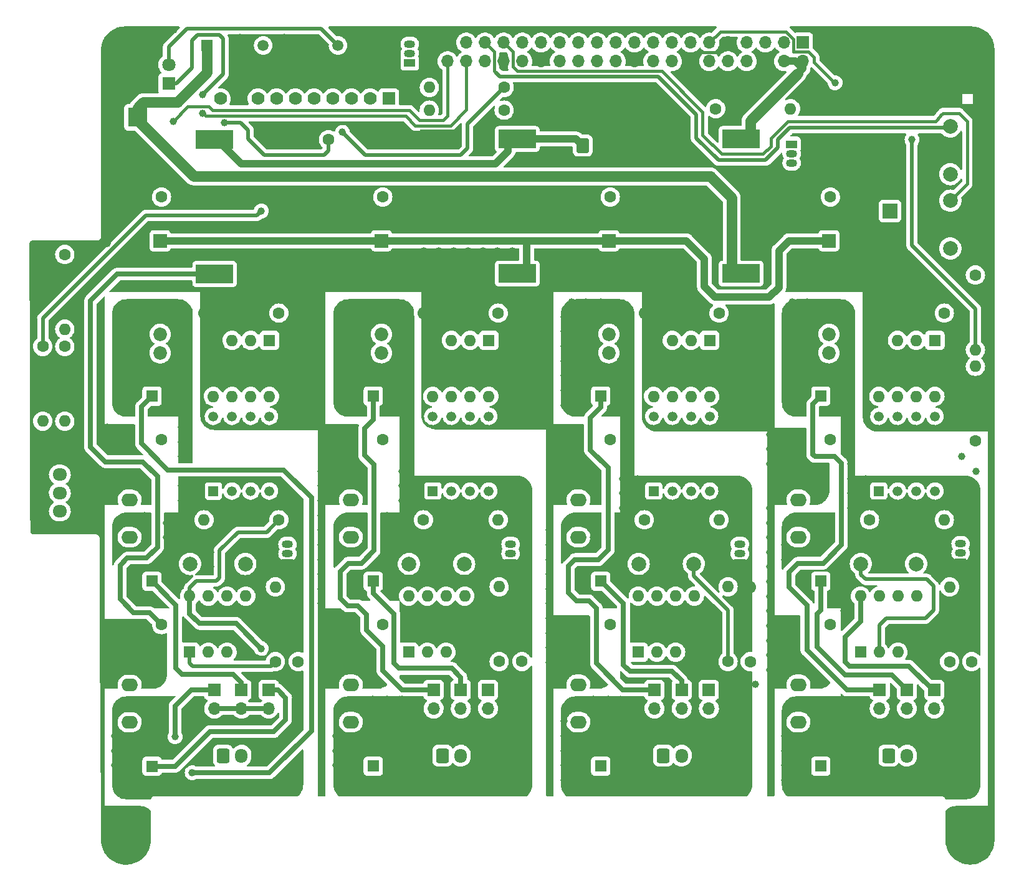
<source format=gbr>
%TF.GenerationSoftware,KiCad,Pcbnew,(6.0.5)*%
%TF.CreationDate,2022-07-22T00:14:57+07:00*%
%TF.ProjectId,MARUKO_Analog,4d415255-4b4f-45f4-916e-616c6f672e6b,rev?*%
%TF.SameCoordinates,Original*%
%TF.FileFunction,Copper,L2,Bot*%
%TF.FilePolarity,Positive*%
%FSLAX46Y46*%
G04 Gerber Fmt 4.6, Leading zero omitted, Abs format (unit mm)*
G04 Created by KiCad (PCBNEW (6.0.5)) date 2022-07-22 00:14:57*
%MOMM*%
%LPD*%
G01*
G04 APERTURE LIST*
G04 Aperture macros list*
%AMRoundRect*
0 Rectangle with rounded corners*
0 $1 Rounding radius*
0 $2 $3 $4 $5 $6 $7 $8 $9 X,Y pos of 4 corners*
0 Add a 4 corners polygon primitive as box body*
4,1,4,$2,$3,$4,$5,$6,$7,$8,$9,$2,$3,0*
0 Add four circle primitives for the rounded corners*
1,1,$1+$1,$2,$3*
1,1,$1+$1,$4,$5*
1,1,$1+$1,$6,$7*
1,1,$1+$1,$8,$9*
0 Add four rect primitives between the rounded corners*
20,1,$1+$1,$2,$3,$4,$5,0*
20,1,$1+$1,$4,$5,$6,$7,0*
20,1,$1+$1,$6,$7,$8,$9,0*
20,1,$1+$1,$8,$9,$2,$3,0*%
G04 Aperture macros list end*
%TA.AperFunction,ComponentPad*%
%ADD10R,1.600000X1.600000*%
%TD*%
%TA.AperFunction,ComponentPad*%
%ADD11O,1.600000X1.600000*%
%TD*%
%TA.AperFunction,ComponentPad*%
%ADD12C,1.600000*%
%TD*%
%TA.AperFunction,ComponentPad*%
%ADD13R,2.250000X1.750000*%
%TD*%
%TA.AperFunction,ComponentPad*%
%ADD14O,2.250000X1.750000*%
%TD*%
%TA.AperFunction,ComponentPad*%
%ADD15R,1.500000X1.050000*%
%TD*%
%TA.AperFunction,ComponentPad*%
%ADD16O,1.500000X1.050000*%
%TD*%
%TA.AperFunction,ComponentPad*%
%ADD17R,2.600000X2.600000*%
%TD*%
%TA.AperFunction,ComponentPad*%
%ADD18C,2.600000*%
%TD*%
%TA.AperFunction,ComponentPad*%
%ADD19R,1.850000X1.850000*%
%TD*%
%TA.AperFunction,ComponentPad*%
%ADD20C,1.850000*%
%TD*%
%TA.AperFunction,ComponentPad*%
%ADD21C,0.800000*%
%TD*%
%TA.AperFunction,ComponentPad*%
%ADD22C,6.400000*%
%TD*%
%TA.AperFunction,ComponentPad*%
%ADD23R,1.700000X1.700000*%
%TD*%
%TA.AperFunction,ComponentPad*%
%ADD24O,1.700000X1.700000*%
%TD*%
%TA.AperFunction,ComponentPad*%
%ADD25R,2.500000X2.500000*%
%TD*%
%TA.AperFunction,ComponentPad*%
%ADD26C,2.000000*%
%TD*%
%TA.AperFunction,ComponentPad*%
%ADD27R,1.338000X1.338000*%
%TD*%
%TA.AperFunction,ComponentPad*%
%ADD28C,1.338000*%
%TD*%
%TA.AperFunction,ComponentPad*%
%ADD29R,1.508000X1.508000*%
%TD*%
%TA.AperFunction,ComponentPad*%
%ADD30C,1.508000*%
%TD*%
%TA.AperFunction,ComponentPad*%
%ADD31R,2.000000X2.000000*%
%TD*%
%TA.AperFunction,ComponentPad*%
%ADD32RoundRect,0.250000X-0.600000X-0.750000X0.600000X-0.750000X0.600000X0.750000X-0.600000X0.750000X0*%
%TD*%
%TA.AperFunction,ComponentPad*%
%ADD33O,1.700000X2.000000*%
%TD*%
%TA.AperFunction,ComponentPad*%
%ADD34RoundRect,0.250000X-0.725000X0.600000X-0.725000X-0.600000X0.725000X-0.600000X0.725000X0.600000X0*%
%TD*%
%TA.AperFunction,ComponentPad*%
%ADD35O,1.950000X1.700000*%
%TD*%
%TA.AperFunction,ComponentPad*%
%ADD36RoundRect,0.250000X-0.600000X-0.725000X0.600000X-0.725000X0.600000X0.725000X-0.600000X0.725000X0*%
%TD*%
%TA.AperFunction,ComponentPad*%
%ADD37O,1.700000X1.950000*%
%TD*%
%TA.AperFunction,ComponentPad*%
%ADD38R,1.800000X1.800000*%
%TD*%
%TA.AperFunction,ComponentPad*%
%ADD39C,1.800000*%
%TD*%
%TA.AperFunction,ComponentPad*%
%ADD40R,1.778000X1.778000*%
%TD*%
%TA.AperFunction,ComponentPad*%
%ADD41C,1.778000*%
%TD*%
%TA.AperFunction,ViaPad*%
%ADD42C,1.000000*%
%TD*%
%TA.AperFunction,Conductor*%
%ADD43C,0.400000*%
%TD*%
%TA.AperFunction,Conductor*%
%ADD44C,0.250000*%
%TD*%
%TA.AperFunction,Conductor*%
%ADD45C,0.512000*%
%TD*%
%TA.AperFunction,Conductor*%
%ADD46C,0.700000*%
%TD*%
%TA.AperFunction,Conductor*%
%ADD47C,1.000000*%
%TD*%
%TA.AperFunction,Conductor*%
%ADD48C,1.024000*%
%TD*%
%TA.AperFunction,Conductor*%
%ADD49C,1.400000*%
%TD*%
G04 APERTURE END LIST*
D10*
%TO.P,U4,1*%
%TO.N,Net-(C4-Pad2)*%
X80165000Y-122600000D03*
D11*
%TO.P,U4,2,-*%
%TO.N,Net-(C4-Pad1)*%
X82705000Y-122600000D03*
%TO.P,U4,3,+*%
%TO.N,Input 1*%
X85245000Y-122600000D03*
%TO.P,U4,4,V-*%
%TO.N,GND*%
X87785000Y-122600000D03*
%TO.P,U4,5*%
%TO.N,N/C*%
X87785000Y-114980000D03*
%TO.P,U4,6*%
X85245000Y-114980000D03*
%TO.P,U4,7*%
X82705000Y-114980000D03*
%TO.P,U4,8,V+*%
%TO.N,5V_CH1*%
X80165000Y-114980000D03*
%TD*%
D12*
%TO.P,R19,1*%
%TO.N,Button_1*%
X186900000Y-71320000D03*
D11*
%TO.P,R19,2*%
%TO.N,+3V3*%
X186900000Y-81480000D03*
%TD*%
D12*
%TO.P,C19,1*%
%TO.N,+12V*%
X106400000Y-93680936D03*
%TO.P,C19,2*%
%TO.N,Earth*%
X101400000Y-93680936D03*
%TD*%
%TO.P,R15,1*%
%TO.N,Net-(R15-Pad1)*%
X122080000Y-76490184D03*
D11*
%TO.P,R15,2*%
%TO.N,Earth*%
X111920000Y-76490184D03*
%TD*%
D12*
%TO.P,R5,1*%
%TO.N,5V_CH4*%
X172520000Y-104600000D03*
D11*
%TO.P,R5,2*%
%TO.N,Net-(R5-Pad2)*%
X182680000Y-104600000D03*
%TD*%
D13*
%TO.P,PS4,1,-Vin*%
%TO.N,Earth*%
X72000000Y-124500000D03*
D14*
%TO.P,PS4,2,+Vin*%
%TO.N,+5V*%
X72000000Y-127040000D03*
%TO.P,PS4,3,-Vout*%
%TO.N,GND*%
X72000000Y-129580000D03*
%TO.P,PS4,4,+Vout*%
%TO.N,5V_CH1*%
X72000000Y-132120000D03*
%TD*%
D15*
%TO.P,Q4,1,E*%
%TO.N,GND*%
X93460000Y-110470000D03*
D16*
%TO.P,Q4,2,B*%
%TO.N,Net-(Q4-Pad2)*%
X93460000Y-109200000D03*
%TO.P,Q4,3,C*%
%TO.N,Net-(Q4-Pad3)*%
X93460000Y-107930000D03*
%TD*%
D12*
%TO.P,R3,1*%
%TO.N,Net-(C3-Pad1)*%
X125300000Y-123870184D03*
D11*
%TO.P,R3,2*%
%TO.N,GND1*%
X125300000Y-113710184D03*
%TD*%
D17*
%TO.P,J7,1,Pin_1*%
%TO.N,VCC*%
X73095000Y-49855000D03*
D18*
%TO.P,J7,2,Pin_2*%
%TO.N,Earth*%
X73095000Y-54935000D03*
%TD*%
D19*
%TO.P,PS10,1,+Vin*%
%TO.N,+24V*%
X137110000Y-66651312D03*
D20*
%TO.P,PS10,2,-Vin*%
%TO.N,Earth*%
X137110000Y-69191312D03*
%TO.P,PS10,4,-Vout*%
%TO.N,GND2*%
X137110000Y-76811312D03*
%TO.P,PS10,5,0V*%
%TO.N,unconnected-(PS10-Pad5)*%
X137110000Y-79351312D03*
%TO.P,PS10,6,+Vout*%
%TO.N,24V_CH3*%
X137110000Y-81891312D03*
%TD*%
D21*
%TO.P,H4,1,1*%
%TO.N,Earth*%
X186300000Y-43100000D03*
X186300000Y-38300000D03*
D22*
X186300000Y-40700000D03*
D21*
X188700000Y-40700000D03*
X184602944Y-39002944D03*
X187997056Y-42397056D03*
X187997056Y-39002944D03*
X183900000Y-40700000D03*
X184602944Y-42397056D03*
%TD*%
D10*
%TO.P,C14,1*%
%TO.N,12V_CH3*%
X136005113Y-112935560D03*
D12*
%TO.P,C14,2*%
%TO.N,GND2*%
X133505113Y-112935560D03*
%TD*%
D10*
%TO.P,C21,1*%
%TO.N,24V_CH4*%
X165905113Y-87771124D03*
D12*
%TO.P,C21,2*%
%TO.N,GND3*%
X163405113Y-87771124D03*
%TD*%
D23*
%TO.P,JP6,1,A*%
%TO.N,12V_CH4*%
X177600000Y-127725184D03*
D24*
%TO.P,JP6,2,B*%
%TO.N,Net-(J3-Pad2)*%
X177600000Y-130265184D03*
%TD*%
D12*
%TO.P,R29,1*%
%TO.N,Auto_cut*%
X122880000Y-48900000D03*
D11*
%TO.P,R29,2*%
%TO.N,Net-(R29-Pad2)*%
X112720000Y-48900000D03*
%TD*%
D12*
%TO.P,R18,1*%
%TO.N,Net-(D1-Pad1)*%
X99020000Y-52900000D03*
D11*
%TO.P,R18,2*%
%TO.N,Earth*%
X109180000Y-52900000D03*
%TD*%
D23*
%TO.P,JP9,1,A*%
%TO.N,5V_CH2*%
X120700000Y-127720184D03*
D24*
%TO.P,JP9,2,B*%
%TO.N,Net-(JP10-Pad2)*%
X120700000Y-130260184D03*
%TD*%
D10*
%TO.P,C7,1*%
%TO.N,5V_CH2*%
X105105113Y-138100000D03*
D12*
%TO.P,C7,2*%
%TO.N,GND1*%
X102605113Y-138100000D03*
%TD*%
D23*
%TO.P,JP2,1,A*%
%TO.N,24V_CH3*%
X143300000Y-127720184D03*
D24*
%TO.P,JP2,2,B*%
%TO.N,Net-(JP2-Pad2)*%
X143300000Y-130260184D03*
%TD*%
D12*
%TO.P,R11,1*%
%TO.N,Net-(C3-Pad2)*%
X122200000Y-123870184D03*
D11*
%TO.P,R11,2*%
%TO.N,Net-(Q3-Pad2)*%
X122200000Y-113710184D03*
%TD*%
D25*
%TO.P,U17,1,IN-*%
%TO.N,Earth*%
X92921250Y-52900000D03*
X95461250Y-52900000D03*
%TO.P,U17,2,IN+*%
%TO.N,+12V*%
X84821250Y-52880000D03*
X82281250Y-52880000D03*
%TO.P,U17,3,OUT+*%
%TO.N,+5V*%
X82281250Y-71180000D03*
X84821250Y-71180000D03*
%TO.P,U17,4,OUT-*%
%TO.N,Earth*%
X95461250Y-71200000D03*
X92921250Y-71200000D03*
%TD*%
D12*
%TO.P,R16,1*%
%TO.N,Net-(R16-Pad1)*%
X92280000Y-76500000D03*
D11*
%TO.P,R16,2*%
%TO.N,Earth*%
X82120000Y-76500000D03*
%TD*%
D12*
%TO.P,R33,1*%
%TO.N,Led_2*%
X63200000Y-68520000D03*
D11*
%TO.P,R33,2*%
%TO.N,Net-(R33-Pad2)*%
X63200000Y-78680000D03*
%TD*%
D13*
%TO.P,PS5,1,-Vin*%
%TO.N,Earth*%
X162857500Y-99325748D03*
D14*
%TO.P,PS5,2,+Vin*%
%TO.N,+12V*%
X162857500Y-101865748D03*
%TO.P,PS5,3,-Vout*%
%TO.N,GND3*%
X162857500Y-104405748D03*
%TO.P,PS5,4,+Vout*%
%TO.N,12V_CH4*%
X162857500Y-106945748D03*
%TD*%
D10*
%TO.P,C24,1*%
%TO.N,24V_CH1*%
X75047613Y-87780940D03*
D12*
%TO.P,C24,2*%
%TO.N,GND*%
X72547613Y-87780940D03*
%TD*%
D23*
%TO.P,JP8,1,A*%
%TO.N,12V_CH3*%
X147000000Y-127720184D03*
D24*
%TO.P,JP8,2,B*%
%TO.N,Net-(JP2-Pad2)*%
X147000000Y-130260184D03*
%TD*%
D15*
%TO.P,Q5,1,C*%
%TO.N,Net-(R30-Pad2)*%
X110060000Y-42470000D03*
D16*
%TO.P,Q5,2,B*%
%TO.N,Net-(R29-Pad2)*%
X110060000Y-41200000D03*
%TO.P,Q5,3,E*%
%TO.N,Net-(D1-Pad2)*%
X110060000Y-39930000D03*
%TD*%
D26*
%TO.P,C4,1*%
%TO.N,Net-(C4-Pad1)*%
X87715000Y-110600000D03*
%TO.P,C4,2*%
%TO.N,Net-(C4-Pad2)*%
X80215000Y-110600000D03*
%TD*%
D12*
%TO.P,C25,1*%
%TO.N,+24V*%
X167200000Y-60711316D03*
%TO.P,C25,2*%
%TO.N,Earth*%
X162200000Y-60711316D03*
%TD*%
D26*
%TO.P,C2,1*%
%TO.N,Net-(C2-Pad1)*%
X141150000Y-110590184D03*
%TO.P,C2,2*%
%TO.N,Net-(C2-Pad2)*%
X148650000Y-110590184D03*
%TD*%
D12*
%TO.P,C18,1*%
%TO.N,+12V*%
X137300000Y-93680936D03*
%TO.P,C18,2*%
%TO.N,Earth*%
X132300000Y-93680936D03*
%TD*%
D10*
%TO.P,C15,1*%
%TO.N,12V_CH2*%
X105105113Y-112935560D03*
D12*
%TO.P,C15,2*%
%TO.N,GND1*%
X102605113Y-112935560D03*
%TD*%
%TO.P,R10,1*%
%TO.N,Net-(C2-Pad2)*%
X153300000Y-123870184D03*
D11*
%TO.P,R10,2*%
%TO.N,Net-(Q2-Pad2)*%
X153300000Y-113710184D03*
%TD*%
D13*
%TO.P,PS1,1,-Vin*%
%TO.N,Earth*%
X162857500Y-124490184D03*
D14*
%TO.P,PS1,2,+Vin*%
%TO.N,+5V*%
X162857500Y-127030184D03*
%TO.P,PS1,3,-Vout*%
%TO.N,GND3*%
X162857500Y-129570184D03*
%TO.P,PS1,4,+Vout*%
%TO.N,5V_CH4*%
X162857500Y-132110184D03*
%TD*%
D12*
%TO.P,R9,1*%
%TO.N,Net-(C1-Pad2)*%
X183400000Y-123880000D03*
D11*
%TO.P,R9,2*%
%TO.N,Net-(Q1-Pad2)*%
X183400000Y-113720000D03*
%TD*%
D10*
%TO.P,C13,1*%
%TO.N,12V_CH4*%
X165905113Y-112935560D03*
D12*
%TO.P,C13,2*%
%TO.N,GND3*%
X163405113Y-112935560D03*
%TD*%
D27*
%TO.P,U5,1,LED_CATHODE*%
%TO.N,Net-(Q1-Pad3)*%
X173790000Y-100682684D03*
D28*
%TO.P,U5,2,LED_ANODE*%
%TO.N,Net-(R5-Pad2)*%
X176330000Y-100682684D03*
%TO.P,U5,3,PD1_CATHODE*%
%TO.N,5V_CH4*%
X178870000Y-100682684D03*
%TO.P,U5,4,PD1_ANODE*%
%TO.N,Net-(C1-Pad1)*%
X181410000Y-100682684D03*
%TO.P,U5,5,PD2_ANODE*%
%TO.N,Net-(R13-Pad1)*%
X181410000Y-90522684D03*
%TO.P,U5,6,PD2_CATHODE*%
%TO.N,+3V3*%
X178870000Y-90522684D03*
%TO.P,U5,7,NC@1*%
%TO.N,unconnected-(U5-Pad7)*%
X176330000Y-90522684D03*
%TO.P,U5,8,NC@2*%
%TO.N,unconnected-(U5-Pad8)*%
X173790000Y-90522684D03*
%TD*%
D19*
%TO.P,PS11,1,+Vin*%
%TO.N,+24V*%
X106210000Y-66651312D03*
D20*
%TO.P,PS11,2,-Vin*%
%TO.N,Earth*%
X106210000Y-69191312D03*
%TO.P,PS11,4,-Vout*%
%TO.N,GND1*%
X106210000Y-76811312D03*
%TO.P,PS11,5,0V*%
%TO.N,unconnected-(PS11-Pad5)*%
X106210000Y-79351312D03*
%TO.P,PS11,6,+Vout*%
%TO.N,24V_CH2*%
X106210000Y-81891312D03*
%TD*%
D12*
%TO.P,R30,1*%
%TO.N,+5VP*%
X122880000Y-45800000D03*
D11*
%TO.P,R30,2*%
%TO.N,Net-(R30-Pad2)*%
X112720000Y-45800000D03*
%TD*%
D25*
%TO.P,U18,1,IN-*%
%TO.N,Earth*%
X145700000Y-71100000D03*
X143160000Y-71100000D03*
%TO.P,U18,2,IN+*%
%TO.N,VCC*%
X156340000Y-71120000D03*
X153800000Y-71120000D03*
%TO.P,U18,3,OUT+*%
%TO.N,+5VP*%
X156340000Y-52820000D03*
X153800000Y-52820000D03*
%TO.P,U18,4,OUT-*%
%TO.N,Earth*%
X145700000Y-52800000D03*
X143160000Y-52800000D03*
%TD*%
D12*
%TO.P,C11,1*%
%TO.N,+5V*%
X106400000Y-118845372D03*
%TO.P,C11,2*%
%TO.N,Earth*%
X101400000Y-118845372D03*
%TD*%
%TO.P,C12,1*%
%TO.N,+5V*%
X76342500Y-118855188D03*
%TO.P,C12,2*%
%TO.N,Earth*%
X71342500Y-118855188D03*
%TD*%
D21*
%TO.P,H3,1,1*%
%TO.N,Earth*%
X187897056Y-146402944D03*
X188600000Y-148100000D03*
X184502944Y-149797056D03*
D22*
X186200000Y-148100000D03*
D21*
X186200000Y-145700000D03*
X184502944Y-146402944D03*
X183800000Y-148100000D03*
X186200000Y-150500000D03*
X187897056Y-149797056D03*
%TD*%
D15*
%TO.P,Q6,1,C*%
%TO.N,+5VP*%
X161940000Y-53530000D03*
D16*
%TO.P,Q6,2,B*%
%TO.N,Net-(Q6-Pad2)*%
X161940000Y-54800000D03*
%TO.P,Q6,3,E*%
%TO.N,Net-(BZ1-Pad1)*%
X161940000Y-56070000D03*
%TD*%
D10*
%TO.P,C6,1*%
%TO.N,5V_CH3*%
X136005113Y-138100000D03*
D12*
%TO.P,C6,2*%
%TO.N,GND2*%
X133505113Y-138100000D03*
%TD*%
D29*
%TO.P,K1,1,L1*%
%TO.N,VCC*%
X82540000Y-40100000D03*
D30*
%TO.P,K1,2,L2*%
%TO.N,+24V*%
X90160000Y-40100000D03*
%TO.P,K1,3,+*%
%TO.N,Net-(D1-Pad2)*%
X100320000Y-40100000D03*
%TO.P,K1,4,-*%
%TO.N,Earth*%
X102860000Y-40100000D03*
%TD*%
D10*
%TO.P,C23,1*%
%TO.N,24V_CH2*%
X105105113Y-87771124D03*
D12*
%TO.P,C23,2*%
%TO.N,GND1*%
X102605113Y-87771124D03*
%TD*%
%TO.P,R8,1*%
%TO.N,5V_CH1*%
X92280000Y-104600000D03*
D11*
%TO.P,R8,2*%
%TO.N,Net-(R8-Pad2)*%
X82120000Y-104600000D03*
%TD*%
D12*
%TO.P,R12,1*%
%TO.N,Net-(C4-Pad2)*%
X91800000Y-123880000D03*
D11*
%TO.P,R12,2*%
%TO.N,Net-(Q4-Pad2)*%
X91800000Y-113720000D03*
%TD*%
D12*
%TO.P,R17,1*%
%TO.N,Buzz*%
X151620000Y-48700000D03*
D11*
%TO.P,R17,2*%
%TO.N,Net-(Q6-Pad2)*%
X161780000Y-48700000D03*
%TD*%
D31*
%TO.P,BZ1,1,-*%
%TO.N,Net-(BZ1-Pad1)*%
X175300000Y-62600000D03*
D26*
%TO.P,BZ1,2,+*%
%TO.N,Earth*%
X175300000Y-70200000D03*
%TD*%
D10*
%TO.P,U11,1*%
%TO.N,Output 2*%
X120800000Y-80190184D03*
D11*
%TO.P,U11,2,-*%
X118260000Y-80190184D03*
%TO.P,U11,3,+*%
%TO.N,Net-(R15-Pad1)*%
X115720000Y-80190184D03*
%TO.P,U11,4,V-*%
%TO.N,Earth*%
X113180000Y-80190184D03*
%TO.P,U11,5*%
%TO.N,N/C*%
X113180000Y-87810184D03*
%TO.P,U11,6*%
X115720000Y-87810184D03*
%TO.P,U11,7*%
X118260000Y-87810184D03*
%TO.P,U11,8,V+*%
%TO.N,+3V3*%
X120800000Y-87810184D03*
%TD*%
D10*
%TO.P,U3,1*%
%TO.N,Net-(C3-Pad2)*%
X109900000Y-122590184D03*
D11*
%TO.P,U3,2,-*%
%TO.N,Net-(C3-Pad1)*%
X112440000Y-122590184D03*
%TO.P,U3,3,+*%
%TO.N,Input 2*%
X114980000Y-122590184D03*
%TO.P,U3,4,V-*%
%TO.N,GND1*%
X117520000Y-122590184D03*
%TO.P,U3,5*%
%TO.N,N/C*%
X117520000Y-114970184D03*
%TO.P,U3,6*%
X114980000Y-114970184D03*
%TO.P,U3,7*%
X112440000Y-114970184D03*
%TO.P,U3,8,V+*%
%TO.N,5V_CH2*%
X109900000Y-114970184D03*
%TD*%
D21*
%TO.P,H1,1,1*%
%TO.N,Earth*%
X73800000Y-40800000D03*
X69000000Y-40800000D03*
X73097056Y-42497056D03*
X69702944Y-42497056D03*
D22*
X71400000Y-40800000D03*
D21*
X71400000Y-38400000D03*
X73097056Y-39102944D03*
X71400000Y-43200000D03*
X69702944Y-39102944D03*
%TD*%
D10*
%TO.P,U9,1*%
%TO.N,Output 4*%
X181400000Y-80190184D03*
D11*
%TO.P,U9,2,-*%
X178860000Y-80190184D03*
%TO.P,U9,3,+*%
%TO.N,Net-(R13-Pad1)*%
X176320000Y-80190184D03*
%TO.P,U9,4,V-*%
%TO.N,Earth*%
X173780000Y-80190184D03*
%TO.P,U9,5*%
%TO.N,N/C*%
X173780000Y-87810184D03*
%TO.P,U9,6*%
X176320000Y-87810184D03*
%TO.P,U9,7*%
X178860000Y-87810184D03*
%TO.P,U9,8,V+*%
%TO.N,+3V3*%
X181400000Y-87810184D03*
%TD*%
D12*
%TO.P,C10,1*%
%TO.N,+5V*%
X137300000Y-118845372D03*
%TO.P,C10,2*%
%TO.N,Earth*%
X132300000Y-118845372D03*
%TD*%
D15*
%TO.P,Q3,1,E*%
%TO.N,GND1*%
X123760000Y-110460184D03*
D16*
%TO.P,Q3,2,B*%
%TO.N,Net-(Q3-Pad2)*%
X123760000Y-109190184D03*
%TO.P,Q3,3,C*%
%TO.N,Net-(Q3-Pad3)*%
X123760000Y-107920184D03*
%TD*%
D19*
%TO.P,PS12,1,+Vin*%
%TO.N,+24V*%
X76152500Y-66661128D03*
D20*
%TO.P,PS12,2,-Vin*%
%TO.N,Earth*%
X76152500Y-69201128D03*
%TO.P,PS12,4,-Vout*%
%TO.N,GND*%
X76152500Y-76821128D03*
%TO.P,PS12,5,0V*%
%TO.N,unconnected-(PS12-Pad5)*%
X76152500Y-79361128D03*
%TO.P,PS12,6,+Vout*%
%TO.N,24V_CH1*%
X76152500Y-81901128D03*
%TD*%
D12*
%TO.P,C26,1*%
%TO.N,+24V*%
X137300000Y-60711316D03*
%TO.P,C26,2*%
%TO.N,Earth*%
X132300000Y-60711316D03*
%TD*%
D26*
%TO.P,SW2,1,1*%
%TO.N,Button_2*%
X183500000Y-61200000D03*
X183500000Y-67700000D03*
%TO.P,SW2,2,2*%
%TO.N,Earth*%
X188000000Y-61200000D03*
X188000000Y-67700000D03*
%TD*%
D15*
%TO.P,Q1,1,E*%
%TO.N,GND3*%
X184900000Y-110400000D03*
D16*
%TO.P,Q1,2,B*%
%TO.N,Net-(Q1-Pad2)*%
X184900000Y-109130000D03*
%TO.P,Q1,3,C*%
%TO.N,Net-(Q1-Pad3)*%
X184900000Y-107860000D03*
%TD*%
D13*
%TO.P,PS6,1,-Vin*%
%TO.N,Earth*%
X132957500Y-99325748D03*
D14*
%TO.P,PS6,2,+Vin*%
%TO.N,+12V*%
X132957500Y-101865748D03*
%TO.P,PS6,3,-Vout*%
%TO.N,GND2*%
X132957500Y-104405748D03*
%TO.P,PS6,4,+Vout*%
%TO.N,12V_CH3*%
X132957500Y-106945748D03*
%TD*%
D12*
%TO.P,R31,1*%
%TO.N,+5VP*%
X60200000Y-81020000D03*
D11*
%TO.P,R31,2*%
%TO.N,Net-(R31-Pad2)*%
X60200000Y-91180000D03*
%TD*%
D26*
%TO.P,C1,1*%
%TO.N,Net-(C1-Pad1)*%
X171350000Y-110590184D03*
%TO.P,C1,2*%
%TO.N,Net-(C1-Pad2)*%
X178850000Y-110590184D03*
%TD*%
D12*
%TO.P,R7,1*%
%TO.N,5V_CH2*%
X111920000Y-104600000D03*
D11*
%TO.P,R7,2*%
%TO.N,Net-(R7-Pad2)*%
X122080000Y-104600000D03*
%TD*%
D23*
%TO.P,JP10,1,A*%
%TO.N,12V_CH2*%
X117000000Y-127720184D03*
D24*
%TO.P,JP10,2,B*%
%TO.N,Net-(JP10-Pad2)*%
X117000000Y-130260184D03*
%TD*%
D10*
%TO.P,C5,1*%
%TO.N,5V_CH4*%
X165905113Y-138100000D03*
D12*
%TO.P,C5,2*%
%TO.N,GND3*%
X163405113Y-138100000D03*
%TD*%
%TO.P,R6,1*%
%TO.N,5V_CH3*%
X141920000Y-104600000D03*
D11*
%TO.P,R6,2*%
%TO.N,Net-(R6-Pad2)*%
X152080000Y-104600000D03*
%TD*%
D12*
%TO.P,C20,1*%
%TO.N,+12V*%
X76342500Y-93690752D03*
%TO.P,C20,2*%
%TO.N,Earth*%
X71342500Y-93690752D03*
%TD*%
D27*
%TO.P,U6,1,LED_CATHODE*%
%TO.N,Net-(Q2-Pad3)*%
X143190000Y-100682684D03*
D28*
%TO.P,U6,2,LED_ANODE*%
%TO.N,Net-(R6-Pad2)*%
X145730000Y-100682684D03*
%TO.P,U6,3,PD1_CATHODE*%
%TO.N,5V_CH3*%
X148270000Y-100682684D03*
%TO.P,U6,4,PD1_ANODE*%
%TO.N,Net-(C2-Pad1)*%
X150810000Y-100682684D03*
%TO.P,U6,5,PD2_ANODE*%
%TO.N,Net-(R14-Pad1)*%
X150810000Y-90522684D03*
%TO.P,U6,6,PD2_CATHODE*%
%TO.N,+3V3*%
X148270000Y-90522684D03*
%TO.P,U6,7,NC@1*%
%TO.N,unconnected-(U6-Pad7)*%
X145730000Y-90522684D03*
%TO.P,U6,8,NC@2*%
%TO.N,unconnected-(U6-Pad8)*%
X143190000Y-90522684D03*
%TD*%
D12*
%TO.P,R1,1*%
%TO.N,Net-(C1-Pad1)*%
X186400000Y-123880000D03*
D11*
%TO.P,R1,2*%
%TO.N,GND3*%
X186400000Y-113720000D03*
%TD*%
D12*
%TO.P,R2,1*%
%TO.N,Net-(C2-Pad1)*%
X156300000Y-123880000D03*
D11*
%TO.P,R2,2*%
%TO.N,GND2*%
X156300000Y-113720000D03*
%TD*%
D12*
%TO.P,C17,1*%
%TO.N,+12V*%
X167200000Y-93680936D03*
%TO.P,C17,2*%
%TO.N,Earth*%
X162200000Y-93680936D03*
%TD*%
D23*
%TO.P,JP11,1,A*%
%TO.N,5V_CH1*%
X90900000Y-127725000D03*
D24*
%TO.P,JP11,2,B*%
%TO.N,Net-(JP11-Pad2)*%
X90900000Y-130265000D03*
%TD*%
D21*
%TO.P,H2,1,1*%
%TO.N,Earth*%
X69802944Y-149797056D03*
X71500000Y-150500000D03*
X73900000Y-148100000D03*
X69100000Y-148100000D03*
X73197056Y-149797056D03*
X71500000Y-145700000D03*
D22*
X71500000Y-148100000D03*
D21*
X73197056Y-146402944D03*
X69802944Y-146402944D03*
%TD*%
D12*
%TO.P,C27,1*%
%TO.N,+24V*%
X106400000Y-60711316D03*
%TO.P,C27,2*%
%TO.N,Earth*%
X101400000Y-60711316D03*
%TD*%
%TO.P,R20,1*%
%TO.N,Button_2*%
X186900000Y-93880000D03*
D11*
%TO.P,R20,2*%
%TO.N,+3V3*%
X186900000Y-83720000D03*
%TD*%
D12*
%TO.P,R4,1*%
%TO.N,Net-(C4-Pad1)*%
X94900000Y-123880000D03*
D11*
%TO.P,R4,2*%
%TO.N,GND*%
X94900000Y-113720000D03*
%TD*%
D23*
%TO.P,JP1,1,A*%
%TO.N,24V_CH4*%
X173900000Y-127725184D03*
D24*
%TO.P,JP1,2,B*%
%TO.N,Net-(J3-Pad2)*%
X173900000Y-130265184D03*
%TD*%
D23*
%TO.P,JP7,1,A*%
%TO.N,5V_CH3*%
X150700000Y-127720184D03*
D24*
%TO.P,JP7,2,B*%
%TO.N,Net-(JP2-Pad2)*%
X150700000Y-130260184D03*
%TD*%
D13*
%TO.P,PS8,1,-Vin*%
%TO.N,Earth*%
X72000000Y-99335564D03*
D14*
%TO.P,PS8,2,+Vin*%
%TO.N,+12V*%
X72000000Y-101875564D03*
%TO.P,PS8,3,-Vout*%
%TO.N,GND*%
X72000000Y-104415564D03*
%TO.P,PS8,4,+Vout*%
%TO.N,12V_CH1*%
X72000000Y-106955564D03*
%TD*%
D10*
%TO.P,U12,1*%
%TO.N,Output 1*%
X91000000Y-80200000D03*
D11*
%TO.P,U12,2,-*%
X88460000Y-80200000D03*
%TO.P,U12,3,+*%
%TO.N,Net-(R16-Pad1)*%
X85920000Y-80200000D03*
%TO.P,U12,4,V-*%
%TO.N,Earth*%
X83380000Y-80200000D03*
%TO.P,U12,5*%
%TO.N,N/C*%
X83380000Y-87820000D03*
%TO.P,U12,6*%
X85920000Y-87820000D03*
%TO.P,U12,7*%
X88460000Y-87820000D03*
%TO.P,U12,8,V+*%
%TO.N,+3V3*%
X91000000Y-87820000D03*
%TD*%
D12*
%TO.P,R14,1*%
%TO.N,Net-(R14-Pad1)*%
X152080000Y-76490184D03*
D11*
%TO.P,R14,2*%
%TO.N,Earth*%
X141920000Y-76490184D03*
%TD*%
D10*
%TO.P,C8,1*%
%TO.N,5V_CH1*%
X75047613Y-138109816D03*
D12*
%TO.P,C8,2*%
%TO.N,GND*%
X72547613Y-138109816D03*
%TD*%
D13*
%TO.P,PS3,1,-Vin*%
%TO.N,Earth*%
X102057500Y-124490184D03*
D14*
%TO.P,PS3,2,+Vin*%
%TO.N,+5V*%
X102057500Y-127030184D03*
%TO.P,PS3,3,-Vout*%
%TO.N,GND1*%
X102057500Y-129570184D03*
%TO.P,PS3,4,+Vout*%
%TO.N,5V_CH2*%
X102057500Y-132110184D03*
%TD*%
D23*
%TO.P,JP3,1,A*%
%TO.N,24V_CH2*%
X113300000Y-127720184D03*
D24*
%TO.P,JP3,2,B*%
%TO.N,Net-(JP10-Pad2)*%
X113300000Y-130260184D03*
%TD*%
D23*
%TO.P,JP5,1,A*%
%TO.N,5V_CH4*%
X181300000Y-127725184D03*
D24*
%TO.P,JP5,2,B*%
%TO.N,Net-(J3-Pad2)*%
X181300000Y-130265184D03*
%TD*%
D13*
%TO.P,PS2,1,-Vin*%
%TO.N,Earth*%
X132957500Y-124490184D03*
D14*
%TO.P,PS2,2,+Vin*%
%TO.N,+5V*%
X132957500Y-127030184D03*
%TO.P,PS2,3,-Vout*%
%TO.N,GND2*%
X132957500Y-129570184D03*
%TO.P,PS2,4,+Vout*%
%TO.N,5V_CH3*%
X132957500Y-132110184D03*
%TD*%
D32*
%TO.P,J10,1,Pin_1*%
%TO.N,+12V*%
X133550000Y-53700000D03*
D33*
%TO.P,J10,2,Pin_2*%
%TO.N,Earth*%
X136050000Y-53700000D03*
%TD*%
D34*
%TO.P,J11,1,Pin_1*%
%TO.N,Earth*%
X62525000Y-95950000D03*
D35*
%TO.P,J11,2,Pin_2*%
%TO.N,Net-(R33-Pad2)*%
X62525000Y-98450000D03*
%TO.P,J11,3,Pin_3*%
%TO.N,Net-(R32-Pad2)*%
X62525000Y-100950000D03*
%TO.P,J11,4,Pin_4*%
%TO.N,Net-(R31-Pad2)*%
X62525000Y-103450000D03*
%TD*%
D36*
%TO.P,J5,1,Pin_1*%
%TO.N,Input 2*%
X114500000Y-136665184D03*
D37*
%TO.P,J5,2,Pin_2*%
%TO.N,Net-(JP10-Pad2)*%
X117000000Y-136665184D03*
%TO.P,J5,3,Pin_3*%
%TO.N,GND1*%
X119500000Y-136665184D03*
%TD*%
D10*
%TO.P,U1,1*%
%TO.N,Net-(C1-Pad2)*%
X171300000Y-122590184D03*
D11*
%TO.P,U1,2,-*%
%TO.N,Net-(C1-Pad1)*%
X173840000Y-122590184D03*
%TO.P,U1,3,+*%
%TO.N,Input 4*%
X176380000Y-122590184D03*
%TO.P,U1,4,V-*%
%TO.N,GND3*%
X178920000Y-122590184D03*
%TO.P,U1,5*%
%TO.N,N/C*%
X178920000Y-114970184D03*
%TO.P,U1,6*%
X176380000Y-114970184D03*
%TO.P,U1,7*%
X173840000Y-114970184D03*
%TO.P,U1,8,V+*%
%TO.N,5V_CH4*%
X171300000Y-114970184D03*
%TD*%
D36*
%TO.P,J6,1,Pin_1*%
%TO.N,Input 1*%
X84700000Y-136675000D03*
D37*
%TO.P,J6,2,Pin_2*%
%TO.N,Net-(JP11-Pad2)*%
X87200000Y-136675000D03*
%TO.P,J6,3,Pin_3*%
%TO.N,GND*%
X89700000Y-136675000D03*
%TD*%
D12*
%TO.P,R32,1*%
%TO.N,Led_1*%
X63200000Y-81020000D03*
D11*
%TO.P,R32,2*%
%TO.N,Net-(R32-Pad2)*%
X63200000Y-91180000D03*
%TD*%
D36*
%TO.P,J3,1,Pin_1*%
%TO.N,Input 4*%
X175100000Y-136665184D03*
D37*
%TO.P,J3,2,Pin_2*%
%TO.N,Net-(J3-Pad2)*%
X177600000Y-136665184D03*
%TO.P,J3,3,Pin_3*%
%TO.N,GND3*%
X180100000Y-136665184D03*
%TD*%
D10*
%TO.P,U2,1*%
%TO.N,Net-(C2-Pad2)*%
X141100000Y-122590184D03*
D11*
%TO.P,U2,2,-*%
%TO.N,Net-(C2-Pad1)*%
X143640000Y-122590184D03*
%TO.P,U2,3,+*%
%TO.N,Input 3*%
X146180000Y-122590184D03*
%TO.P,U2,4,V-*%
%TO.N,GND2*%
X148720000Y-122590184D03*
%TO.P,U2,5*%
%TO.N,N/C*%
X148720000Y-114970184D03*
%TO.P,U2,6*%
X146180000Y-114970184D03*
%TO.P,U2,7*%
X143640000Y-114970184D03*
%TO.P,U2,8,V+*%
%TO.N,5V_CH3*%
X141100000Y-114970184D03*
%TD*%
D15*
%TO.P,Q2,1,E*%
%TO.N,GND2*%
X154900000Y-110460184D03*
D16*
%TO.P,Q2,2,B*%
%TO.N,Net-(Q2-Pad2)*%
X154900000Y-109190184D03*
%TO.P,Q2,3,C*%
%TO.N,Net-(Q2-Pad3)*%
X154900000Y-107920184D03*
%TD*%
D10*
%TO.P,C22,1*%
%TO.N,24V_CH3*%
X136005113Y-87771124D03*
D12*
%TO.P,C22,2*%
%TO.N,GND2*%
X133505113Y-87771124D03*
%TD*%
%TO.P,C9,1*%
%TO.N,+5V*%
X167200000Y-118845372D03*
%TO.P,C9,2*%
%TO.N,Earth*%
X162200000Y-118845372D03*
%TD*%
%TO.P,R13,1*%
%TO.N,Net-(R13-Pad1)*%
X182680000Y-76490184D03*
D11*
%TO.P,R13,2*%
%TO.N,Earth*%
X172520000Y-76490184D03*
%TD*%
D25*
%TO.P,U16,1,IN-*%
%TO.N,Earth*%
X112760000Y-71100000D03*
X115300000Y-71100000D03*
%TO.P,U16,2,IN+*%
%TO.N,+24V*%
X123400000Y-71120000D03*
X125940000Y-71120000D03*
%TO.P,U16,3,OUT+*%
%TO.N,+12V*%
X123400000Y-52820000D03*
X125940000Y-52820000D03*
%TO.P,U16,4,OUT-*%
%TO.N,Earth*%
X112760000Y-52800000D03*
X115300000Y-52800000D03*
%TD*%
D36*
%TO.P,J4,1,Pin_1*%
%TO.N,Input 3*%
X144500000Y-136665184D03*
D37*
%TO.P,J4,2,Pin_2*%
%TO.N,Net-(JP2-Pad2)*%
X147000000Y-136665184D03*
%TO.P,J4,3,Pin_3*%
%TO.N,GND2*%
X149500000Y-136665184D03*
%TD*%
D19*
%TO.P,PS9,1,+Vin*%
%TO.N,+24V*%
X167010000Y-66651312D03*
D20*
%TO.P,PS9,2,-Vin*%
%TO.N,Earth*%
X167010000Y-69191312D03*
%TO.P,PS9,4,-Vout*%
%TO.N,GND3*%
X167010000Y-76811312D03*
%TO.P,PS9,5,0V*%
%TO.N,unconnected-(PS9-Pad5)*%
X167010000Y-79351312D03*
%TO.P,PS9,6,+Vout*%
%TO.N,24V_CH4*%
X167010000Y-81891312D03*
%TD*%
D13*
%TO.P,PS7,1,-Vin*%
%TO.N,Earth*%
X102057500Y-99325748D03*
D14*
%TO.P,PS7,2,+Vin*%
%TO.N,+12V*%
X102057500Y-101865748D03*
%TO.P,PS7,3,-Vout*%
%TO.N,GND1*%
X102057500Y-104405748D03*
%TO.P,PS7,4,+Vout*%
%TO.N,12V_CH2*%
X102057500Y-106945748D03*
%TD*%
D10*
%TO.P,C16,1*%
%TO.N,12V_CH1*%
X75047613Y-112945376D03*
D12*
%TO.P,C16,2*%
%TO.N,GND*%
X72547613Y-112945376D03*
%TD*%
D23*
%TO.P,JP12,1,A*%
%TO.N,12V_CH1*%
X87200000Y-127725000D03*
D24*
%TO.P,JP12,2,B*%
%TO.N,Net-(JP11-Pad2)*%
X87200000Y-130265000D03*
%TD*%
D38*
%TO.P,D1,1,K*%
%TO.N,Net-(D1-Pad1)*%
X77300000Y-45275000D03*
D39*
%TO.P,D1,2,A*%
%TO.N,Net-(D1-Pad2)*%
X77300000Y-42735000D03*
%TD*%
D23*
%TO.P,J1,1,Pin_1*%
%TO.N,+3V3*%
X163460000Y-39700000D03*
D24*
%TO.P,J1,2,Pin_2*%
%TO.N,+5VP*%
X163460000Y-42240000D03*
%TO.P,J1,3,Pin_3*%
%TO.N,SDA*%
X160920000Y-39700000D03*
%TO.P,J1,4,Pin_4*%
%TO.N,+5VP*%
X160920000Y-42240000D03*
%TO.P,J1,5,Pin_5*%
%TO.N,SCL*%
X158380000Y-39700000D03*
%TO.P,J1,6,Pin_6*%
%TO.N,Earth*%
X158380000Y-42240000D03*
%TO.P,J1,7,Pin_7*%
%TO.N,unconnected-(J1-Pad7)*%
X155840000Y-39700000D03*
%TO.P,J1,8,Pin_8*%
%TO.N,TX*%
X155840000Y-42240000D03*
%TO.P,J1,9,Pin_9*%
%TO.N,Earth*%
X153300000Y-39700000D03*
%TO.P,J1,10,Pin_10*%
%TO.N,RX*%
X153300000Y-42240000D03*
%TO.P,J1,11,Pin_11*%
%TO.N,RESET*%
X150760000Y-39700000D03*
%TO.P,J1,12,Pin_12*%
%TO.N,DIO0*%
X150760000Y-42240000D03*
%TO.P,J1,13,Pin_13*%
%TO.N,unconnected-(J1-Pad13)*%
X148220000Y-39700000D03*
%TO.P,J1,14,Pin_14*%
%TO.N,Earth*%
X148220000Y-42240000D03*
%TO.P,J1,15,Pin_15*%
%TO.N,unconnected-(J1-Pad15)*%
X145680000Y-39700000D03*
%TO.P,J1,16,Pin_16*%
%TO.N,unconnected-(J1-Pad16)*%
X145680000Y-42240000D03*
%TO.P,J1,17,Pin_17*%
%TO.N,unconnected-(J1-Pad17)*%
X143140000Y-39700000D03*
%TO.P,J1,18,Pin_18*%
%TO.N,unconnected-(J1-Pad18)*%
X143140000Y-42240000D03*
%TO.P,J1,19,Pin_19*%
%TO.N,MOSI*%
X140600000Y-39700000D03*
%TO.P,J1,20,Pin_20*%
%TO.N,Earth*%
X140600000Y-42240000D03*
%TO.P,J1,21,Pin_21*%
%TO.N,MISO*%
X138060000Y-39700000D03*
%TO.P,J1,22,Pin_22*%
%TO.N,unconnected-(J1-Pad22)*%
X138060000Y-42240000D03*
%TO.P,J1,23,Pin_23*%
%TO.N,SCK*%
X135520000Y-39700000D03*
%TO.P,J1,24,Pin_24*%
%TO.N,unconnected-(J1-Pad24)*%
X135520000Y-42240000D03*
%TO.P,J1,25,Pin_25*%
%TO.N,unconnected-(J1-Pad25)*%
X132980000Y-39700000D03*
%TO.P,J1,26,Pin_26*%
%TO.N,NSS*%
X132980000Y-42240000D03*
%TO.P,J1,27,Pin_27*%
%TO.N,unconnected-(J1-Pad27)*%
X130440000Y-39700000D03*
%TO.P,J1,28,Pin_28*%
%TO.N,unconnected-(J1-Pad28)*%
X130440000Y-42240000D03*
%TO.P,J1,29,Pin_29*%
%TO.N,unconnected-(J1-Pad29)*%
X127900000Y-39700000D03*
%TO.P,J1,30,Pin_30*%
%TO.N,Earth*%
X127900000Y-42240000D03*
%TO.P,J1,31,Pin_31*%
%TO.N,Buzz*%
X125360000Y-39700000D03*
%TO.P,J1,32,Pin_32*%
%TO.N,unconnected-(J1-Pad32)*%
X125360000Y-42240000D03*
%TO.P,J1,33,Pin_33*%
%TO.N,Button_2*%
X122820000Y-39700000D03*
%TO.P,J1,34,Pin_34*%
%TO.N,Earth*%
X122820000Y-42240000D03*
%TO.P,J1,35,Pin_35*%
%TO.N,Button_1*%
X120280000Y-39700000D03*
%TO.P,J1,36,Pin_36*%
%TO.N,unconnected-(J1-Pad36)*%
X120280000Y-42240000D03*
%TO.P,J1,37,Pin_37*%
%TO.N,Auto_cut*%
X117740000Y-39700000D03*
%TO.P,J1,38,Pin_38*%
%TO.N,Led_1*%
X117740000Y-42240000D03*
%TO.P,J1,39,Pin_39*%
%TO.N,Earth*%
X115200000Y-39700000D03*
%TO.P,J1,40,Pin_40*%
%TO.N,Led_2*%
X115200000Y-42240000D03*
%TD*%
D10*
%TO.P,U10,1*%
%TO.N,Output 3*%
X150800000Y-80190184D03*
D11*
%TO.P,U10,2,-*%
X148260000Y-80190184D03*
%TO.P,U10,3,+*%
%TO.N,Net-(R14-Pad1)*%
X145720000Y-80190184D03*
%TO.P,U10,4,V-*%
%TO.N,Earth*%
X143180000Y-80190184D03*
%TO.P,U10,5*%
%TO.N,N/C*%
X143180000Y-87810184D03*
%TO.P,U10,6*%
X145720000Y-87810184D03*
%TO.P,U10,7*%
X148260000Y-87810184D03*
%TO.P,U10,8,V+*%
%TO.N,+3V3*%
X150800000Y-87810184D03*
%TD*%
D26*
%TO.P,C3,1*%
%TO.N,Net-(C3-Pad1)*%
X117450000Y-110590184D03*
%TO.P,C3,2*%
%TO.N,Net-(C3-Pad2)*%
X109950000Y-110590184D03*
%TD*%
D27*
%TO.P,U8,1,LED_CATHODE*%
%TO.N,Net-(Q4-Pad3)*%
X83390000Y-100692500D03*
D28*
%TO.P,U8,2,LED_ANODE*%
%TO.N,Net-(R8-Pad2)*%
X85930000Y-100692500D03*
%TO.P,U8,3,PD1_CATHODE*%
%TO.N,5V_CH1*%
X88470000Y-100692500D03*
%TO.P,U8,4,PD1_ANODE*%
%TO.N,Net-(C4-Pad1)*%
X91010000Y-100692500D03*
%TO.P,U8,5,PD2_ANODE*%
%TO.N,Net-(R16-Pad1)*%
X91010000Y-90532500D03*
%TO.P,U8,6,PD2_CATHODE*%
%TO.N,+3V3*%
X88470000Y-90532500D03*
%TO.P,U8,7,NC@1*%
%TO.N,unconnected-(U8-Pad7)*%
X85930000Y-90532500D03*
%TO.P,U8,8,NC@2*%
%TO.N,unconnected-(U8-Pad8)*%
X83390000Y-90532500D03*
%TD*%
D26*
%TO.P,SW1,1,1*%
%TO.N,Button_1*%
X183500000Y-51100000D03*
X183500000Y-57600000D03*
%TO.P,SW1,2,4*%
%TO.N,Earth*%
X188000000Y-51100000D03*
X188000000Y-57600000D03*
%TD*%
D12*
%TO.P,C28,1*%
%TO.N,+24V*%
X76342500Y-60711316D03*
%TO.P,C28,2*%
%TO.N,Earth*%
X71342500Y-60711316D03*
%TD*%
D23*
%TO.P,JP4,1,A*%
%TO.N,24V_CH1*%
X83500000Y-127725000D03*
D24*
%TO.P,JP4,2,B*%
%TO.N,Net-(JP11-Pad2)*%
X83500000Y-130265000D03*
%TD*%
D27*
%TO.P,U7,1,LED_CATHODE*%
%TO.N,Net-(Q3-Pad3)*%
X113190000Y-100682684D03*
D28*
%TO.P,U7,2,LED_ANODE*%
%TO.N,Net-(R7-Pad2)*%
X115730000Y-100682684D03*
%TO.P,U7,3,PD1_CATHODE*%
%TO.N,5V_CH2*%
X118270000Y-100682684D03*
%TO.P,U7,4,PD1_ANODE*%
%TO.N,Net-(C3-Pad1)*%
X120810000Y-100682684D03*
%TO.P,U7,5,PD2_ANODE*%
%TO.N,Net-(R15-Pad1)*%
X120810000Y-90522684D03*
%TO.P,U7,6,PD2_CATHODE*%
%TO.N,+3V3*%
X118270000Y-90522684D03*
%TO.P,U7,7,NC@1*%
%TO.N,unconnected-(U7-Pad7)*%
X115730000Y-90522684D03*
%TO.P,U7,8,NC@2*%
%TO.N,unconnected-(U7-Pad8)*%
X113190000Y-90522684D03*
%TD*%
D40*
%TO.P,U13,1,A3*%
%TO.N,Output 4*%
X107201500Y-47332500D03*
D41*
%TO.P,U13,2,A2*%
%TO.N,Output 3*%
X104661500Y-47332500D03*
%TO.P,U13,3,A1*%
%TO.N,Output 2*%
X102121500Y-47332500D03*
%TO.P,U13,4,A0*%
%TO.N,Output 1*%
X99581500Y-47332500D03*
%TO.P,U13,5,ALERT*%
%TO.N,unconnected-(U13-Pad5)*%
X97041500Y-47332500D03*
%TO.P,U13,6,ADDR*%
%TO.N,unconnected-(U13-Pad6)*%
X94501500Y-47332500D03*
%TO.P,U13,7,SDA*%
%TO.N,SDA*%
X91961500Y-47332500D03*
%TO.P,U13,8,SCL*%
%TO.N,SCL*%
X89421500Y-47332500D03*
%TO.P,U13,9,GND*%
%TO.N,Earth*%
X86881500Y-47332500D03*
%TO.P,U13,10,VDD*%
%TO.N,+3V3*%
X84341500Y-47332500D03*
%TD*%
D42*
%TO.N,Earth*%
X180000000Y-71000000D03*
X99000000Y-125000000D03*
X127000000Y-79000000D03*
X176000000Y-48000000D03*
X129000000Y-114000000D03*
X167000000Y-72000000D03*
X101000000Y-121000000D03*
X69000000Y-55000000D03*
X173000000Y-72000000D03*
X73000000Y-69000000D03*
X127000000Y-85000000D03*
X144000000Y-56000000D03*
X129000000Y-110000000D03*
X174000000Y-46000000D03*
X67000000Y-68000000D03*
X174000000Y-44000000D03*
X159000000Y-64000000D03*
X149000000Y-60000000D03*
X98000000Y-114000000D03*
X90000000Y-69000000D03*
X97000000Y-90000000D03*
X112000000Y-68000000D03*
X155000000Y-76000000D03*
X130000000Y-98000000D03*
X188000000Y-48000000D03*
X132000000Y-56000000D03*
X69000000Y-45000000D03*
X95000000Y-74000000D03*
X112500000Y-42500000D03*
X69000000Y-63000000D03*
X107000000Y-72000000D03*
X120000000Y-70000000D03*
X75000000Y-121000000D03*
X165000000Y-65000000D03*
X90000000Y-73000000D03*
X69000000Y-61000000D03*
X69000000Y-53000000D03*
X61000000Y-72000000D03*
X118000000Y-60000000D03*
X176000000Y-46000000D03*
X65000000Y-106000000D03*
X180000000Y-67000000D03*
X157000000Y-87000000D03*
X120000000Y-72000000D03*
X59000000Y-74000000D03*
X161000000Y-122000000D03*
X75000000Y-125000000D03*
X71000000Y-46000000D03*
X152000000Y-66000000D03*
X130000000Y-100000000D03*
X159000000Y-60000000D03*
X120000000Y-60000000D03*
X69000000Y-126000000D03*
X71000000Y-69000000D03*
X84000000Y-74000000D03*
X93000000Y-74000000D03*
X105000000Y-125000000D03*
X158000000Y-68000000D03*
X149000000Y-75000000D03*
X129000000Y-112000000D03*
X148000000Y-56000000D03*
X97000000Y-86000000D03*
X184000000Y-65000000D03*
X129000000Y-116000000D03*
X84000000Y-76000000D03*
X141000000Y-60000000D03*
X97000000Y-76000000D03*
X157000000Y-89000000D03*
X131000000Y-69000000D03*
X185000000Y-45000000D03*
X185000000Y-87000000D03*
X175000000Y-67000000D03*
X65000000Y-100000000D03*
X184000000Y-54000000D03*
X112000000Y-65000000D03*
X69000000Y-47000000D03*
X59000000Y-72000000D03*
X129000000Y-118000000D03*
X65000000Y-104000000D03*
X159000000Y-95000000D03*
X159000000Y-62000000D03*
X178000000Y-49000000D03*
X93000000Y-39000000D03*
X177000000Y-65000000D03*
X118000000Y-68000000D03*
X94000000Y-69000000D03*
X161000000Y-65000000D03*
X133000000Y-122000000D03*
X122000000Y-60000000D03*
X143000000Y-60000000D03*
X159000000Y-119000000D03*
X130000000Y-96000000D03*
X71000000Y-144000000D03*
X122000000Y-65000000D03*
X171000000Y-68000000D03*
X102000000Y-64000000D03*
X159000000Y-109000000D03*
X171000000Y-66000000D03*
X97000000Y-74000000D03*
X185000000Y-77000000D03*
X173000000Y-74000000D03*
X157000000Y-76000000D03*
X141000000Y-62000000D03*
X129000000Y-71000000D03*
X86000000Y-76000000D03*
X124000000Y-65000000D03*
X69000000Y-51000000D03*
X130000000Y-60000000D03*
X178000000Y-44000000D03*
X129000000Y-69000000D03*
X185000000Y-79000000D03*
X159000000Y-97000000D03*
X171000000Y-70000000D03*
X185000000Y-81000000D03*
X163000000Y-65000000D03*
X159000000Y-115000000D03*
X135000000Y-71000000D03*
X73000000Y-121000000D03*
X156000000Y-66000000D03*
X120000000Y-52000000D03*
X163000000Y-97000000D03*
X69000000Y-59000000D03*
X118000000Y-72000000D03*
X69000000Y-92000000D03*
X180000000Y-61000000D03*
X88000000Y-45000000D03*
X104000000Y-60000000D03*
X97000000Y-80000000D03*
X132000000Y-96000000D03*
X112000000Y-60000000D03*
X98000000Y-104000000D03*
X134000000Y-97000000D03*
X90000000Y-71000000D03*
X98000000Y-100000000D03*
X69000000Y-144000000D03*
X120000000Y-65000000D03*
X97000000Y-88000000D03*
X105000000Y-123000000D03*
X145000000Y-60000000D03*
X59000000Y-70000000D03*
X159000000Y-111000000D03*
X114000000Y-68000000D03*
X171000000Y-72000000D03*
X92000000Y-64000000D03*
X185000000Y-83000000D03*
X98000000Y-108000000D03*
X129000000Y-106000000D03*
X118000000Y-75000000D03*
X126000000Y-56000000D03*
X120000000Y-75000000D03*
X126000000Y-77000000D03*
X86000000Y-45000000D03*
X120000000Y-68000000D03*
X128000000Y-60000000D03*
X177000000Y-67000000D03*
X69000000Y-67000000D03*
X98000000Y-106000000D03*
X59000000Y-76000000D03*
X103000000Y-71000000D03*
X161000000Y-124000000D03*
X99000000Y-121000000D03*
X159000000Y-103000000D03*
X182000000Y-54000000D03*
X124000000Y-60000000D03*
X122000000Y-68000000D03*
X97000000Y-82000000D03*
X131000000Y-71000000D03*
X103000000Y-69000000D03*
X114000000Y-65000000D03*
X127000000Y-83000000D03*
X124000000Y-68000000D03*
X173000000Y-69000000D03*
X152000000Y-62000000D03*
X118000000Y-65000000D03*
X146000000Y-56000000D03*
X171000000Y-64000000D03*
X129000000Y-124000000D03*
X159000000Y-107000000D03*
X180000000Y-59000000D03*
X133000000Y-71000000D03*
X67000000Y-106000000D03*
X78000000Y-38000000D03*
X185000000Y-85000000D03*
X92000000Y-69000000D03*
X154000000Y-58000000D03*
X128000000Y-65000000D03*
X87000000Y-41000000D03*
X184000000Y-75000000D03*
X159000000Y-113000000D03*
X116000000Y-68000000D03*
X61000000Y-74000000D03*
X59000000Y-88000000D03*
X69000000Y-65000000D03*
X71000000Y-121000000D03*
X175000000Y-65000000D03*
X116000000Y-75000000D03*
X94000000Y-64000000D03*
X158000000Y-57000000D03*
X188000000Y-54000000D03*
X93000000Y-41000000D03*
X159000000Y-66000000D03*
X75000000Y-46000000D03*
X69000000Y-122000000D03*
X98000000Y-112000000D03*
X96000000Y-69000000D03*
X73000000Y-144000000D03*
X126000000Y-65000000D03*
X166750000Y-53000000D03*
X86000000Y-74000000D03*
X97000000Y-78000000D03*
X101000000Y-69000000D03*
X161000000Y-97000000D03*
X59000000Y-68000000D03*
X176000000Y-44000000D03*
X69000000Y-120000000D03*
X142000000Y-56000000D03*
X130000000Y-65000000D03*
X157000000Y-83000000D03*
X159000000Y-121000000D03*
X114000000Y-60000000D03*
X188000000Y-45000000D03*
X99000000Y-94000000D03*
X73000000Y-67000000D03*
X100000000Y-98000000D03*
X118000000Y-70000000D03*
X141000000Y-64000000D03*
X152000000Y-68000000D03*
X76000000Y-38000000D03*
X104000000Y-64000000D03*
X105000000Y-72000000D03*
X127000000Y-81000000D03*
X59000000Y-86000000D03*
X178000000Y-69000000D03*
X87000000Y-39000000D03*
X104000000Y-62000000D03*
X159000000Y-117000000D03*
X159000000Y-123000000D03*
X98000000Y-116000000D03*
X97000000Y-84000000D03*
X127000000Y-87000000D03*
X159000000Y-125000000D03*
X135000000Y-69000000D03*
X182000000Y-73000000D03*
X61000000Y-68000000D03*
X98000000Y-102000000D03*
X96000000Y-64000000D03*
X124000000Y-75000000D03*
X147000000Y-75000000D03*
X65000000Y-102000000D03*
X96000000Y-60000000D03*
X173000000Y-67000000D03*
X96000000Y-62000000D03*
X98000000Y-110000000D03*
X75000000Y-123000000D03*
X182000000Y-65000000D03*
X159000000Y-93000000D03*
X145000000Y-75000000D03*
X101000000Y-71000000D03*
X156000000Y-60000000D03*
X156000000Y-57000000D03*
X165000000Y-72000000D03*
X69000000Y-94000000D03*
X98000000Y-98000000D03*
X180000000Y-63000000D03*
X75000000Y-44000000D03*
X157000000Y-85000000D03*
X73000000Y-46000000D03*
X116000000Y-65000000D03*
X130000000Y-94000000D03*
X163000000Y-72000000D03*
X152000000Y-64000000D03*
X133000000Y-69000000D03*
X127000000Y-89000000D03*
X100000000Y-100000000D03*
X69000000Y-124000000D03*
X143000000Y-75000000D03*
X67000000Y-98000000D03*
X180000000Y-49000000D03*
X129000000Y-122000000D03*
X126000000Y-60000000D03*
X67000000Y-100000000D03*
X129000000Y-90000000D03*
X169000000Y-72000000D03*
X67000000Y-102000000D03*
X128000000Y-56000000D03*
X103000000Y-121000000D03*
X114000000Y-75000000D03*
X112500000Y-40000000D03*
X147000000Y-60000000D03*
X173000000Y-65000000D03*
X157000000Y-81000000D03*
X159000000Y-105000000D03*
X69000000Y-57000000D03*
X178000000Y-46000000D03*
X157000000Y-79000000D03*
X180000000Y-65000000D03*
X183000000Y-45000000D03*
X59000000Y-84000000D03*
X129000000Y-108000000D03*
X156000000Y-62000000D03*
X131000000Y-122000000D03*
X67000000Y-104000000D03*
X156000000Y-64000000D03*
X130000000Y-56000000D03*
X129000000Y-120000000D03*
X99000000Y-123000000D03*
X120000000Y-54000000D03*
X69000000Y-49000000D03*
X188000000Y-65000000D03*
X165000000Y-63000000D03*
X99000000Y-119000000D03*
X116000000Y-60000000D03*
X61000000Y-70000000D03*
X156000000Y-68000000D03*
%TO.N,5V_CH1*%
X89900000Y-122100000D03*
%TO.N,GND*%
X73000000Y-79000000D03*
X91000000Y-141000000D03*
X79000000Y-92000000D03*
X79000000Y-89000000D03*
X83000000Y-107000000D03*
X77000000Y-105000000D03*
X94000000Y-134000000D03*
X70000000Y-136000000D03*
X85000000Y-117000000D03*
X93000000Y-117000000D03*
X77000000Y-111000000D03*
X95000000Y-130000000D03*
X74000000Y-104000000D03*
X91000000Y-119000000D03*
X71000000Y-140000000D03*
X95000000Y-128000000D03*
X71000000Y-82000000D03*
X95000000Y-105000000D03*
X79000000Y-87000000D03*
X95000000Y-103000000D03*
X91000000Y-117000000D03*
X81000000Y-141000000D03*
X83000000Y-111000000D03*
X72000000Y-134000000D03*
X73000000Y-83000000D03*
X71000000Y-142000000D03*
X77000000Y-113000000D03*
X81000000Y-107000000D03*
X79000000Y-94000000D03*
X72000000Y-136000000D03*
X83000000Y-117000000D03*
X77000000Y-85000000D03*
X87000000Y-117000000D03*
X83000000Y-141000000D03*
X95000000Y-141000000D03*
X73000000Y-142000000D03*
X71000000Y-84000000D03*
X70000000Y-134000000D03*
X79000000Y-105000000D03*
X92000000Y-135000000D03*
X73000000Y-81000000D03*
X79000000Y-102000000D03*
X93000000Y-119000000D03*
X77000000Y-141000000D03*
X73000000Y-85000000D03*
X87000000Y-141000000D03*
X77000000Y-107000000D03*
X89000000Y-119000000D03*
X79000000Y-141000000D03*
X75000000Y-141000000D03*
X71000000Y-80000000D03*
X79000000Y-96000000D03*
X79000000Y-85000000D03*
X89000000Y-141000000D03*
X77000000Y-109000000D03*
X89000000Y-117000000D03*
X70000000Y-138000000D03*
X74000000Y-106000000D03*
X83000000Y-109000000D03*
X95000000Y-132000000D03*
X95000000Y-126000000D03*
X85000000Y-141000000D03*
X79000000Y-100000000D03*
X79000000Y-107000000D03*
X93000000Y-141000000D03*
%TO.N,GND1*%
X108000000Y-138000000D03*
X119000000Y-134000000D03*
X126000000Y-116000000D03*
X101000000Y-83000000D03*
X107000000Y-110000000D03*
X110000000Y-76000000D03*
X124000000Y-116000000D03*
X121000000Y-133000000D03*
X110000000Y-78000000D03*
X110000000Y-80000000D03*
X101000000Y-81000000D03*
X126000000Y-120000000D03*
X109000000Y-129000000D03*
X101000000Y-79000000D03*
X103000000Y-76000000D03*
X126000000Y-118000000D03*
X121000000Y-135000000D03*
X110000000Y-82000000D03*
X109000000Y-108000000D03*
X105000000Y-133000000D03*
X105000000Y-135000000D03*
X110000000Y-138000000D03*
X107000000Y-135000000D03*
X103000000Y-82000000D03*
X100000000Y-134000000D03*
X107000000Y-106000000D03*
X122000000Y-116000000D03*
X109000000Y-133000000D03*
X103000000Y-78000000D03*
X109000000Y-98000000D03*
X105000000Y-131000000D03*
X112000000Y-138000000D03*
X107000000Y-104000000D03*
X101000000Y-77000000D03*
X107000000Y-133000000D03*
X109000000Y-100000000D03*
X100000000Y-138000000D03*
X101000000Y-85000000D03*
X107000000Y-108000000D03*
X109000000Y-135000000D03*
X103000000Y-80000000D03*
X109000000Y-106000000D03*
X105000000Y-129000000D03*
X107000000Y-129000000D03*
X109000000Y-104000000D03*
X100000000Y-136000000D03*
X109000000Y-102000000D03*
X109000000Y-131000000D03*
X107000000Y-131000000D03*
%TO.N,GND2*%
X155000000Y-128000000D03*
X131000000Y-77000000D03*
X134000000Y-77000000D03*
X139000000Y-99000000D03*
X132000000Y-75000000D03*
X135000000Y-140000000D03*
X149000000Y-134000000D03*
X151000000Y-135000000D03*
X131000000Y-79000000D03*
X133000000Y-140000000D03*
X156000000Y-104000000D03*
X131000000Y-140000000D03*
X145000000Y-103000000D03*
X131000000Y-89000000D03*
X134000000Y-79000000D03*
X141000000Y-99000000D03*
X131000000Y-132000000D03*
X135000000Y-107000000D03*
X143000000Y-103000000D03*
X156000000Y-100000000D03*
X156000000Y-106000000D03*
X139000000Y-103000000D03*
X131000000Y-83000000D03*
X157000000Y-127000000D03*
X151000000Y-133000000D03*
X131000000Y-134000000D03*
X156000000Y-102000000D03*
X135000000Y-105000000D03*
X134000000Y-81000000D03*
X140000000Y-83000000D03*
X131000000Y-81000000D03*
X131000000Y-87000000D03*
X134000000Y-75000000D03*
X135000000Y-129000000D03*
X131000000Y-85000000D03*
X156000000Y-119000000D03*
X140000000Y-77000000D03*
X141000000Y-101000000D03*
X156000000Y-121000000D03*
X139000000Y-101000000D03*
X140000000Y-79000000D03*
X137000000Y-129000000D03*
X134000000Y-85000000D03*
X156000000Y-117000000D03*
X134000000Y-83000000D03*
X140000000Y-81000000D03*
X136000000Y-75000000D03*
X131000000Y-136000000D03*
X131000000Y-138000000D03*
%TO.N,GND3*%
X187000000Y-111000000D03*
X187000000Y-131000000D03*
X182000000Y-141000000D03*
X172000000Y-99000000D03*
X187000000Y-121000000D03*
X170000000Y-103000000D03*
X168000000Y-115000000D03*
X185000000Y-133000000D03*
X174000000Y-141000000D03*
X170000000Y-141000000D03*
X166000000Y-134000000D03*
X167000000Y-105000000D03*
X166000000Y-132000000D03*
X161000000Y-108000000D03*
X164000000Y-83000000D03*
X187000000Y-117000000D03*
X187000000Y-135000000D03*
X170000000Y-101000000D03*
X170000000Y-99000000D03*
X172000000Y-141000000D03*
X170000000Y-78000000D03*
X162000000Y-75000000D03*
X164000000Y-79000000D03*
X162000000Y-79000000D03*
X161000000Y-140000000D03*
X162000000Y-85000000D03*
X170000000Y-97000000D03*
X187000000Y-119000000D03*
X170000000Y-130000000D03*
X170000000Y-134000000D03*
X170000000Y-132000000D03*
X187000000Y-105000000D03*
X187000000Y-100000000D03*
X185000000Y-129000000D03*
X172000000Y-136000000D03*
X185000000Y-96000000D03*
X170000000Y-95000000D03*
X164000000Y-81000000D03*
X185000000Y-135000000D03*
X170000000Y-84000000D03*
X187000000Y-133000000D03*
X164000000Y-85000000D03*
X187000000Y-98000000D03*
X170000000Y-138000000D03*
X170000000Y-80000000D03*
X170000000Y-82000000D03*
X161000000Y-138000000D03*
X167000000Y-107000000D03*
X176000000Y-141000000D03*
X187000000Y-137000000D03*
X169000000Y-117000000D03*
X187000000Y-139000000D03*
X162000000Y-83000000D03*
X170000000Y-136000000D03*
X187000000Y-127000000D03*
X187000000Y-108000000D03*
X180000000Y-141000000D03*
X187000000Y-129000000D03*
X161000000Y-110000000D03*
X161000000Y-134000000D03*
X164000000Y-77000000D03*
X162000000Y-77000000D03*
X161000000Y-136000000D03*
X162000000Y-81000000D03*
X172000000Y-138000000D03*
X185000000Y-131000000D03*
X166000000Y-130000000D03*
X164000000Y-75000000D03*
X178000000Y-141000000D03*
%TO.N,24V_CH1*%
X80500000Y-139000000D03*
X78200000Y-134100000D03*
%TO.N,Net-(D1-Pad1)*%
X81900000Y-46800000D03*
X84900000Y-50599500D03*
%TO.N,+3V3*%
X178300000Y-52900000D03*
%TO.N,+5VP*%
X89900000Y-62600000D03*
X100900000Y-51900000D03*
%TO.N,RESET*%
X167836043Y-45163957D03*
%TO.N,Led_1*%
X81900000Y-49300000D03*
%TO.N,Led_2*%
X77900000Y-50400000D03*
%TD*%
D43*
%TO.N,Earth*%
X152009511Y-40990489D02*
X153300000Y-39700000D01*
X149469511Y-40990489D02*
X152009511Y-40990489D01*
D44*
X112760000Y-52800000D02*
X115300000Y-52800000D01*
D43*
X148220000Y-42240000D02*
X149469511Y-40990489D01*
D45*
%TO.N,Net-(C1-Pad1)*%
X174800000Y-118000000D02*
X180100000Y-118000000D01*
X181200000Y-116900000D02*
X181200000Y-113600000D01*
X173840000Y-118960000D02*
X174800000Y-118000000D01*
X172000000Y-112700000D02*
X171350000Y-112050000D01*
X180100000Y-118000000D02*
X181200000Y-116900000D01*
X171350000Y-112050000D02*
X171350000Y-110590184D01*
X180300000Y-112700000D02*
X172000000Y-112700000D01*
X181200000Y-113600000D02*
X180300000Y-112700000D01*
X173840000Y-122590184D02*
X173840000Y-118960000D01*
%TO.N,Net-(C2-Pad2)*%
X148650000Y-110590184D02*
X148650000Y-112250000D01*
X148650000Y-112250000D02*
X153300000Y-116900000D01*
X153300000Y-116900000D02*
X153300000Y-123870184D01*
%TO.N,Net-(C4-Pad2)*%
X80600000Y-124500000D02*
X91245000Y-124500000D01*
X80165000Y-122600000D02*
X80165000Y-124065000D01*
X91245000Y-124500000D02*
X91865000Y-123880000D01*
X80165000Y-124065000D02*
X80600000Y-124500000D01*
%TO.N,5V_CH1*%
X81100000Y-112900000D02*
X83800000Y-112900000D01*
X86700000Y-106300000D02*
X90600000Y-106300000D01*
D46*
X89900000Y-122100000D02*
X86500000Y-118700000D01*
D45*
X80165000Y-113835000D02*
X81100000Y-112900000D01*
X90600000Y-106300000D02*
X90600000Y-106280000D01*
X83800000Y-112900000D02*
X84200000Y-112500000D01*
X84200000Y-112500000D02*
X84200000Y-108800000D01*
D46*
X92125000Y-127725000D02*
X90700000Y-127725000D01*
X86500000Y-118700000D02*
X81500000Y-118700000D01*
X82900000Y-133400000D02*
X91600000Y-133400000D01*
X93200000Y-131800000D02*
X93200000Y-128800000D01*
X91600000Y-133400000D02*
X93200000Y-131800000D01*
D45*
X90600000Y-106280000D02*
X92280000Y-104600000D01*
D46*
X75047613Y-138109816D02*
X78190184Y-138109816D01*
X78190184Y-138109816D02*
X82900000Y-133400000D01*
D45*
X80165000Y-114980000D02*
X80165000Y-113835000D01*
D46*
X80165000Y-117365000D02*
X80165000Y-114980000D01*
X93200000Y-128800000D02*
X92125000Y-127725000D01*
X81500000Y-118700000D02*
X80165000Y-117365000D01*
D45*
X84200000Y-108800000D02*
X86700000Y-106300000D01*
D46*
%TO.N,5V_CH4*%
X169800000Y-124500000D02*
X177874816Y-124500000D01*
X169200000Y-123900000D02*
X169800000Y-124500000D01*
X169200000Y-120500000D02*
X169200000Y-123900000D01*
X171300000Y-114970184D02*
X171300000Y-118400000D01*
X171300000Y-118400000D02*
X169200000Y-120500000D01*
X177874816Y-124500000D02*
X181100000Y-127725184D01*
%TO.N,+5V*%
X73800000Y-96700000D02*
X75800000Y-98700000D01*
X71700000Y-109800000D02*
X70700000Y-110800000D01*
X70700000Y-110800000D02*
X70700000Y-115400000D01*
X74687312Y-117200000D02*
X76342500Y-118855188D01*
X74300000Y-109800000D02*
X71700000Y-109800000D01*
X75800000Y-98700000D02*
X75800000Y-108300000D01*
X66700000Y-74800000D02*
X66700000Y-94700000D01*
X72500000Y-117200000D02*
X74687312Y-117200000D01*
X70700000Y-115400000D02*
X72500000Y-117200000D01*
X68700000Y-96700000D02*
X73800000Y-96700000D01*
X82281250Y-71180000D02*
X70320000Y-71180000D01*
X70320000Y-71180000D02*
X66700000Y-74800000D01*
X66700000Y-94700000D02*
X68700000Y-96700000D01*
X75800000Y-108300000D02*
X74300000Y-109800000D01*
%TO.N,12V_CH1*%
X86100000Y-125600000D02*
X87200000Y-126700000D01*
X79100000Y-125600000D02*
X86100000Y-125600000D01*
X87200000Y-126700000D02*
X87200000Y-127725000D01*
X75047613Y-112947613D02*
X78300000Y-116200000D01*
X78300000Y-124800000D02*
X79100000Y-125600000D01*
X75047613Y-112945376D02*
X75047613Y-112947613D01*
X78300000Y-116200000D02*
X78300000Y-124800000D01*
%TO.N,12V_CH2*%
X107900000Y-117400000D02*
X107900000Y-124100000D01*
X105105113Y-112935560D02*
X105105113Y-114605113D01*
X117000000Y-126000000D02*
X117000000Y-127720184D01*
X115800000Y-124800000D02*
X117000000Y-126000000D01*
X108600000Y-124800000D02*
X115800000Y-124800000D01*
X105105113Y-114605113D02*
X107900000Y-117400000D01*
X107900000Y-124100000D02*
X108600000Y-124800000D01*
%TO.N,12V_CH3*%
X136005113Y-112935560D02*
X136035560Y-112935560D01*
X136035560Y-112935560D02*
X139100000Y-116000000D01*
X139100000Y-116000000D02*
X139100000Y-124300000D01*
X147000000Y-126500000D02*
X147000000Y-127720184D01*
X140000000Y-125200000D02*
X145700000Y-125200000D01*
X145700000Y-125200000D02*
X147000000Y-126500000D01*
X139100000Y-124300000D02*
X140000000Y-125200000D01*
%TO.N,12V_CH4*%
X169200000Y-125700000D02*
X175574816Y-125700000D01*
X175574816Y-125700000D02*
X177600000Y-127725184D01*
X165905113Y-112935560D02*
X165905113Y-116894887D01*
X165400000Y-121900000D02*
X169200000Y-125700000D01*
X165400000Y-117400000D02*
X165400000Y-121900000D01*
X165905113Y-116894887D02*
X165400000Y-117400000D01*
D47*
%TO.N,+12V*%
X87200000Y-56200000D02*
X84821250Y-53821250D01*
X125940000Y-52820000D02*
X132670000Y-52820000D01*
X132670000Y-52820000D02*
X133550000Y-53700000D01*
X84821250Y-53821250D02*
X84821250Y-52880000D01*
X123400000Y-54500000D02*
X121700000Y-56200000D01*
X121700000Y-56200000D02*
X87200000Y-56200000D01*
X123400000Y-52820000D02*
X123400000Y-54500000D01*
D46*
%TO.N,24V_CH1*%
X91000000Y-139000000D02*
X80500000Y-139000000D01*
X96700000Y-101600000D02*
X96700000Y-133300000D01*
X73600000Y-89228553D02*
X73600000Y-94200000D01*
X78200000Y-129900000D02*
X80375000Y-127725000D01*
X75047613Y-87780940D02*
X73600000Y-89228553D01*
X77200000Y-97800000D02*
X92900000Y-97800000D01*
X80375000Y-127725000D02*
X83700000Y-127725000D01*
X96700000Y-133300000D02*
X91000000Y-139000000D01*
X78200000Y-134100000D02*
X78200000Y-129900000D01*
X73600000Y-94200000D02*
X77200000Y-97800000D01*
X92900000Y-97800000D02*
X96700000Y-101600000D01*
%TO.N,24V_CH2*%
X104200000Y-117500000D02*
X104200000Y-119600000D01*
X103000000Y-116300000D02*
X104200000Y-117500000D01*
X104200000Y-119600000D02*
X106400000Y-121800000D01*
X100600000Y-111600000D02*
X100600000Y-115300000D01*
X105200000Y-108800000D02*
X103500000Y-110500000D01*
X101600000Y-116300000D02*
X103000000Y-116300000D01*
X105200000Y-97100000D02*
X105200000Y-108800000D01*
X101700000Y-110500000D02*
X100600000Y-111600000D01*
X103900000Y-95800000D02*
X105200000Y-97100000D01*
X106400000Y-125100000D02*
X109020184Y-127720184D01*
X106400000Y-121800000D02*
X106400000Y-125100000D01*
X105105113Y-90994887D02*
X103900000Y-92200000D01*
X105105113Y-87771124D02*
X105105113Y-90994887D01*
X100600000Y-115300000D02*
X101600000Y-116300000D01*
X103900000Y-92200000D02*
X103900000Y-95800000D01*
X103500000Y-110500000D02*
X101700000Y-110500000D01*
X109020184Y-127720184D02*
X113500000Y-127720184D01*
%TO.N,24V_CH3*%
X137000000Y-108700000D02*
X137000000Y-97500000D01*
X134400000Y-115600000D02*
X132700000Y-115600000D01*
X139020184Y-127720184D02*
X135400000Y-124100000D01*
X132700000Y-115600000D02*
X131600000Y-114500000D01*
X135700000Y-110000000D02*
X137000000Y-108700000D01*
X131600000Y-114500000D02*
X131600000Y-110900000D01*
X143500000Y-127720184D02*
X139020184Y-127720184D01*
X136005113Y-89294887D02*
X136005113Y-87771124D01*
X131600000Y-110900000D02*
X132500000Y-110000000D01*
X135400000Y-116600000D02*
X134400000Y-115600000D01*
X134600000Y-95100000D02*
X134600000Y-90700000D01*
X137000000Y-97500000D02*
X134600000Y-95100000D01*
X134600000Y-90700000D02*
X136005113Y-89294887D01*
X132500000Y-110000000D02*
X135700000Y-110000000D01*
X135400000Y-124100000D02*
X135400000Y-116600000D01*
%TO.N,24V_CH4*%
X162800000Y-110500000D02*
X161600000Y-111700000D01*
X164800000Y-88876237D02*
X164800000Y-95700000D01*
X166200000Y-110500000D02*
X162800000Y-110500000D01*
X165100000Y-96000000D02*
X167800000Y-96000000D01*
X161600000Y-113800000D02*
X164000000Y-116200000D01*
X167800000Y-96000000D02*
X168700000Y-96900000D01*
X168700000Y-108000000D02*
X166200000Y-110500000D01*
X169425184Y-127725184D02*
X174100000Y-127725184D01*
X164000000Y-122300000D02*
X169425184Y-127725184D01*
X161600000Y-111700000D02*
X161600000Y-113800000D01*
X168700000Y-96900000D02*
X168700000Y-108000000D01*
X165905113Y-87771124D02*
X164800000Y-88876237D01*
X164000000Y-116200000D02*
X164000000Y-122300000D01*
X164800000Y-95700000D02*
X165100000Y-96000000D01*
D47*
%TO.N,+24V*%
X137110000Y-66651312D02*
X147651312Y-66651312D01*
X76152500Y-66661128D02*
X106200184Y-66661128D01*
X126048688Y-66651312D02*
X137110000Y-66651312D01*
X150100000Y-72900000D02*
X151500000Y-74300000D01*
X147651312Y-66651312D02*
X150100000Y-69100000D01*
X161548688Y-66651312D02*
X167010000Y-66651312D01*
X106210000Y-66651312D02*
X126048688Y-66651312D01*
X151500000Y-74300000D02*
X158900000Y-74300000D01*
X158900000Y-74300000D02*
X160200000Y-73000000D01*
X106200184Y-66661128D02*
X106210000Y-66651312D01*
X150100000Y-69100000D02*
X150100000Y-72900000D01*
D48*
X125940000Y-66760000D02*
X126048688Y-66651312D01*
X125940000Y-71120000D02*
X125940000Y-66760000D01*
D47*
X160200000Y-68000000D02*
X161548688Y-66651312D01*
X160200000Y-73000000D02*
X160200000Y-68000000D01*
D45*
%TO.N,Net-(D1-Pad1)*%
X88100000Y-51600000D02*
X88100000Y-52800000D01*
X80500000Y-39400000D02*
X81200000Y-38700000D01*
X84900000Y-50599500D02*
X87099500Y-50599500D01*
X84200000Y-38700000D02*
X84700000Y-39200000D01*
X88100000Y-52800000D02*
X90300000Y-55000000D01*
X84700000Y-44000000D02*
X81900000Y-46800000D01*
X84700000Y-39200000D02*
X84700000Y-44000000D01*
X80500000Y-39800000D02*
X80500000Y-39400000D01*
X98400000Y-55000000D02*
X99020000Y-54380000D01*
X80500000Y-43100000D02*
X80500000Y-39800000D01*
X81200000Y-38700000D02*
X84200000Y-38700000D01*
X90300000Y-55000000D02*
X98400000Y-55000000D01*
X87099500Y-50599500D02*
X88100000Y-51600000D01*
X78325000Y-45275000D02*
X80400000Y-43200000D01*
X80400000Y-43200000D02*
X80500000Y-43100000D01*
X77300000Y-45275000D02*
X78325000Y-45275000D01*
X99020000Y-54380000D02*
X99020000Y-52900000D01*
%TO.N,Net-(D1-Pad2)*%
X77300000Y-40300000D02*
X79800000Y-37800000D01*
X79800000Y-37800000D02*
X98020000Y-37800000D01*
X98020000Y-37800000D02*
X100320000Y-40100000D01*
X77300000Y-42735000D02*
X77300000Y-40300000D01*
%TO.N,+3V3*%
X178300000Y-52900000D02*
X178300000Y-67300000D01*
X178300000Y-67300000D02*
X186900000Y-75900000D01*
X186900000Y-75900000D02*
X186900000Y-81480000D01*
%TO.N,+5VP*%
X89900000Y-62600000D02*
X89300000Y-63200000D01*
D49*
X156340000Y-50360000D02*
X162800000Y-43900000D01*
X156340000Y-52820000D02*
X156340000Y-50360000D01*
D48*
X162800000Y-43900000D02*
X163460000Y-43240000D01*
D45*
X117000000Y-55000000D02*
X104000000Y-55000000D01*
X122880000Y-45800000D02*
X117900000Y-50780000D01*
D48*
X160920000Y-42240000D02*
X162460000Y-42240000D01*
X162460000Y-42240000D02*
X163460000Y-43240000D01*
X163460000Y-43240000D02*
X163460000Y-42240000D01*
D45*
X117900000Y-50780000D02*
X117900000Y-54100000D01*
X74200000Y-63200000D02*
X60200000Y-77200000D01*
X89300000Y-63200000D02*
X74200000Y-63200000D01*
X104000000Y-55000000D02*
X100900000Y-51900000D01*
X60200000Y-77200000D02*
X60200000Y-81020000D01*
X117900000Y-54100000D02*
X117000000Y-55000000D01*
D43*
%TO.N,RESET*%
X165000000Y-41700000D02*
X164249511Y-40949511D01*
X162200000Y-40949511D02*
X162200000Y-39212924D01*
X167763957Y-45163957D02*
X165000000Y-42400000D01*
X162200000Y-39212924D02*
X161187076Y-38200000D01*
X152260000Y-38200000D02*
X150760000Y-39700000D01*
X167836043Y-45163957D02*
X167763957Y-45163957D01*
X164249511Y-40949511D02*
X162200000Y-40949511D01*
X165000000Y-42400000D02*
X165000000Y-41700000D01*
X161187076Y-38200000D02*
X152260000Y-38200000D01*
%TO.N,Button_2*%
X182200000Y-49600000D02*
X182500000Y-49300000D01*
X185800000Y-58900000D02*
X183500000Y-61200000D01*
X149855520Y-52300000D02*
X152400000Y-54844480D01*
X158055520Y-54844480D02*
X159100000Y-53800000D01*
X185800000Y-50400000D02*
X185800000Y-58900000D01*
X184700000Y-49300000D02*
X185800000Y-50400000D01*
X181500000Y-50400000D02*
X182200000Y-49700000D01*
X159100000Y-53800000D02*
X159100000Y-52700000D01*
X149855520Y-49128475D02*
X149855520Y-52300000D01*
X152400000Y-54844480D02*
X158055520Y-54844480D01*
X124069511Y-40949511D02*
X124069511Y-42969511D01*
X122820000Y-39700000D02*
X124069511Y-40949511D01*
X159100000Y-52700000D02*
X161400000Y-50400000D01*
X124700000Y-43600000D02*
X144327045Y-43600000D01*
X161400000Y-50400000D02*
X181500000Y-50400000D01*
X182200000Y-49700000D02*
X182200000Y-49600000D01*
X182500000Y-49300000D02*
X184700000Y-49300000D01*
X124069511Y-42969511D02*
X124700000Y-43600000D01*
X144327045Y-43600000D02*
X149855520Y-49128475D01*
D45*
%TO.N,Button_1*%
X158400000Y-55700000D02*
X152000000Y-55700000D01*
X149000000Y-52700000D02*
X149000000Y-49500000D01*
X161700000Y-51300000D02*
X160100000Y-52900000D01*
X143800000Y-44300000D02*
X122300000Y-44300000D01*
X160100000Y-54000000D02*
X158400000Y-55700000D01*
D43*
X121529511Y-43529511D02*
X121529511Y-40949511D01*
D45*
X122300000Y-44300000D02*
X121700000Y-43700000D01*
D43*
X121529511Y-40949511D02*
X120280000Y-39700000D01*
D45*
X149000000Y-49500000D02*
X143800000Y-44300000D01*
X183300000Y-51300000D02*
X161700000Y-51300000D01*
D43*
X121700000Y-43700000D02*
X121529511Y-43529511D01*
D45*
X183500000Y-51100000D02*
X183300000Y-51300000D01*
X152000000Y-55700000D02*
X149000000Y-52700000D01*
X160100000Y-52900000D02*
X160100000Y-54000000D01*
D43*
%TO.N,Led_1*%
X110800000Y-51000000D02*
X109500000Y-49700000D01*
X117740000Y-42240000D02*
X117740000Y-48860000D01*
X109500000Y-49700000D02*
X82300000Y-49700000D01*
X115600000Y-51000000D02*
X110800000Y-51000000D01*
X117740000Y-48860000D02*
X115600000Y-51000000D01*
X82300000Y-49700000D02*
X81900000Y-49300000D01*
%TO.N,Led_2*%
X82800489Y-48400489D02*
X79899511Y-48400489D01*
X115200000Y-49700000D02*
X114599520Y-50300480D01*
X115200000Y-42240000D02*
X115200000Y-49700000D01*
X110000000Y-48900000D02*
X83300000Y-48900000D01*
X83300000Y-48900000D02*
X82800489Y-48400489D01*
X111400480Y-50300480D02*
X110000000Y-48900000D01*
X79899511Y-48400489D02*
X77900000Y-50400000D01*
X114599520Y-50300480D02*
X111400480Y-50300480D01*
D46*
%TO.N,Net-(JP11-Pad2)*%
X87200000Y-130265000D02*
X90700000Y-130265000D01*
X83700000Y-130265000D02*
X87200000Y-130265000D01*
D49*
%TO.N,VCC*%
X73900000Y-47800000D02*
X78500000Y-47800000D01*
X78500000Y-47800000D02*
X82540000Y-43760000D01*
X150900000Y-57900000D02*
X80700000Y-57900000D01*
X80700000Y-57900000D02*
X73095000Y-50295000D01*
X73095000Y-49855000D02*
X73095000Y-48605000D01*
X153800000Y-60800000D02*
X150900000Y-57900000D01*
X73095000Y-48605000D02*
X73900000Y-47800000D01*
X73095000Y-50295000D02*
X73095000Y-49855000D01*
X153800000Y-71120000D02*
X153800000Y-60800000D01*
X82540000Y-43760000D02*
X82540000Y-40100000D01*
%TD*%
%TA.AperFunction,Conductor*%
%TO.N,GND3*%
G36*
X168604487Y-74600321D02*
G01*
X168653871Y-74603853D01*
X168875650Y-74619715D01*
X168893433Y-74622272D01*
X169154658Y-74679098D01*
X169171900Y-74684160D01*
X169422393Y-74777589D01*
X169438740Y-74785055D01*
X169673375Y-74913176D01*
X169688498Y-74922895D01*
X169902510Y-75083103D01*
X169916096Y-75094876D01*
X170105124Y-75283904D01*
X170116897Y-75297490D01*
X170277105Y-75511502D01*
X170286824Y-75526625D01*
X170414945Y-75761260D01*
X170422411Y-75777607D01*
X170515839Y-76028097D01*
X170520902Y-76045342D01*
X170577728Y-76306567D01*
X170580286Y-76324355D01*
X170599679Y-76595513D01*
X170600000Y-76604501D01*
X170600000Y-98600000D01*
X185595499Y-98600000D01*
X185604487Y-98600321D01*
X185653871Y-98603853D01*
X185875650Y-98619715D01*
X185893433Y-98622272D01*
X186154658Y-98679098D01*
X186171900Y-98684160D01*
X186422393Y-98777589D01*
X186438740Y-98785055D01*
X186673375Y-98913176D01*
X186688498Y-98922895D01*
X186902510Y-99083103D01*
X186916096Y-99094876D01*
X187105124Y-99283904D01*
X187116897Y-99297490D01*
X187277105Y-99511502D01*
X187286824Y-99526625D01*
X187351485Y-99645042D01*
X187407938Y-99748427D01*
X187414945Y-99761260D01*
X187422411Y-99777607D01*
X187515839Y-100028097D01*
X187520902Y-100045342D01*
X187577728Y-100306567D01*
X187580285Y-100324350D01*
X187591159Y-100476380D01*
X187599679Y-100595513D01*
X187600000Y-100604501D01*
X187600000Y-122925312D01*
X187579998Y-122993433D01*
X187526342Y-123039926D01*
X187456068Y-123050030D01*
X187391488Y-123020536D01*
X187384905Y-123014407D01*
X187244300Y-122873802D01*
X187239792Y-122870645D01*
X187239789Y-122870643D01*
X187161611Y-122815902D01*
X187056749Y-122742477D01*
X187051767Y-122740154D01*
X187051762Y-122740151D01*
X186854225Y-122648039D01*
X186854224Y-122648039D01*
X186849243Y-122645716D01*
X186843935Y-122644294D01*
X186843933Y-122644293D01*
X186633402Y-122587881D01*
X186633400Y-122587881D01*
X186628087Y-122586457D01*
X186400000Y-122566502D01*
X186171913Y-122586457D01*
X186166600Y-122587881D01*
X186166598Y-122587881D01*
X185956067Y-122644293D01*
X185956065Y-122644294D01*
X185950757Y-122645716D01*
X185945776Y-122648039D01*
X185945775Y-122648039D01*
X185748238Y-122740151D01*
X185748233Y-122740154D01*
X185743251Y-122742477D01*
X185638389Y-122815902D01*
X185560211Y-122870643D01*
X185560208Y-122870645D01*
X185555700Y-122873802D01*
X185393802Y-123035700D01*
X185262477Y-123223251D01*
X185260154Y-123228233D01*
X185260151Y-123228238D01*
X185168039Y-123425775D01*
X185165716Y-123430757D01*
X185164294Y-123436065D01*
X185164293Y-123436067D01*
X185108020Y-123646079D01*
X185106457Y-123651913D01*
X185086502Y-123880000D01*
X185106457Y-124108087D01*
X185165716Y-124329243D01*
X185168039Y-124334224D01*
X185168039Y-124334225D01*
X185260151Y-124531762D01*
X185260154Y-124531767D01*
X185262477Y-124536749D01*
X185335902Y-124641611D01*
X185388433Y-124716632D01*
X185393802Y-124724300D01*
X185555700Y-124886198D01*
X185560208Y-124889355D01*
X185560211Y-124889357D01*
X185616290Y-124928624D01*
X185743251Y-125017523D01*
X185748233Y-125019846D01*
X185748238Y-125019849D01*
X185945775Y-125111961D01*
X185950757Y-125114284D01*
X185956065Y-125115706D01*
X185956067Y-125115707D01*
X186166598Y-125172119D01*
X186166600Y-125172119D01*
X186171913Y-125173543D01*
X186400000Y-125193498D01*
X186628087Y-125173543D01*
X186633400Y-125172119D01*
X186633402Y-125172119D01*
X186843933Y-125115707D01*
X186843935Y-125115706D01*
X186849243Y-125114284D01*
X186854225Y-125111961D01*
X187051762Y-125019849D01*
X187051767Y-125019846D01*
X187056749Y-125017523D01*
X187183710Y-124928624D01*
X187239789Y-124889357D01*
X187239792Y-124889355D01*
X187244300Y-124886198D01*
X187384905Y-124745593D01*
X187447217Y-124711567D01*
X187518032Y-124716632D01*
X187574868Y-124759179D01*
X187599679Y-124825699D01*
X187600000Y-124834688D01*
X187600000Y-140595499D01*
X187599679Y-140604487D01*
X187580286Y-140875645D01*
X187577728Y-140893433D01*
X187520903Y-141154654D01*
X187515840Y-141171900D01*
X187422411Y-141422393D01*
X187414945Y-141438740D01*
X187286824Y-141673375D01*
X187277105Y-141688498D01*
X187116897Y-141902510D01*
X187105124Y-141916096D01*
X186916096Y-142105124D01*
X186902510Y-142116897D01*
X186688498Y-142277105D01*
X186673375Y-142286824D01*
X186537351Y-142361099D01*
X186459215Y-142403765D01*
X186438740Y-142414945D01*
X186422393Y-142422411D01*
X186171900Y-142515840D01*
X186154658Y-142520902D01*
X185893433Y-142577728D01*
X185875650Y-142580285D01*
X185653871Y-142596147D01*
X185604487Y-142599679D01*
X185595499Y-142600000D01*
X182895356Y-142600000D01*
X182827235Y-142579998D01*
X182780742Y-142526342D01*
X182774207Y-142508625D01*
X182771417Y-142498863D01*
X182771416Y-142498861D01*
X182768949Y-142490229D01*
X182764156Y-142482632D01*
X182753170Y-142465220D01*
X182745030Y-142450135D01*
X182732792Y-142423218D01*
X182716030Y-142403765D01*
X182704927Y-142388761D01*
X182691224Y-142367042D01*
X182684499Y-142361103D01*
X182684496Y-142361099D01*
X182669062Y-142347468D01*
X182657018Y-142335276D01*
X182643573Y-142319673D01*
X182643570Y-142319671D01*
X182637713Y-142312873D01*
X182616165Y-142298906D01*
X182601291Y-142287615D01*
X182588783Y-142276569D01*
X182588782Y-142276568D01*
X182582049Y-142270622D01*
X182555287Y-142258057D01*
X182540309Y-142249737D01*
X182523017Y-142238529D01*
X182523012Y-142238527D01*
X182515485Y-142233648D01*
X182506892Y-142231078D01*
X182506887Y-142231076D01*
X182490880Y-142226289D01*
X182473436Y-142219628D01*
X182458324Y-142212533D01*
X182458322Y-142212532D01*
X182450200Y-142208719D01*
X182441333Y-142207338D01*
X182441332Y-142207338D01*
X182431690Y-142205837D01*
X182420983Y-142204170D01*
X182404268Y-142200387D01*
X182384534Y-142194485D01*
X182384528Y-142194484D01*
X182375934Y-142191914D01*
X182366963Y-142191859D01*
X182366962Y-142191859D01*
X182356903Y-142191798D01*
X182341494Y-142191704D01*
X182340711Y-142191671D01*
X182339614Y-142191500D01*
X182308623Y-142191500D01*
X182307853Y-142191498D01*
X182234215Y-142191048D01*
X182234214Y-142191048D01*
X182230279Y-142191024D01*
X182228935Y-142191408D01*
X182227590Y-142191500D01*
X161439084Y-142191500D01*
X161370963Y-142171498D01*
X161363575Y-142166368D01*
X161297491Y-142116898D01*
X161283905Y-142105125D01*
X161094876Y-141916096D01*
X161083103Y-141902510D01*
X160922895Y-141688498D01*
X160913176Y-141673375D01*
X160785055Y-141438740D01*
X160777589Y-141422393D01*
X160684160Y-141171900D01*
X160679097Y-141154654D01*
X160622272Y-140893433D01*
X160619714Y-140875645D01*
X160600321Y-140604487D01*
X160600000Y-140595499D01*
X160600000Y-138948134D01*
X164596613Y-138948134D01*
X164603368Y-139010316D01*
X164654498Y-139146705D01*
X164741852Y-139263261D01*
X164858408Y-139350615D01*
X164994797Y-139401745D01*
X165056979Y-139408500D01*
X166753247Y-139408500D01*
X166815429Y-139401745D01*
X166951818Y-139350615D01*
X167068374Y-139263261D01*
X167155728Y-139146705D01*
X167206858Y-139010316D01*
X167213613Y-138948134D01*
X167213613Y-137440584D01*
X173741500Y-137440584D01*
X173752474Y-137546350D01*
X173754655Y-137552886D01*
X173754655Y-137552888D01*
X173790033Y-137658928D01*
X173808450Y-137714130D01*
X173901522Y-137864532D01*
X174026697Y-137989489D01*
X174032927Y-137993329D01*
X174032928Y-137993330D01*
X174170090Y-138077878D01*
X174177262Y-138082299D01*
X174212938Y-138094132D01*
X174338611Y-138135816D01*
X174338613Y-138135816D01*
X174345139Y-138137981D01*
X174351975Y-138138681D01*
X174351978Y-138138682D01*
X174387663Y-138142338D01*
X174449600Y-138148684D01*
X175750400Y-138148684D01*
X175753646Y-138148347D01*
X175753650Y-138148347D01*
X175849308Y-138138422D01*
X175849312Y-138138421D01*
X175856166Y-138137710D01*
X175862702Y-138135529D01*
X175862704Y-138135529D01*
X175994806Y-138091456D01*
X176023946Y-138081734D01*
X176174348Y-137988662D01*
X176299305Y-137863487D01*
X176389081Y-137717844D01*
X176441852Y-137670352D01*
X176511924Y-137658928D01*
X176577048Y-137687202D01*
X176587510Y-137696989D01*
X176629215Y-137740707D01*
X176696576Y-137811319D01*
X176881542Y-137948938D01*
X176886293Y-137951354D01*
X176886297Y-137951356D01*
X176949481Y-137983480D01*
X177087051Y-138053424D01*
X177092145Y-138055006D01*
X177092148Y-138055007D01*
X177292020Y-138117069D01*
X177307227Y-138121791D01*
X177312516Y-138122492D01*
X177530489Y-138151382D01*
X177530494Y-138151382D01*
X177535774Y-138152082D01*
X177541103Y-138151882D01*
X177541105Y-138151882D01*
X177650966Y-138147757D01*
X177766158Y-138143433D01*
X177788802Y-138138682D01*
X177986572Y-138097186D01*
X177991791Y-138096091D01*
X177996750Y-138094133D01*
X177996752Y-138094132D01*
X178201256Y-138013369D01*
X178201258Y-138013368D01*
X178206221Y-138011408D01*
X178242343Y-137989489D01*
X178398757Y-137894574D01*
X178398756Y-137894574D01*
X178403317Y-137891807D01*
X178443134Y-137857256D01*
X178573412Y-137744207D01*
X178573414Y-137744205D01*
X178577445Y-137740707D01*
X178644500Y-137658928D01*
X178720240Y-137566557D01*
X178720244Y-137566551D01*
X178723624Y-137562429D01*
X178837675Y-137362070D01*
X178916337Y-137145359D01*
X178917287Y-137140107D01*
X178956623Y-136922576D01*
X178956624Y-136922569D01*
X178957361Y-136918492D01*
X178958500Y-136894340D01*
X178958500Y-136482294D01*
X178943920Y-136310464D01*
X178942582Y-136305309D01*
X178942581Y-136305303D01*
X178887343Y-136092481D01*
X178887342Y-136092477D01*
X178886001Y-136087312D01*
X178791312Y-135877109D01*
X178662559Y-135685865D01*
X178603918Y-135624393D01*
X178591347Y-135611216D01*
X178503424Y-135519049D01*
X178318458Y-135381430D01*
X178313707Y-135379014D01*
X178313703Y-135379012D01*
X178191731Y-135316999D01*
X178112949Y-135276944D01*
X178107855Y-135275362D01*
X178107852Y-135275361D01*
X177897871Y-135210160D01*
X177892773Y-135208577D01*
X177887484Y-135207876D01*
X177669511Y-135178986D01*
X177669506Y-135178986D01*
X177664226Y-135178286D01*
X177658897Y-135178486D01*
X177658895Y-135178486D01*
X177549034Y-135182611D01*
X177433842Y-135186935D01*
X177428623Y-135188030D01*
X177406566Y-135192658D01*
X177208209Y-135234277D01*
X177203250Y-135236235D01*
X177203248Y-135236236D01*
X176998744Y-135316999D01*
X176998742Y-135317000D01*
X176993779Y-135318960D01*
X176989220Y-135321727D01*
X176989217Y-135321728D01*
X176890832Y-135381430D01*
X176796683Y-135438561D01*
X176792653Y-135442058D01*
X176699484Y-135522906D01*
X176622555Y-135589661D01*
X176593330Y-135625304D01*
X176534671Y-135665298D01*
X176463701Y-135667230D01*
X176402952Y-135630486D01*
X176388752Y-135611716D01*
X176302332Y-135472064D01*
X176298478Y-135465836D01*
X176173303Y-135340879D01*
X176167072Y-135337038D01*
X176028968Y-135251909D01*
X176028966Y-135251908D01*
X176022738Y-135248069D01*
X175942995Y-135221620D01*
X175861389Y-135194552D01*
X175861387Y-135194552D01*
X175854861Y-135192387D01*
X175848025Y-135191687D01*
X175848022Y-135191686D01*
X175804969Y-135187275D01*
X175750400Y-135181684D01*
X174449600Y-135181684D01*
X174446354Y-135182021D01*
X174446350Y-135182021D01*
X174350692Y-135191946D01*
X174350688Y-135191947D01*
X174343834Y-135192658D01*
X174337298Y-135194839D01*
X174337296Y-135194839D01*
X174298220Y-135207876D01*
X174176054Y-135248634D01*
X174025652Y-135341706D01*
X173900695Y-135466881D01*
X173896855Y-135473111D01*
X173896854Y-135473112D01*
X173866161Y-135522906D01*
X173807885Y-135617446D01*
X173752203Y-135785323D01*
X173741500Y-135889784D01*
X173741500Y-137440584D01*
X167213613Y-137440584D01*
X167213613Y-137251866D01*
X167206858Y-137189684D01*
X167155728Y-137053295D01*
X167068374Y-136936739D01*
X166951818Y-136849385D01*
X166815429Y-136798255D01*
X166753247Y-136791500D01*
X165056979Y-136791500D01*
X164994797Y-136798255D01*
X164858408Y-136849385D01*
X164741852Y-136936739D01*
X164654498Y-137053295D01*
X164603368Y-137189684D01*
X164596613Y-137251866D01*
X164596613Y-138948134D01*
X160600000Y-138948134D01*
X160600000Y-132044777D01*
X161220539Y-132044777D01*
X161229348Y-132279400D01*
X161230443Y-132284618D01*
X161255294Y-132403055D01*
X161277562Y-132509185D01*
X161363802Y-132727561D01*
X161485604Y-132928284D01*
X161639485Y-133105616D01*
X161643617Y-133109004D01*
X161816916Y-133251101D01*
X161816922Y-133251105D01*
X161821044Y-133254485D01*
X161825680Y-133257124D01*
X161825683Y-133257126D01*
X161936908Y-133320439D01*
X162025090Y-133370635D01*
X162245789Y-133450745D01*
X162251038Y-133451694D01*
X162251041Y-133451695D01*
X162332115Y-133466355D01*
X162476830Y-133492524D01*
X162480969Y-133492719D01*
X162480976Y-133492720D01*
X162499940Y-133493614D01*
X162499949Y-133493614D01*
X162501429Y-133493684D01*
X163166450Y-133493684D01*
X163247799Y-133486781D01*
X163336137Y-133479286D01*
X163336141Y-133479285D01*
X163341448Y-133478835D01*
X163346603Y-133477497D01*
X163346609Y-133477496D01*
X163563535Y-133421193D01*
X163563534Y-133421193D01*
X163568706Y-133419851D01*
X163573572Y-133417659D01*
X163573575Y-133417658D01*
X163777917Y-133325608D01*
X163777920Y-133325607D01*
X163782778Y-133323418D01*
X163977541Y-133192296D01*
X164147427Y-133030233D01*
X164287578Y-132841863D01*
X164348219Y-132722592D01*
X164391569Y-132637328D01*
X164391569Y-132637327D01*
X164393987Y-132632572D01*
X164463611Y-132408344D01*
X164480702Y-132279400D01*
X164493761Y-132180874D01*
X164493761Y-132180871D01*
X164494461Y-132175591D01*
X164485652Y-131940968D01*
X164467858Y-131856162D01*
X164438535Y-131716410D01*
X164438534Y-131716407D01*
X164437438Y-131711183D01*
X164351198Y-131492807D01*
X164279239Y-131374223D01*
X164232164Y-131296645D01*
X164232162Y-131296642D01*
X164229396Y-131292084D01*
X164075515Y-131114752D01*
X164015903Y-131065873D01*
X163898084Y-130969267D01*
X163898078Y-130969263D01*
X163893956Y-130965883D01*
X163889320Y-130963244D01*
X163889317Y-130963242D01*
X163694553Y-130852376D01*
X163689910Y-130849733D01*
X163469211Y-130769623D01*
X163463962Y-130768674D01*
X163463959Y-130768673D01*
X163382885Y-130754013D01*
X163238170Y-130727844D01*
X163234031Y-130727649D01*
X163234024Y-130727648D01*
X163215060Y-130726754D01*
X163215051Y-130726754D01*
X163213571Y-130726684D01*
X162548550Y-130726684D01*
X162467201Y-130733587D01*
X162378863Y-130741082D01*
X162378859Y-130741083D01*
X162373552Y-130741533D01*
X162368397Y-130742871D01*
X162368391Y-130742872D01*
X162190677Y-130788998D01*
X162146294Y-130800517D01*
X162141428Y-130802709D01*
X162141425Y-130802710D01*
X161937083Y-130894760D01*
X161937080Y-130894761D01*
X161932222Y-130896950D01*
X161737459Y-131028072D01*
X161733602Y-131031751D01*
X161733600Y-131031753D01*
X161663345Y-131098774D01*
X161567573Y-131190135D01*
X161427422Y-131378505D01*
X161425006Y-131383256D01*
X161425004Y-131383260D01*
X161349341Y-131532079D01*
X161321013Y-131587796D01*
X161251389Y-131812024D01*
X161250688Y-131817313D01*
X161233592Y-131946300D01*
X161220539Y-132044777D01*
X160600000Y-132044777D01*
X160600000Y-130604501D01*
X160600321Y-130595513D01*
X160619714Y-130324355D01*
X160622272Y-130306567D01*
X160679098Y-130045342D01*
X160684161Y-130028097D01*
X160757710Y-129830904D01*
X160777589Y-129777607D01*
X160785055Y-129761260D01*
X160913176Y-129526625D01*
X160922895Y-129511502D01*
X161083103Y-129297490D01*
X161094876Y-129283904D01*
X161283904Y-129094876D01*
X161297490Y-129083103D01*
X161511502Y-128922895D01*
X161526625Y-128913176D01*
X161761260Y-128785055D01*
X161777607Y-128777589D01*
X162028100Y-128684160D01*
X162045342Y-128679098D01*
X162306567Y-128622272D01*
X162324350Y-128619715D01*
X162548463Y-128603686D01*
X162595513Y-128600321D01*
X162604501Y-128600000D01*
X168600000Y-128600000D01*
X168600000Y-128114103D01*
X168788864Y-128302967D01*
X168796006Y-128310733D01*
X168829655Y-128350551D01*
X168835079Y-128354698D01*
X168835080Y-128354699D01*
X168894146Y-128399858D01*
X168896563Y-128401752D01*
X168959922Y-128452694D01*
X168966041Y-128455731D01*
X168968836Y-128457519D01*
X168969197Y-128457772D01*
X168969564Y-128457974D01*
X168972422Y-128459705D01*
X168977836Y-128463844D01*
X169051446Y-128498169D01*
X169054217Y-128499503D01*
X169126998Y-128535631D01*
X169133619Y-128537282D01*
X169136747Y-128538433D01*
X169137140Y-128538597D01*
X169137545Y-128538716D01*
X169140709Y-128539793D01*
X169146888Y-128542674D01*
X169220682Y-128559169D01*
X169226186Y-128560399D01*
X169229184Y-128561108D01*
X169307985Y-128580756D01*
X169314806Y-128580947D01*
X169318109Y-128581399D01*
X169318993Y-128581558D01*
X169323876Y-128582236D01*
X169328924Y-128583364D01*
X169334647Y-128583684D01*
X169411028Y-128583684D01*
X169414547Y-128583733D01*
X169494441Y-128585965D01*
X169501145Y-128584686D01*
X169507946Y-128584139D01*
X169507988Y-128584659D01*
X169518309Y-128583684D01*
X172425507Y-128583684D01*
X172493628Y-128603686D01*
X172540121Y-128657342D01*
X172547543Y-128678947D01*
X172548255Y-128685500D01*
X172551027Y-128692895D01*
X172551028Y-128692898D01*
X172593880Y-128807206D01*
X172599385Y-128821889D01*
X172686739Y-128938445D01*
X172803295Y-129025799D01*
X172811704Y-129028951D01*
X172811705Y-129028952D01*
X172920451Y-129069719D01*
X172977216Y-129112360D01*
X173001916Y-129178922D01*
X172986709Y-129248271D01*
X172967316Y-129274752D01*
X172840629Y-129407322D01*
X172714743Y-129591864D01*
X172620688Y-129794489D01*
X172560989Y-130009754D01*
X172537251Y-130231879D01*
X172537548Y-130237032D01*
X172537548Y-130237035D01*
X172543011Y-130331774D01*
X172550110Y-130454899D01*
X172551247Y-130459945D01*
X172551248Y-130459951D01*
X172571119Y-130548123D01*
X172599222Y-130672823D01*
X172683266Y-130879800D01*
X172695601Y-130899929D01*
X172776383Y-131031753D01*
X172799987Y-131070272D01*
X172946250Y-131239122D01*
X173118126Y-131381816D01*
X173311000Y-131494522D01*
X173519692Y-131574214D01*
X173524760Y-131575245D01*
X173524763Y-131575246D01*
X173586449Y-131587796D01*
X173738597Y-131618751D01*
X173743772Y-131618941D01*
X173743774Y-131618941D01*
X173956673Y-131626748D01*
X173956677Y-131626748D01*
X173961837Y-131626937D01*
X173966957Y-131626281D01*
X173966959Y-131626281D01*
X174178288Y-131599209D01*
X174178289Y-131599209D01*
X174183416Y-131598552D01*
X174202285Y-131592891D01*
X174392429Y-131535845D01*
X174392434Y-131535843D01*
X174397384Y-131534358D01*
X174597994Y-131436080D01*
X174779860Y-131306357D01*
X174938096Y-131148673D01*
X174997594Y-131065873D01*
X175065435Y-130971461D01*
X175068453Y-130967261D01*
X175101731Y-130899929D01*
X175165136Y-130771637D01*
X175165137Y-130771635D01*
X175167430Y-130766995D01*
X175232370Y-130553253D01*
X175261529Y-130331774D01*
X175263156Y-130265184D01*
X175244852Y-130042545D01*
X175190431Y-129825886D01*
X175101354Y-129621024D01*
X174980014Y-129433461D01*
X174976532Y-129429634D01*
X174832798Y-129271672D01*
X174801746Y-129207826D01*
X174810141Y-129137327D01*
X174855317Y-129082559D01*
X174881761Y-129068890D01*
X174988297Y-129028951D01*
X174996705Y-129025799D01*
X175113261Y-128938445D01*
X175200615Y-128821889D01*
X175251745Y-128685500D01*
X175258500Y-128623318D01*
X175258500Y-126901976D01*
X175278502Y-126833855D01*
X175332158Y-126787362D01*
X175402432Y-126777258D01*
X175467012Y-126806752D01*
X175473578Y-126812864D01*
X176204597Y-127543884D01*
X176238621Y-127606194D01*
X176241500Y-127632977D01*
X176241500Y-128623318D01*
X176248255Y-128685500D01*
X176299385Y-128821889D01*
X176386739Y-128938445D01*
X176503295Y-129025799D01*
X176511704Y-129028951D01*
X176511705Y-129028952D01*
X176620451Y-129069719D01*
X176677216Y-129112360D01*
X176701916Y-129178922D01*
X176686709Y-129248271D01*
X176667316Y-129274752D01*
X176540629Y-129407322D01*
X176414743Y-129591864D01*
X176320688Y-129794489D01*
X176260989Y-130009754D01*
X176237251Y-130231879D01*
X176237548Y-130237032D01*
X176237548Y-130237035D01*
X176243011Y-130331774D01*
X176250110Y-130454899D01*
X176251247Y-130459945D01*
X176251248Y-130459951D01*
X176271119Y-130548123D01*
X176299222Y-130672823D01*
X176383266Y-130879800D01*
X176395601Y-130899929D01*
X176476383Y-131031753D01*
X176499987Y-131070272D01*
X176646250Y-131239122D01*
X176818126Y-131381816D01*
X177011000Y-131494522D01*
X177219692Y-131574214D01*
X177224760Y-131575245D01*
X177224763Y-131575246D01*
X177286449Y-131587796D01*
X177438597Y-131618751D01*
X177443772Y-131618941D01*
X177443774Y-131618941D01*
X177656673Y-131626748D01*
X177656677Y-131626748D01*
X177661837Y-131626937D01*
X177666957Y-131626281D01*
X177666959Y-131626281D01*
X177878288Y-131599209D01*
X177878289Y-131599209D01*
X177883416Y-131598552D01*
X177902285Y-131592891D01*
X178092429Y-131535845D01*
X178092434Y-131535843D01*
X178097384Y-131534358D01*
X178297994Y-131436080D01*
X178479860Y-131306357D01*
X178638096Y-131148673D01*
X178697594Y-131065873D01*
X178765435Y-130971461D01*
X178768453Y-130967261D01*
X178801731Y-130899929D01*
X178865136Y-130771637D01*
X178865137Y-130771635D01*
X178867430Y-130766995D01*
X178932370Y-130553253D01*
X178961529Y-130331774D01*
X178963156Y-130265184D01*
X178944852Y-130042545D01*
X178890431Y-129825886D01*
X178801354Y-129621024D01*
X178680014Y-129433461D01*
X178676532Y-129429634D01*
X178532798Y-129271672D01*
X178501746Y-129207826D01*
X178510141Y-129137327D01*
X178555317Y-129082559D01*
X178581761Y-129068890D01*
X178688297Y-129028951D01*
X178696705Y-129025799D01*
X178813261Y-128938445D01*
X178900615Y-128821889D01*
X178951745Y-128685500D01*
X178958500Y-128623318D01*
X178958500Y-127101976D01*
X178978502Y-127033855D01*
X179032158Y-126987362D01*
X179102432Y-126977258D01*
X179167012Y-127006752D01*
X179173578Y-127012865D01*
X179904597Y-127743884D01*
X179938621Y-127806194D01*
X179941500Y-127832977D01*
X179941500Y-128623318D01*
X179948255Y-128685500D01*
X179999385Y-128821889D01*
X180086739Y-128938445D01*
X180203295Y-129025799D01*
X180211704Y-129028951D01*
X180211705Y-129028952D01*
X180320451Y-129069719D01*
X180377216Y-129112360D01*
X180401916Y-129178922D01*
X180386709Y-129248271D01*
X180367316Y-129274752D01*
X180240629Y-129407322D01*
X180114743Y-129591864D01*
X180020688Y-129794489D01*
X179960989Y-130009754D01*
X179937251Y-130231879D01*
X179937548Y-130237032D01*
X179937548Y-130237035D01*
X179943011Y-130331774D01*
X179950110Y-130454899D01*
X179951247Y-130459945D01*
X179951248Y-130459951D01*
X179971119Y-130548123D01*
X179999222Y-130672823D01*
X180083266Y-130879800D01*
X180095601Y-130899929D01*
X180176383Y-131031753D01*
X180199987Y-131070272D01*
X180346250Y-131239122D01*
X180518126Y-131381816D01*
X180711000Y-131494522D01*
X180919692Y-131574214D01*
X180924760Y-131575245D01*
X180924763Y-131575246D01*
X180986449Y-131587796D01*
X181138597Y-131618751D01*
X181143772Y-131618941D01*
X181143774Y-131618941D01*
X181356673Y-131626748D01*
X181356677Y-131626748D01*
X181361837Y-131626937D01*
X181366957Y-131626281D01*
X181366959Y-131626281D01*
X181578288Y-131599209D01*
X181578289Y-131599209D01*
X181583416Y-131598552D01*
X181602285Y-131592891D01*
X181792429Y-131535845D01*
X181792434Y-131535843D01*
X181797384Y-131534358D01*
X181997994Y-131436080D01*
X182179860Y-131306357D01*
X182338096Y-131148673D01*
X182397594Y-131065873D01*
X182465435Y-130971461D01*
X182468453Y-130967261D01*
X182501731Y-130899929D01*
X182565136Y-130771637D01*
X182565137Y-130771635D01*
X182567430Y-130766995D01*
X182632370Y-130553253D01*
X182661529Y-130331774D01*
X182663156Y-130265184D01*
X182644852Y-130042545D01*
X182590431Y-129825886D01*
X182501354Y-129621024D01*
X182380014Y-129433461D01*
X182376532Y-129429634D01*
X182232798Y-129271672D01*
X182201746Y-129207826D01*
X182210141Y-129137327D01*
X182255317Y-129082559D01*
X182281761Y-129068890D01*
X182388297Y-129028951D01*
X182396705Y-129025799D01*
X182513261Y-128938445D01*
X182600615Y-128821889D01*
X182651745Y-128685500D01*
X182658500Y-128623318D01*
X182658500Y-126827050D01*
X182651745Y-126764868D01*
X182600615Y-126628479D01*
X182513261Y-126511923D01*
X182396705Y-126424569D01*
X182260316Y-126373439D01*
X182198134Y-126366684D01*
X181007793Y-126366684D01*
X180939672Y-126346682D01*
X180918698Y-126329779D01*
X178511136Y-123922217D01*
X178503993Y-123914450D01*
X178474880Y-123880000D01*
X182086502Y-123880000D01*
X182106457Y-124108087D01*
X182165716Y-124329243D01*
X182168039Y-124334224D01*
X182168039Y-124334225D01*
X182260151Y-124531762D01*
X182260154Y-124531767D01*
X182262477Y-124536749D01*
X182335902Y-124641611D01*
X182388433Y-124716632D01*
X182393802Y-124724300D01*
X182555700Y-124886198D01*
X182560208Y-124889355D01*
X182560211Y-124889357D01*
X182616290Y-124928624D01*
X182743251Y-125017523D01*
X182748233Y-125019846D01*
X182748238Y-125019849D01*
X182945775Y-125111961D01*
X182950757Y-125114284D01*
X182956065Y-125115706D01*
X182956067Y-125115707D01*
X183166598Y-125172119D01*
X183166600Y-125172119D01*
X183171913Y-125173543D01*
X183400000Y-125193498D01*
X183628087Y-125173543D01*
X183633400Y-125172119D01*
X183633402Y-125172119D01*
X183843933Y-125115707D01*
X183843935Y-125115706D01*
X183849243Y-125114284D01*
X183854225Y-125111961D01*
X184051762Y-125019849D01*
X184051767Y-125019846D01*
X184056749Y-125017523D01*
X184183710Y-124928624D01*
X184239789Y-124889357D01*
X184239792Y-124889355D01*
X184244300Y-124886198D01*
X184406198Y-124724300D01*
X184411568Y-124716632D01*
X184464098Y-124641611D01*
X184537523Y-124536749D01*
X184539846Y-124531767D01*
X184539849Y-124531762D01*
X184631961Y-124334225D01*
X184631961Y-124334224D01*
X184634284Y-124329243D01*
X184693543Y-124108087D01*
X184713498Y-123880000D01*
X184693543Y-123651913D01*
X184691980Y-123646079D01*
X184635707Y-123436067D01*
X184635706Y-123436065D01*
X184634284Y-123430757D01*
X184631961Y-123425775D01*
X184539849Y-123228238D01*
X184539846Y-123228233D01*
X184537523Y-123223251D01*
X184406198Y-123035700D01*
X184244300Y-122873802D01*
X184239792Y-122870645D01*
X184239789Y-122870643D01*
X184161611Y-122815902D01*
X184056749Y-122742477D01*
X184051767Y-122740154D01*
X184051762Y-122740151D01*
X183854225Y-122648039D01*
X183854224Y-122648039D01*
X183849243Y-122645716D01*
X183843935Y-122644294D01*
X183843933Y-122644293D01*
X183633402Y-122587881D01*
X183633400Y-122587881D01*
X183628087Y-122586457D01*
X183400000Y-122566502D01*
X183171913Y-122586457D01*
X183166600Y-122587881D01*
X183166598Y-122587881D01*
X182956067Y-122644293D01*
X182956065Y-122644294D01*
X182950757Y-122645716D01*
X182945776Y-122648039D01*
X182945775Y-122648039D01*
X182748238Y-122740151D01*
X182748233Y-122740154D01*
X182743251Y-122742477D01*
X182638389Y-122815902D01*
X182560211Y-122870643D01*
X182560208Y-122870645D01*
X182555700Y-122873802D01*
X182393802Y-123035700D01*
X182262477Y-123223251D01*
X182260154Y-123228233D01*
X182260151Y-123228238D01*
X182168039Y-123425775D01*
X182165716Y-123430757D01*
X182164294Y-123436065D01*
X182164293Y-123436067D01*
X182108020Y-123646079D01*
X182106457Y-123651913D01*
X182086502Y-123880000D01*
X178474880Y-123880000D01*
X178474751Y-123879847D01*
X178470345Y-123874633D01*
X178405847Y-123825321D01*
X178403431Y-123823427D01*
X178345399Y-123776768D01*
X178345398Y-123776767D01*
X178340078Y-123772490D01*
X178333959Y-123769453D01*
X178331164Y-123767665D01*
X178330803Y-123767412D01*
X178330436Y-123767210D01*
X178327578Y-123765479D01*
X178322164Y-123761340D01*
X178248552Y-123727014D01*
X178245780Y-123725680D01*
X178179112Y-123692586D01*
X178173002Y-123689553D01*
X178166381Y-123687902D01*
X178163253Y-123686751D01*
X178162860Y-123686587D01*
X178162455Y-123686468D01*
X178159291Y-123685391D01*
X178153112Y-123682510D01*
X178073816Y-123664785D01*
X178070818Y-123664076D01*
X177998637Y-123646079D01*
X177998636Y-123646079D01*
X177992015Y-123644428D01*
X177985194Y-123644237D01*
X177981891Y-123643785D01*
X177981007Y-123643626D01*
X177976124Y-123642948D01*
X177971076Y-123641820D01*
X177965353Y-123641500D01*
X177888972Y-123641500D01*
X177885453Y-123641451D01*
X177805559Y-123639219D01*
X177798855Y-123640498D01*
X177792054Y-123641045D01*
X177792012Y-123640525D01*
X177781691Y-123641500D01*
X177482073Y-123641500D01*
X177413952Y-123621498D01*
X177367459Y-123567842D01*
X177357355Y-123497568D01*
X177385049Y-123435633D01*
X177386198Y-123434484D01*
X177517523Y-123246933D01*
X177519846Y-123241951D01*
X177519849Y-123241946D01*
X177611961Y-123044409D01*
X177611961Y-123044408D01*
X177614284Y-123039427D01*
X177658664Y-122873802D01*
X177672119Y-122823586D01*
X177672119Y-122823584D01*
X177673543Y-122818271D01*
X177693498Y-122590184D01*
X177673543Y-122362097D01*
X177614284Y-122140941D01*
X177535805Y-121972641D01*
X177519849Y-121938422D01*
X177519846Y-121938417D01*
X177517523Y-121933435D01*
X177419648Y-121793655D01*
X177389357Y-121750395D01*
X177389355Y-121750392D01*
X177386198Y-121745884D01*
X177224300Y-121583986D01*
X177219792Y-121580829D01*
X177219789Y-121580827D01*
X177050826Y-121462518D01*
X177036749Y-121452661D01*
X177031767Y-121450338D01*
X177031762Y-121450335D01*
X176834225Y-121358223D01*
X176834224Y-121358223D01*
X176829243Y-121355900D01*
X176823935Y-121354478D01*
X176823933Y-121354477D01*
X176613402Y-121298065D01*
X176613400Y-121298065D01*
X176608087Y-121296641D01*
X176380000Y-121276686D01*
X176151913Y-121296641D01*
X176146600Y-121298065D01*
X176146598Y-121298065D01*
X175936067Y-121354477D01*
X175936065Y-121354478D01*
X175930757Y-121355900D01*
X175925776Y-121358223D01*
X175925775Y-121358223D01*
X175728238Y-121450335D01*
X175728233Y-121450338D01*
X175723251Y-121452661D01*
X175709174Y-121462518D01*
X175540211Y-121580827D01*
X175540208Y-121580829D01*
X175535700Y-121583986D01*
X175373802Y-121745884D01*
X175370645Y-121750392D01*
X175370643Y-121750395D01*
X175340352Y-121793655D01*
X175242477Y-121933435D01*
X175240154Y-121938417D01*
X175240151Y-121938422D01*
X175224195Y-121972641D01*
X175177278Y-122025926D01*
X175109001Y-122045387D01*
X175041041Y-122024845D01*
X174995805Y-121972641D01*
X174979849Y-121938422D01*
X174979846Y-121938417D01*
X174977523Y-121933435D01*
X174879648Y-121793655D01*
X174849357Y-121750395D01*
X174849355Y-121750392D01*
X174846198Y-121745884D01*
X174684300Y-121583986D01*
X174679789Y-121580827D01*
X174679784Y-121580823D01*
X174658230Y-121565731D01*
X174613901Y-121510274D01*
X174604500Y-121462518D01*
X174604500Y-119328857D01*
X174624502Y-119260736D01*
X174641405Y-119239761D01*
X175079763Y-118801404D01*
X175142075Y-118767379D01*
X175168858Y-118764500D01*
X180032482Y-118764500D01*
X180051432Y-118765933D01*
X180065904Y-118768135D01*
X180065908Y-118768135D01*
X180073138Y-118769235D01*
X180080430Y-118768642D01*
X180080433Y-118768642D01*
X180126251Y-118764915D01*
X180136466Y-118764500D01*
X180144636Y-118764500D01*
X180173112Y-118761180D01*
X180177460Y-118760750D01*
X180250820Y-118754783D01*
X180257786Y-118752526D01*
X180263822Y-118751320D01*
X180269797Y-118749908D01*
X180277070Y-118749060D01*
X180346268Y-118723942D01*
X180350423Y-118722516D01*
X180413447Y-118702100D01*
X180413450Y-118702099D01*
X180420413Y-118699843D01*
X180426672Y-118696045D01*
X180432263Y-118693485D01*
X180437763Y-118690731D01*
X180444642Y-118688234D01*
X180506189Y-118647881D01*
X180509875Y-118645557D01*
X180568012Y-118610279D01*
X180568018Y-118610275D01*
X180572818Y-118607362D01*
X180581267Y-118599899D01*
X180581294Y-118599929D01*
X180584201Y-118597349D01*
X180587603Y-118594504D01*
X180593726Y-118590490D01*
X180647411Y-118533819D01*
X180649788Y-118531378D01*
X181692840Y-117488327D01*
X181707253Y-117475940D01*
X181719038Y-117467268D01*
X181719042Y-117467264D01*
X181724937Y-117462926D01*
X181759441Y-117422312D01*
X181766371Y-117414796D01*
X181772146Y-117409021D01*
X181774416Y-117406151D01*
X181774423Y-117406144D01*
X181789937Y-117386536D01*
X181792723Y-117383138D01*
X181835617Y-117332648D01*
X181835621Y-117332642D01*
X181840358Y-117327066D01*
X181843686Y-117320549D01*
X181847100Y-117315429D01*
X181850328Y-117310203D01*
X181854873Y-117304458D01*
X181879886Y-117250940D01*
X181886034Y-117237786D01*
X181887965Y-117233836D01*
X181918100Y-117174820D01*
X181918102Y-117174814D01*
X181921430Y-117168297D01*
X181923170Y-117161186D01*
X181925312Y-117155425D01*
X181927254Y-117149589D01*
X181930354Y-117142956D01*
X181945344Y-117070890D01*
X181946314Y-117066605D01*
X181962467Y-117000591D01*
X181963802Y-116995137D01*
X181964500Y-116983886D01*
X181964538Y-116983888D01*
X181964772Y-116980019D01*
X181965168Y-116975581D01*
X181966657Y-116968422D01*
X181964546Y-116890407D01*
X181964500Y-116886999D01*
X181964500Y-114306084D01*
X181984502Y-114237963D01*
X182038158Y-114191470D01*
X182108432Y-114181366D01*
X182173012Y-114210860D01*
X182204695Y-114252834D01*
X182262477Y-114376749D01*
X182325177Y-114466293D01*
X182367158Y-114526248D01*
X182393802Y-114564300D01*
X182555700Y-114726198D01*
X182560208Y-114729355D01*
X182560211Y-114729357D01*
X182570815Y-114736782D01*
X182743251Y-114857523D01*
X182748233Y-114859846D01*
X182748238Y-114859849D01*
X182945775Y-114951961D01*
X182950757Y-114954284D01*
X182956065Y-114955706D01*
X182956067Y-114955707D01*
X183166598Y-115012119D01*
X183166600Y-115012119D01*
X183171913Y-115013543D01*
X183400000Y-115033498D01*
X183628087Y-115013543D01*
X183633400Y-115012119D01*
X183633402Y-115012119D01*
X183843933Y-114955707D01*
X183843935Y-114955706D01*
X183849243Y-114954284D01*
X183854225Y-114951961D01*
X184051762Y-114859849D01*
X184051767Y-114859846D01*
X184056749Y-114857523D01*
X184229185Y-114736782D01*
X184239789Y-114729357D01*
X184239792Y-114729355D01*
X184244300Y-114726198D01*
X184406198Y-114564300D01*
X184432843Y-114526248D01*
X184474823Y-114466293D01*
X184537523Y-114376749D01*
X184539846Y-114371767D01*
X184539849Y-114371762D01*
X184631961Y-114174225D01*
X184631961Y-114174224D01*
X184634284Y-114169243D01*
X184644694Y-114130395D01*
X184692119Y-113953402D01*
X184692119Y-113953400D01*
X184693543Y-113948087D01*
X184713498Y-113720000D01*
X184693543Y-113491913D01*
X184634284Y-113270757D01*
X184629007Y-113259441D01*
X184539849Y-113068238D01*
X184539846Y-113068233D01*
X184537523Y-113063251D01*
X184406198Y-112875700D01*
X184244300Y-112713802D01*
X184239792Y-112710645D01*
X184239789Y-112710643D01*
X184161611Y-112655902D01*
X184056749Y-112582477D01*
X184051767Y-112580154D01*
X184051762Y-112580151D01*
X183854225Y-112488039D01*
X183854224Y-112488039D01*
X183849243Y-112485716D01*
X183843935Y-112484294D01*
X183843933Y-112484293D01*
X183633402Y-112427881D01*
X183633400Y-112427881D01*
X183628087Y-112426457D01*
X183400000Y-112406502D01*
X183171913Y-112426457D01*
X183166600Y-112427881D01*
X183166598Y-112427881D01*
X182956067Y-112484293D01*
X182956065Y-112484294D01*
X182950757Y-112485716D01*
X182945776Y-112488039D01*
X182945775Y-112488039D01*
X182748238Y-112580151D01*
X182748233Y-112580154D01*
X182743251Y-112582477D01*
X182638389Y-112655902D01*
X182560211Y-112710643D01*
X182560208Y-112710645D01*
X182555700Y-112713802D01*
X182393802Y-112875700D01*
X182262477Y-113063251D01*
X182260154Y-113068233D01*
X182260151Y-113068238D01*
X182170993Y-113259441D01*
X182165716Y-113270757D01*
X182164294Y-113276063D01*
X182164291Y-113276072D01*
X182154332Y-113313239D01*
X182117380Y-113373861D01*
X182053519Y-113404882D01*
X181983025Y-113396452D01*
X181928278Y-113351249D01*
X181912759Y-113319456D01*
X181902101Y-113286555D01*
X181902100Y-113286552D01*
X181899843Y-113279586D01*
X181896044Y-113273327D01*
X181893493Y-113267754D01*
X181890731Y-113262239D01*
X181888234Y-113255358D01*
X181847891Y-113193825D01*
X181845551Y-113190117D01*
X181810268Y-113131972D01*
X181810266Y-113131969D01*
X181807361Y-113127182D01*
X181799899Y-113118733D01*
X181799930Y-113118706D01*
X181797353Y-113115803D01*
X181794502Y-113112393D01*
X181790490Y-113106274D01*
X181733838Y-113052607D01*
X181731396Y-113050230D01*
X180888323Y-112207156D01*
X180875937Y-112192743D01*
X180867267Y-112180962D01*
X180862926Y-112175063D01*
X180822312Y-112140559D01*
X180814796Y-112133629D01*
X180809021Y-112127854D01*
X180806151Y-112125584D01*
X180806144Y-112125577D01*
X180786536Y-112110063D01*
X180783138Y-112107277D01*
X180732648Y-112064383D01*
X180732642Y-112064379D01*
X180727066Y-112059642D01*
X180720549Y-112056314D01*
X180715429Y-112052900D01*
X180710203Y-112049672D01*
X180704458Y-112045127D01*
X180641932Y-112015904D01*
X180637786Y-112013966D01*
X180633836Y-112012035D01*
X180574820Y-111981900D01*
X180574814Y-111981898D01*
X180568297Y-111978570D01*
X180561186Y-111976830D01*
X180555417Y-111974685D01*
X180549587Y-111972745D01*
X180542956Y-111969646D01*
X180503662Y-111961473D01*
X180470912Y-111954661D01*
X180466623Y-111953690D01*
X180422238Y-111942830D01*
X180395137Y-111936198D01*
X180389535Y-111935850D01*
X180389532Y-111935850D01*
X180383886Y-111935500D01*
X180383888Y-111935461D01*
X180379995Y-111935228D01*
X180375590Y-111934835D01*
X180368422Y-111933344D01*
X180298781Y-111935228D01*
X180290427Y-111935454D01*
X180287020Y-111935500D01*
X179939117Y-111935500D01*
X179870996Y-111915498D01*
X179824503Y-111861842D01*
X179814399Y-111791568D01*
X179843893Y-111726988D01*
X179857287Y-111713689D01*
X179916208Y-111663366D01*
X179916213Y-111663361D01*
X179919969Y-111660153D01*
X180074176Y-111479600D01*
X180076755Y-111475392D01*
X180076759Y-111475386D01*
X180195654Y-111281367D01*
X180198240Y-111277147D01*
X180211661Y-111244747D01*
X180287211Y-111062351D01*
X180287212Y-111062349D01*
X180289105Y-111057778D01*
X180344535Y-110826895D01*
X180363165Y-110590184D01*
X180344535Y-110353473D01*
X180289105Y-110122590D01*
X180287211Y-110118017D01*
X180200135Y-109907795D01*
X180200133Y-109907791D01*
X180198240Y-109903221D01*
X180146538Y-109818851D01*
X180076759Y-109704982D01*
X180076755Y-109704976D01*
X180074176Y-109700768D01*
X179919969Y-109520215D01*
X179739416Y-109366008D01*
X179735208Y-109363429D01*
X179735202Y-109363425D01*
X179541183Y-109244530D01*
X179536963Y-109241944D01*
X179532393Y-109240051D01*
X179532389Y-109240049D01*
X179322167Y-109152973D01*
X179322165Y-109152972D01*
X179317594Y-109151079D01*
X179225170Y-109128890D01*
X179199595Y-109122750D01*
X183636524Y-109122750D01*
X183654894Y-109324596D01*
X183712119Y-109519029D01*
X183714972Y-109524486D01*
X183714973Y-109524489D01*
X183719127Y-109532435D01*
X183806019Y-109698645D01*
X183809879Y-109703445D01*
X183809879Y-109703446D01*
X183823981Y-109720985D01*
X183933019Y-109856601D01*
X184088281Y-109986881D01*
X184093673Y-109989845D01*
X184093677Y-109989848D01*
X184260494Y-110081556D01*
X184265891Y-110084523D01*
X184459084Y-110145807D01*
X184465201Y-110146493D01*
X184465205Y-110146494D01*
X184539348Y-110154810D01*
X184616817Y-110163500D01*
X185176004Y-110163500D01*
X185326713Y-110148723D01*
X185520742Y-110090142D01*
X185699698Y-109994990D01*
X185856763Y-109866890D01*
X185891327Y-109825109D01*
X185982027Y-109715472D01*
X185982029Y-109715469D01*
X185985956Y-109710722D01*
X186082356Y-109532435D01*
X186133874Y-109366008D01*
X186140468Y-109344707D01*
X186140469Y-109344704D01*
X186142290Y-109338820D01*
X186161824Y-109152973D01*
X186162832Y-109143378D01*
X186162832Y-109143377D01*
X186163476Y-109137250D01*
X186145106Y-108935404D01*
X186087881Y-108740971D01*
X186083951Y-108733452D01*
X186014150Y-108599935D01*
X185993981Y-108561355D01*
X185994016Y-108561337D01*
X185974111Y-108495559D01*
X185989271Y-108434591D01*
X186046268Y-108329178D01*
X186082356Y-108262435D01*
X186135299Y-108091404D01*
X186140468Y-108074707D01*
X186140469Y-108074704D01*
X186142290Y-108068820D01*
X186148036Y-108014156D01*
X186162832Y-107873378D01*
X186162832Y-107873377D01*
X186163476Y-107867250D01*
X186146200Y-107677427D01*
X186145665Y-107671543D01*
X186145664Y-107671540D01*
X186145106Y-107665404D01*
X186138924Y-107644397D01*
X186089620Y-107476880D01*
X186087881Y-107470971D01*
X186083951Y-107463452D01*
X186040931Y-107381163D01*
X185993981Y-107291355D01*
X185988630Y-107284699D01*
X185870840Y-107138199D01*
X185866981Y-107133399D01*
X185711719Y-107003119D01*
X185706327Y-107000155D01*
X185706323Y-107000152D01*
X185539506Y-106908444D01*
X185534109Y-106905477D01*
X185340916Y-106844193D01*
X185334799Y-106843507D01*
X185334795Y-106843506D01*
X185260652Y-106835190D01*
X185183183Y-106826500D01*
X184623996Y-106826500D01*
X184473287Y-106841277D01*
X184279258Y-106899858D01*
X184100302Y-106995010D01*
X184095528Y-106998904D01*
X184095526Y-106998905D01*
X184085505Y-107007078D01*
X183943237Y-107123110D01*
X183939310Y-107127857D01*
X183939308Y-107127859D01*
X183817973Y-107274528D01*
X183817971Y-107274531D01*
X183814044Y-107279278D01*
X183717644Y-107457565D01*
X183711665Y-107476880D01*
X183659810Y-107644397D01*
X183657710Y-107651180D01*
X183657066Y-107657305D01*
X183657066Y-107657306D01*
X183656215Y-107665404D01*
X183636524Y-107852750D01*
X183641450Y-107906875D01*
X183651214Y-108014156D01*
X183654894Y-108054596D01*
X183656632Y-108060502D01*
X183656633Y-108060506D01*
X183686261Y-108161172D01*
X183712119Y-108249029D01*
X183714972Y-108254486D01*
X183714973Y-108254489D01*
X183745593Y-108313060D01*
X183805923Y-108428460D01*
X183805923Y-108428462D01*
X183806019Y-108428645D01*
X183805984Y-108428663D01*
X183825889Y-108494441D01*
X183810729Y-108555409D01*
X183717644Y-108727565D01*
X183657710Y-108921180D01*
X183657066Y-108927305D01*
X183657066Y-108927306D01*
X183641290Y-109077407D01*
X183636524Y-109122750D01*
X179199595Y-109122750D01*
X179091524Y-109096804D01*
X179091518Y-109096803D01*
X179086711Y-109095649D01*
X178850000Y-109077019D01*
X178613289Y-109095649D01*
X178608482Y-109096803D01*
X178608476Y-109096804D01*
X178474830Y-109128890D01*
X178382406Y-109151079D01*
X178377835Y-109152972D01*
X178377833Y-109152973D01*
X178167611Y-109240049D01*
X178167607Y-109240051D01*
X178163037Y-109241944D01*
X178158817Y-109244530D01*
X177964798Y-109363425D01*
X177964792Y-109363429D01*
X177960584Y-109366008D01*
X177780031Y-109520215D01*
X177625824Y-109700768D01*
X177623245Y-109704976D01*
X177623241Y-109704982D01*
X177553462Y-109818851D01*
X177501760Y-109903221D01*
X177499867Y-109907791D01*
X177499865Y-109907795D01*
X177412789Y-110118017D01*
X177410895Y-110122590D01*
X177355465Y-110353473D01*
X177336835Y-110590184D01*
X177355465Y-110826895D01*
X177410895Y-111057778D01*
X177412788Y-111062349D01*
X177412789Y-111062351D01*
X177488340Y-111244747D01*
X177501760Y-111277147D01*
X177504346Y-111281367D01*
X177623241Y-111475386D01*
X177623245Y-111475392D01*
X177625824Y-111479600D01*
X177780031Y-111660153D01*
X177783787Y-111663361D01*
X177783792Y-111663366D01*
X177842713Y-111713689D01*
X177881522Y-111773139D01*
X177882030Y-111844134D01*
X177844074Y-111904133D01*
X177779705Y-111934086D01*
X177760883Y-111935500D01*
X172439117Y-111935500D01*
X172370996Y-111915498D01*
X172324503Y-111861842D01*
X172314399Y-111791568D01*
X172343893Y-111726988D01*
X172357287Y-111713689D01*
X172416208Y-111663366D01*
X172416213Y-111663361D01*
X172419969Y-111660153D01*
X172574176Y-111479600D01*
X172576755Y-111475392D01*
X172576759Y-111475386D01*
X172695654Y-111281367D01*
X172698240Y-111277147D01*
X172711661Y-111244747D01*
X172787211Y-111062351D01*
X172787212Y-111062349D01*
X172789105Y-111057778D01*
X172844535Y-110826895D01*
X172863165Y-110590184D01*
X172844535Y-110353473D01*
X172789105Y-110122590D01*
X172787211Y-110118017D01*
X172700135Y-109907795D01*
X172700133Y-109907791D01*
X172698240Y-109903221D01*
X172646538Y-109818851D01*
X172576759Y-109704982D01*
X172576755Y-109704976D01*
X172574176Y-109700768D01*
X172419969Y-109520215D01*
X172239416Y-109366008D01*
X172235208Y-109363429D01*
X172235202Y-109363425D01*
X172041183Y-109244530D01*
X172036963Y-109241944D01*
X172032393Y-109240051D01*
X172032389Y-109240049D01*
X171822167Y-109152973D01*
X171822165Y-109152972D01*
X171817594Y-109151079D01*
X171725170Y-109128890D01*
X171591524Y-109096804D01*
X171591518Y-109096803D01*
X171586711Y-109095649D01*
X171350000Y-109077019D01*
X171113289Y-109095649D01*
X171108482Y-109096803D01*
X171108476Y-109096804D01*
X170974830Y-109128890D01*
X170882406Y-109151079D01*
X170877835Y-109152972D01*
X170877833Y-109152973D01*
X170667611Y-109240049D01*
X170667607Y-109240051D01*
X170663037Y-109241944D01*
X170658817Y-109244530D01*
X170464798Y-109363425D01*
X170464792Y-109363429D01*
X170460584Y-109366008D01*
X170280031Y-109520215D01*
X170125824Y-109700768D01*
X170123245Y-109704976D01*
X170123241Y-109704982D01*
X170053462Y-109818851D01*
X170001760Y-109903221D01*
X169999867Y-109907791D01*
X169999865Y-109907795D01*
X169912789Y-110118017D01*
X169910895Y-110122590D01*
X169855465Y-110353473D01*
X169836835Y-110590184D01*
X169855465Y-110826895D01*
X169910895Y-111057778D01*
X169912788Y-111062349D01*
X169912789Y-111062351D01*
X169988340Y-111244747D01*
X170001760Y-111277147D01*
X170004346Y-111281367D01*
X170123241Y-111475386D01*
X170123245Y-111475392D01*
X170125824Y-111479600D01*
X170280031Y-111660153D01*
X170460584Y-111814360D01*
X170464797Y-111816942D01*
X170464807Y-111816949D01*
X170525335Y-111854041D01*
X170572967Y-111906689D01*
X170585500Y-111961473D01*
X170585500Y-111982482D01*
X170584067Y-112001432D01*
X170580765Y-112023138D01*
X170581358Y-112030430D01*
X170581358Y-112030433D01*
X170585085Y-112076251D01*
X170585500Y-112086466D01*
X170585500Y-112094636D01*
X170588818Y-112123095D01*
X170589250Y-112127460D01*
X170595217Y-112200820D01*
X170597474Y-112207786D01*
X170598680Y-112213822D01*
X170600092Y-112219797D01*
X170600940Y-112227070D01*
X170603437Y-112233948D01*
X170626056Y-112296262D01*
X170627481Y-112300415D01*
X170650157Y-112370413D01*
X170653955Y-112376672D01*
X170656515Y-112382263D01*
X170659269Y-112387763D01*
X170661766Y-112394642D01*
X170702119Y-112456189D01*
X170704443Y-112459875D01*
X170739721Y-112518012D01*
X170739725Y-112518018D01*
X170742638Y-112522818D01*
X170746352Y-112527023D01*
X170746353Y-112527024D01*
X170750101Y-112531267D01*
X170750071Y-112531294D01*
X170752651Y-112534201D01*
X170755496Y-112537603D01*
X170759510Y-112543726D01*
X170764825Y-112548761D01*
X170816161Y-112597392D01*
X170818604Y-112599770D01*
X171411677Y-113192844D01*
X171424062Y-113207256D01*
X171437074Y-113224937D01*
X171442657Y-113229680D01*
X171477688Y-113259441D01*
X171485204Y-113266371D01*
X171490979Y-113272146D01*
X171493849Y-113274416D01*
X171493856Y-113274423D01*
X171513464Y-113289937D01*
X171516862Y-113292723D01*
X171567352Y-113335617D01*
X171567358Y-113335621D01*
X171572934Y-113340358D01*
X171579451Y-113343686D01*
X171584571Y-113347100D01*
X171589797Y-113350328D01*
X171595542Y-113354873D01*
X171636169Y-113373861D01*
X171662214Y-113386034D01*
X171666164Y-113387965D01*
X171725180Y-113418100D01*
X171725186Y-113418102D01*
X171731703Y-113421430D01*
X171738814Y-113423170D01*
X171744575Y-113425312D01*
X171750411Y-113427254D01*
X171757044Y-113430354D01*
X171764209Y-113431844D01*
X171764211Y-113431845D01*
X171829106Y-113445343D01*
X171833390Y-113446313D01*
X171904863Y-113463802D01*
X171910465Y-113464150D01*
X171910468Y-113464150D01*
X171916114Y-113464500D01*
X171916112Y-113464538D01*
X171919981Y-113464772D01*
X171924419Y-113465168D01*
X171931578Y-113466657D01*
X172009593Y-113464546D01*
X172013001Y-113464500D01*
X173446569Y-113464500D01*
X173514690Y-113484502D01*
X173561183Y-113538158D01*
X173571287Y-113608432D01*
X173541793Y-113673012D01*
X173479180Y-113712207D01*
X173396067Y-113734477D01*
X173396065Y-113734478D01*
X173390757Y-113735900D01*
X173385776Y-113738223D01*
X173385775Y-113738223D01*
X173188238Y-113830335D01*
X173188233Y-113830338D01*
X173183251Y-113832661D01*
X173082604Y-113903135D01*
X173000211Y-113960827D01*
X173000208Y-113960829D01*
X172995700Y-113963986D01*
X172833802Y-114125884D01*
X172830645Y-114130392D01*
X172830643Y-114130395D01*
X172775902Y-114208573D01*
X172702477Y-114313435D01*
X172700154Y-114318417D01*
X172700151Y-114318422D01*
X172684195Y-114352641D01*
X172637278Y-114405926D01*
X172569001Y-114425387D01*
X172501041Y-114404845D01*
X172455805Y-114352641D01*
X172439849Y-114318422D01*
X172439846Y-114318417D01*
X172437523Y-114313435D01*
X172364098Y-114208573D01*
X172309357Y-114130395D01*
X172309355Y-114130392D01*
X172306198Y-114125884D01*
X172144300Y-113963986D01*
X172139792Y-113960829D01*
X172139789Y-113960827D01*
X172057396Y-113903135D01*
X171956749Y-113832661D01*
X171951767Y-113830338D01*
X171951762Y-113830335D01*
X171754225Y-113738223D01*
X171754224Y-113738223D01*
X171749243Y-113735900D01*
X171743935Y-113734478D01*
X171743933Y-113734477D01*
X171533402Y-113678065D01*
X171533400Y-113678065D01*
X171528087Y-113676641D01*
X171300000Y-113656686D01*
X171071913Y-113676641D01*
X171066600Y-113678065D01*
X171066598Y-113678065D01*
X170856067Y-113734477D01*
X170856065Y-113734478D01*
X170850757Y-113735900D01*
X170845776Y-113738223D01*
X170845775Y-113738223D01*
X170648238Y-113830335D01*
X170648233Y-113830338D01*
X170643251Y-113832661D01*
X170542604Y-113903135D01*
X170460211Y-113960827D01*
X170460208Y-113960829D01*
X170455700Y-113963986D01*
X170293802Y-114125884D01*
X170290645Y-114130392D01*
X170290643Y-114130395D01*
X170235902Y-114208573D01*
X170162477Y-114313435D01*
X170160154Y-114318417D01*
X170160151Y-114318422D01*
X170088117Y-114472902D01*
X170065716Y-114520941D01*
X170064294Y-114526248D01*
X170064293Y-114526251D01*
X170054098Y-114564300D01*
X170006457Y-114742097D01*
X169986502Y-114970184D01*
X170006457Y-115198271D01*
X170065716Y-115419427D01*
X170068039Y-115424408D01*
X170068039Y-115424409D01*
X170160151Y-115621946D01*
X170160154Y-115621951D01*
X170162477Y-115626933D01*
X170293802Y-115814484D01*
X170404595Y-115925277D01*
X170438621Y-115987589D01*
X170441500Y-116014372D01*
X170441500Y-117992208D01*
X170421498Y-118060329D01*
X170404595Y-118081303D01*
X168815095Y-119670802D01*
X168752783Y-119704828D01*
X168681967Y-119699763D01*
X168625132Y-119657216D01*
X168600321Y-119590696D01*
X168600000Y-119581707D01*
X168600000Y-116600000D01*
X166826804Y-116600000D01*
X166814115Y-116595269D01*
X166771562Y-116538437D01*
X166763613Y-116494392D01*
X166763613Y-114344058D01*
X166783615Y-114275937D01*
X166837271Y-114229444D01*
X166845383Y-114226076D01*
X166943410Y-114189327D01*
X166951818Y-114186175D01*
X167068374Y-114098821D01*
X167155728Y-113982265D01*
X167206858Y-113845876D01*
X167213613Y-113783694D01*
X167213613Y-112087426D01*
X167206858Y-112025244D01*
X167155728Y-111888855D01*
X167068374Y-111772299D01*
X166951818Y-111684945D01*
X166815429Y-111633815D01*
X166753247Y-111627060D01*
X165056979Y-111627060D01*
X164994797Y-111633815D01*
X164858408Y-111684945D01*
X164741852Y-111772299D01*
X164654498Y-111888855D01*
X164603368Y-112025244D01*
X164596613Y-112087426D01*
X164596613Y-113783694D01*
X164603368Y-113845876D01*
X164654498Y-113982265D01*
X164741852Y-114098821D01*
X164858408Y-114186175D01*
X164866816Y-114189327D01*
X164964843Y-114226076D01*
X165021607Y-114268718D01*
X165046307Y-114335279D01*
X165046613Y-114344058D01*
X165046613Y-115848910D01*
X165026611Y-115917031D01*
X164972955Y-115963524D01*
X164902681Y-115973628D01*
X164838101Y-115944134D01*
X164801194Y-115889099D01*
X164786098Y-115844243D01*
X164783922Y-115837777D01*
X164780409Y-115831930D01*
X164779007Y-115828896D01*
X164778847Y-115828508D01*
X164778636Y-115828121D01*
X164777172Y-115825146D01*
X164774838Y-115818733D01*
X164731333Y-115750180D01*
X164729715Y-115747561D01*
X164691369Y-115683743D01*
X164687853Y-115677891D01*
X164683160Y-115672928D01*
X164681150Y-115670280D01*
X164680627Y-115669527D01*
X164677654Y-115665596D01*
X164674891Y-115661242D01*
X164671071Y-115656968D01*
X164617075Y-115602972D01*
X164614621Y-115600450D01*
X164564381Y-115547323D01*
X164559692Y-115542364D01*
X164554044Y-115538526D01*
X164548852Y-115534107D01*
X164549192Y-115533707D01*
X164541203Y-115527100D01*
X162495405Y-113481302D01*
X162461379Y-113418990D01*
X162458500Y-113392207D01*
X162458500Y-112107792D01*
X162478502Y-112039671D01*
X162495405Y-112018697D01*
X163118697Y-111395405D01*
X163181009Y-111361379D01*
X163207792Y-111358500D01*
X166158610Y-111358500D01*
X166169152Y-111358942D01*
X166221099Y-111363304D01*
X166227859Y-111362402D01*
X166227861Y-111362402D01*
X166301602Y-111352563D01*
X166304657Y-111352193D01*
X166336889Y-111348691D01*
X166385437Y-111343417D01*
X166391901Y-111341242D01*
X166395176Y-111340522D01*
X166395572Y-111340452D01*
X166395996Y-111340329D01*
X166399216Y-111339538D01*
X166405989Y-111338634D01*
X166482323Y-111310851D01*
X166485198Y-111309844D01*
X166503773Y-111303593D01*
X166562223Y-111283922D01*
X166568077Y-111280404D01*
X166571084Y-111279015D01*
X166571489Y-111278848D01*
X166571865Y-111278643D01*
X166574852Y-111277173D01*
X166581268Y-111274838D01*
X166649920Y-111231270D01*
X166652389Y-111229745D01*
X166722109Y-111187853D01*
X166727066Y-111183166D01*
X166729723Y-111181149D01*
X166730469Y-111180631D01*
X166734402Y-111177656D01*
X166738759Y-111174891D01*
X166743032Y-111171070D01*
X166797010Y-111117092D01*
X166799532Y-111114638D01*
X166800303Y-111113909D01*
X166857636Y-111059692D01*
X166861474Y-111054044D01*
X166865893Y-111048852D01*
X166866293Y-111049192D01*
X166872902Y-111041200D01*
X169277783Y-108636320D01*
X169285550Y-108629177D01*
X169320153Y-108599935D01*
X169325367Y-108595529D01*
X169374679Y-108531031D01*
X169376573Y-108528615D01*
X169423232Y-108470583D01*
X169423233Y-108470582D01*
X169427510Y-108465262D01*
X169430547Y-108459143D01*
X169432335Y-108456348D01*
X169432588Y-108455987D01*
X169432790Y-108455620D01*
X169434521Y-108452762D01*
X169438660Y-108447348D01*
X169472986Y-108373736D01*
X169474320Y-108370964D01*
X169495971Y-108327349D01*
X169510447Y-108298186D01*
X169512098Y-108291565D01*
X169513249Y-108288437D01*
X169513413Y-108288044D01*
X169513532Y-108287639D01*
X169514609Y-108284475D01*
X169517490Y-108278296D01*
X169535215Y-108198998D01*
X169535924Y-108196002D01*
X169553921Y-108123821D01*
X169553921Y-108123820D01*
X169555572Y-108117199D01*
X169555763Y-108110378D01*
X169556215Y-108107075D01*
X169556374Y-108106191D01*
X169557052Y-108101308D01*
X169558180Y-108096260D01*
X169558500Y-108090537D01*
X169558500Y-108014156D01*
X169558549Y-108010637D01*
X169560781Y-107930743D01*
X169559502Y-107924039D01*
X169558955Y-107917238D01*
X169559475Y-107917196D01*
X169558500Y-107906875D01*
X169558500Y-104600000D01*
X171206502Y-104600000D01*
X171226457Y-104828087D01*
X171285716Y-105049243D01*
X171288039Y-105054224D01*
X171288039Y-105054225D01*
X171380151Y-105251762D01*
X171380154Y-105251767D01*
X171382477Y-105256749D01*
X171513802Y-105444300D01*
X171675700Y-105606198D01*
X171680208Y-105609355D01*
X171680211Y-105609357D01*
X171718377Y-105636081D01*
X171863251Y-105737523D01*
X171868233Y-105739846D01*
X171868238Y-105739849D01*
X172000337Y-105801447D01*
X172070757Y-105834284D01*
X172076065Y-105835706D01*
X172076067Y-105835707D01*
X172286598Y-105892119D01*
X172286600Y-105892119D01*
X172291913Y-105893543D01*
X172520000Y-105913498D01*
X172748087Y-105893543D01*
X172753400Y-105892119D01*
X172753402Y-105892119D01*
X172963933Y-105835707D01*
X172963935Y-105835706D01*
X172969243Y-105834284D01*
X173039663Y-105801447D01*
X173171762Y-105739849D01*
X173171767Y-105739846D01*
X173176749Y-105737523D01*
X173321623Y-105636081D01*
X173359789Y-105609357D01*
X173359792Y-105609355D01*
X173364300Y-105606198D01*
X173526198Y-105444300D01*
X173657523Y-105256749D01*
X173659846Y-105251767D01*
X173659849Y-105251762D01*
X173751961Y-105054225D01*
X173751961Y-105054224D01*
X173754284Y-105049243D01*
X173813543Y-104828087D01*
X173833498Y-104600000D01*
X181366502Y-104600000D01*
X181386457Y-104828087D01*
X181445716Y-105049243D01*
X181448039Y-105054224D01*
X181448039Y-105054225D01*
X181540151Y-105251762D01*
X181540154Y-105251767D01*
X181542477Y-105256749D01*
X181673802Y-105444300D01*
X181835700Y-105606198D01*
X181840208Y-105609355D01*
X181840211Y-105609357D01*
X181878377Y-105636081D01*
X182023251Y-105737523D01*
X182028233Y-105739846D01*
X182028238Y-105739849D01*
X182160337Y-105801447D01*
X182230757Y-105834284D01*
X182236065Y-105835706D01*
X182236067Y-105835707D01*
X182446598Y-105892119D01*
X182446600Y-105892119D01*
X182451913Y-105893543D01*
X182680000Y-105913498D01*
X182908087Y-105893543D01*
X182913400Y-105892119D01*
X182913402Y-105892119D01*
X183123933Y-105835707D01*
X183123935Y-105835706D01*
X183129243Y-105834284D01*
X183199663Y-105801447D01*
X183331762Y-105739849D01*
X183331767Y-105739846D01*
X183336749Y-105737523D01*
X183481623Y-105636081D01*
X183519789Y-105609357D01*
X183519792Y-105609355D01*
X183524300Y-105606198D01*
X183686198Y-105444300D01*
X183817523Y-105256749D01*
X183819846Y-105251767D01*
X183819849Y-105251762D01*
X183911961Y-105054225D01*
X183911961Y-105054224D01*
X183914284Y-105049243D01*
X183973543Y-104828087D01*
X183993498Y-104600000D01*
X183973543Y-104371913D01*
X183914284Y-104150757D01*
X183911961Y-104145775D01*
X183819849Y-103948238D01*
X183819846Y-103948233D01*
X183817523Y-103943251D01*
X183686198Y-103755700D01*
X183524300Y-103593802D01*
X183519792Y-103590645D01*
X183519789Y-103590643D01*
X183441611Y-103535902D01*
X183336749Y-103462477D01*
X183331767Y-103460154D01*
X183331762Y-103460151D01*
X183134225Y-103368039D01*
X183134224Y-103368039D01*
X183129243Y-103365716D01*
X183123935Y-103364294D01*
X183123933Y-103364293D01*
X182913402Y-103307881D01*
X182913400Y-103307881D01*
X182908087Y-103306457D01*
X182680000Y-103286502D01*
X182451913Y-103306457D01*
X182446600Y-103307881D01*
X182446598Y-103307881D01*
X182236067Y-103364293D01*
X182236065Y-103364294D01*
X182230757Y-103365716D01*
X182225776Y-103368039D01*
X182225775Y-103368039D01*
X182028238Y-103460151D01*
X182028233Y-103460154D01*
X182023251Y-103462477D01*
X181918389Y-103535902D01*
X181840211Y-103590643D01*
X181840208Y-103590645D01*
X181835700Y-103593802D01*
X181673802Y-103755700D01*
X181542477Y-103943251D01*
X181540154Y-103948233D01*
X181540151Y-103948238D01*
X181448039Y-104145775D01*
X181445716Y-104150757D01*
X181386457Y-104371913D01*
X181366502Y-104600000D01*
X173833498Y-104600000D01*
X173813543Y-104371913D01*
X173754284Y-104150757D01*
X173751961Y-104145775D01*
X173659849Y-103948238D01*
X173659846Y-103948233D01*
X173657523Y-103943251D01*
X173526198Y-103755700D01*
X173364300Y-103593802D01*
X173359792Y-103590645D01*
X173359789Y-103590643D01*
X173281611Y-103535902D01*
X173176749Y-103462477D01*
X173171767Y-103460154D01*
X173171762Y-103460151D01*
X172974225Y-103368039D01*
X172974224Y-103368039D01*
X172969243Y-103365716D01*
X172963935Y-103364294D01*
X172963933Y-103364293D01*
X172753402Y-103307881D01*
X172753400Y-103307881D01*
X172748087Y-103306457D01*
X172520000Y-103286502D01*
X172291913Y-103306457D01*
X172286600Y-103307881D01*
X172286598Y-103307881D01*
X172076067Y-103364293D01*
X172076065Y-103364294D01*
X172070757Y-103365716D01*
X172065776Y-103368039D01*
X172065775Y-103368039D01*
X171868238Y-103460151D01*
X171868233Y-103460154D01*
X171863251Y-103462477D01*
X171758389Y-103535902D01*
X171680211Y-103590643D01*
X171680208Y-103590645D01*
X171675700Y-103593802D01*
X171513802Y-103755700D01*
X171382477Y-103943251D01*
X171380154Y-103948233D01*
X171380151Y-103948238D01*
X171288039Y-104145775D01*
X171285716Y-104150757D01*
X171226457Y-104371913D01*
X171206502Y-104600000D01*
X169558500Y-104600000D01*
X169558500Y-101399818D01*
X172612500Y-101399818D01*
X172619255Y-101462000D01*
X172670385Y-101598389D01*
X172757739Y-101714945D01*
X172874295Y-101802299D01*
X173010684Y-101853429D01*
X173072866Y-101860184D01*
X174507134Y-101860184D01*
X174569316Y-101853429D01*
X174705705Y-101802299D01*
X174822261Y-101714945D01*
X174909615Y-101598389D01*
X174960745Y-101462000D01*
X174967500Y-101399818D01*
X174967500Y-101109398D01*
X174987502Y-101041277D01*
X175041158Y-100994784D01*
X175111432Y-100984680D01*
X175176012Y-101014174D01*
X175212273Y-101067340D01*
X175213863Y-101071829D01*
X175215284Y-101077426D01*
X175305886Y-101273956D01*
X175430786Y-101450686D01*
X175585800Y-101601694D01*
X175590596Y-101604899D01*
X175590599Y-101604901D01*
X175591608Y-101605575D01*
X175765738Y-101721925D01*
X175771041Y-101724203D01*
X175771044Y-101724205D01*
X175865651Y-101764851D01*
X175964573Y-101807351D01*
X176042216Y-101824920D01*
X176170010Y-101853837D01*
X176170015Y-101853838D01*
X176175647Y-101855112D01*
X176181418Y-101855339D01*
X176181420Y-101855339D01*
X176248129Y-101857960D01*
X176391890Y-101863608D01*
X176498975Y-101848082D01*
X176600346Y-101833384D01*
X176600351Y-101833383D01*
X176606060Y-101832555D01*
X176611524Y-101830700D01*
X176611529Y-101830699D01*
X176805512Y-101764851D01*
X176805517Y-101764849D01*
X176810984Y-101762993D01*
X176880245Y-101724205D01*
X176994754Y-101660077D01*
X176994758Y-101660074D01*
X176999801Y-101657250D01*
X177166186Y-101518870D01*
X177304566Y-101352485D01*
X177307390Y-101347442D01*
X177307393Y-101347438D01*
X177407485Y-101168711D01*
X177407486Y-101168709D01*
X177410309Y-101163668D01*
X177412165Y-101158201D01*
X177412167Y-101158196D01*
X177478013Y-100964219D01*
X177478014Y-100964214D01*
X177479871Y-100958744D01*
X177480230Y-100956265D01*
X177515055Y-100895619D01*
X177578083Y-100862938D01*
X177648773Y-100869521D01*
X177704684Y-100913277D01*
X177724341Y-100955588D01*
X177755284Y-101077426D01*
X177845886Y-101273956D01*
X177970786Y-101450686D01*
X178125800Y-101601694D01*
X178130596Y-101604899D01*
X178130599Y-101604901D01*
X178131608Y-101605575D01*
X178305738Y-101721925D01*
X178311041Y-101724203D01*
X178311044Y-101724205D01*
X178405651Y-101764851D01*
X178504573Y-101807351D01*
X178582216Y-101824920D01*
X178710010Y-101853837D01*
X178710015Y-101853838D01*
X178715647Y-101855112D01*
X178721418Y-101855339D01*
X178721420Y-101855339D01*
X178788129Y-101857960D01*
X178931890Y-101863608D01*
X179038975Y-101848082D01*
X179140346Y-101833384D01*
X179140351Y-101833383D01*
X179146060Y-101832555D01*
X179151524Y-101830700D01*
X179151529Y-101830699D01*
X179345512Y-101764851D01*
X179345517Y-101764849D01*
X179350984Y-101762993D01*
X179420245Y-101724205D01*
X179534754Y-101660077D01*
X179534758Y-101660074D01*
X179539801Y-101657250D01*
X179706186Y-101518870D01*
X179844566Y-101352485D01*
X179847390Y-101347442D01*
X179847393Y-101347438D01*
X179947485Y-101168711D01*
X179947486Y-101168709D01*
X179950309Y-101163668D01*
X179952165Y-101158201D01*
X179952167Y-101158196D01*
X180018013Y-100964219D01*
X180018014Y-100964214D01*
X180019871Y-100958744D01*
X180020230Y-100956265D01*
X180055055Y-100895619D01*
X180118083Y-100862938D01*
X180188773Y-100869521D01*
X180244684Y-100913277D01*
X180264341Y-100955588D01*
X180295284Y-101077426D01*
X180385886Y-101273956D01*
X180510786Y-101450686D01*
X180665800Y-101601694D01*
X180670596Y-101604899D01*
X180670599Y-101604901D01*
X180671608Y-101605575D01*
X180845738Y-101721925D01*
X180851041Y-101724203D01*
X180851044Y-101724205D01*
X180945651Y-101764851D01*
X181044573Y-101807351D01*
X181122216Y-101824920D01*
X181250010Y-101853837D01*
X181250015Y-101853838D01*
X181255647Y-101855112D01*
X181261418Y-101855339D01*
X181261420Y-101855339D01*
X181328129Y-101857960D01*
X181471890Y-101863608D01*
X181578975Y-101848082D01*
X181680346Y-101833384D01*
X181680351Y-101833383D01*
X181686060Y-101832555D01*
X181691524Y-101830700D01*
X181691529Y-101830699D01*
X181885512Y-101764851D01*
X181885517Y-101764849D01*
X181890984Y-101762993D01*
X181960245Y-101724205D01*
X182074754Y-101660077D01*
X182074758Y-101660074D01*
X182079801Y-101657250D01*
X182246186Y-101518870D01*
X182384566Y-101352485D01*
X182387390Y-101347442D01*
X182387393Y-101347438D01*
X182487485Y-101168711D01*
X182487486Y-101168709D01*
X182490309Y-101163668D01*
X182492165Y-101158201D01*
X182492167Y-101158196D01*
X182558015Y-100964213D01*
X182558016Y-100964208D01*
X182559871Y-100958744D01*
X182560699Y-100953035D01*
X182560700Y-100953030D01*
X182590391Y-100748248D01*
X182590924Y-100744574D01*
X182592545Y-100682684D01*
X182572743Y-100467182D01*
X182567179Y-100447453D01*
X182515571Y-100264463D01*
X182515569Y-100264458D01*
X182514001Y-100258898D01*
X182502542Y-100235660D01*
X182420839Y-100069985D01*
X182418285Y-100064806D01*
X182288802Y-99891407D01*
X182154197Y-99766979D01*
X182134128Y-99748427D01*
X182134125Y-99748425D01*
X182129888Y-99744508D01*
X182080949Y-99713630D01*
X181951748Y-99632110D01*
X181951743Y-99632108D01*
X181946864Y-99629029D01*
X181745861Y-99548837D01*
X181533610Y-99506617D01*
X181527835Y-99506541D01*
X181527831Y-99506541D01*
X181419159Y-99505119D01*
X181317219Y-99503784D01*
X181311522Y-99504763D01*
X181311521Y-99504763D01*
X181109632Y-99539454D01*
X181103935Y-99540433D01*
X180900901Y-99615336D01*
X180895940Y-99618288D01*
X180895939Y-99618288D01*
X180719885Y-99723029D01*
X180719882Y-99723031D01*
X180714917Y-99725985D01*
X180710577Y-99729791D01*
X180710573Y-99729794D01*
X180556553Y-99864867D01*
X180552212Y-99868674D01*
X180418234Y-100038624D01*
X180415546Y-100043733D01*
X180406894Y-100060178D01*
X180317471Y-100230144D01*
X180315759Y-100235658D01*
X180315758Y-100235660D01*
X180259371Y-100417255D01*
X180220068Y-100476380D01*
X180155039Y-100504870D01*
X180084930Y-100493680D01*
X180032000Y-100446363D01*
X180017770Y-100414092D01*
X179987362Y-100306273D01*
X179974001Y-100258898D01*
X179962542Y-100235660D01*
X179880839Y-100069985D01*
X179878285Y-100064806D01*
X179748802Y-99891407D01*
X179614197Y-99766979D01*
X179594128Y-99748427D01*
X179594125Y-99748425D01*
X179589888Y-99744508D01*
X179540949Y-99713630D01*
X179411748Y-99632110D01*
X179411743Y-99632108D01*
X179406864Y-99629029D01*
X179205861Y-99548837D01*
X178993610Y-99506617D01*
X178987835Y-99506541D01*
X178987831Y-99506541D01*
X178879159Y-99505119D01*
X178777219Y-99503784D01*
X178771522Y-99504763D01*
X178771521Y-99504763D01*
X178569632Y-99539454D01*
X178563935Y-99540433D01*
X178360901Y-99615336D01*
X178355940Y-99618288D01*
X178355939Y-99618288D01*
X178179885Y-99723029D01*
X178179882Y-99723031D01*
X178174917Y-99725985D01*
X178170577Y-99729791D01*
X178170573Y-99729794D01*
X178016553Y-99864867D01*
X178012212Y-99868674D01*
X177878234Y-100038624D01*
X177875546Y-100043733D01*
X177866894Y-100060178D01*
X177777471Y-100230144D01*
X177775759Y-100235658D01*
X177775758Y-100235660D01*
X177719371Y-100417255D01*
X177680068Y-100476380D01*
X177615039Y-100504870D01*
X177544930Y-100493680D01*
X177492000Y-100446363D01*
X177477770Y-100414092D01*
X177447362Y-100306273D01*
X177434001Y-100258898D01*
X177422542Y-100235660D01*
X177340839Y-100069985D01*
X177338285Y-100064806D01*
X177208802Y-99891407D01*
X177074197Y-99766979D01*
X177054128Y-99748427D01*
X177054125Y-99748425D01*
X177049888Y-99744508D01*
X177000949Y-99713630D01*
X176871748Y-99632110D01*
X176871743Y-99632108D01*
X176866864Y-99629029D01*
X176665861Y-99548837D01*
X176453610Y-99506617D01*
X176447835Y-99506541D01*
X176447831Y-99506541D01*
X176339159Y-99505119D01*
X176237219Y-99503784D01*
X176231522Y-99504763D01*
X176231521Y-99504763D01*
X176029632Y-99539454D01*
X176023935Y-99540433D01*
X175820901Y-99615336D01*
X175815940Y-99618288D01*
X175815939Y-99618288D01*
X175639885Y-99723029D01*
X175639882Y-99723031D01*
X175634917Y-99725985D01*
X175630577Y-99729791D01*
X175630573Y-99729794D01*
X175476553Y-99864867D01*
X175472212Y-99868674D01*
X175338234Y-100038624D01*
X175335546Y-100043733D01*
X175326894Y-100060178D01*
X175237471Y-100230144D01*
X175226815Y-100264463D01*
X175213832Y-100306273D01*
X175174529Y-100365398D01*
X175109500Y-100393888D01*
X175039391Y-100382698D01*
X174986461Y-100335380D01*
X174967500Y-100268908D01*
X174967500Y-99965550D01*
X174960745Y-99903368D01*
X174909615Y-99766979D01*
X174822261Y-99650423D01*
X174705705Y-99563069D01*
X174569316Y-99511939D01*
X174507134Y-99505184D01*
X173072866Y-99505184D01*
X173010684Y-99511939D01*
X172874295Y-99563069D01*
X172757739Y-99650423D01*
X172670385Y-99766979D01*
X172619255Y-99903368D01*
X172612500Y-99965550D01*
X172612500Y-101399818D01*
X169558500Y-101399818D01*
X169558500Y-96941390D01*
X169558942Y-96930847D01*
X169562733Y-96885699D01*
X169563304Y-96878901D01*
X169561533Y-96865626D01*
X169552563Y-96798398D01*
X169552193Y-96795343D01*
X169546035Y-96738660D01*
X169543417Y-96714563D01*
X169541242Y-96708099D01*
X169540522Y-96704824D01*
X169540452Y-96704428D01*
X169540329Y-96704004D01*
X169539538Y-96700784D01*
X169538634Y-96694011D01*
X169510851Y-96617677D01*
X169509844Y-96614802D01*
X169498641Y-96581515D01*
X169483922Y-96537777D01*
X169480404Y-96531923D01*
X169479015Y-96528916D01*
X169478848Y-96528511D01*
X169478643Y-96528135D01*
X169477173Y-96525148D01*
X169474838Y-96518732D01*
X169431270Y-96450080D01*
X169429745Y-96447611D01*
X169387853Y-96377891D01*
X169383166Y-96372934D01*
X169381149Y-96370277D01*
X169380631Y-96369531D01*
X169377656Y-96365598D01*
X169374891Y-96361241D01*
X169371070Y-96356968D01*
X169317091Y-96302989D01*
X169314637Y-96300467D01*
X169300898Y-96285938D01*
X169259692Y-96242364D01*
X169254044Y-96238526D01*
X169248852Y-96234107D01*
X169249192Y-96233708D01*
X169241202Y-96227100D01*
X168636904Y-95622801D01*
X168602879Y-95560489D01*
X168600000Y-95533706D01*
X168600000Y-90600000D01*
X165784500Y-90600000D01*
X165716379Y-90579998D01*
X165669886Y-90526342D01*
X165658500Y-90474000D01*
X165658500Y-89284029D01*
X165678502Y-89215908D01*
X165695405Y-89194934D01*
X165773810Y-89116529D01*
X165836122Y-89082503D01*
X165862905Y-89079624D01*
X166753247Y-89079624D01*
X166815429Y-89072869D01*
X166951818Y-89021739D01*
X167068374Y-88934385D01*
X167155728Y-88817829D01*
X167206858Y-88681440D01*
X167213613Y-88619258D01*
X167213613Y-86922990D01*
X167206858Y-86860808D01*
X167155728Y-86724419D01*
X167068374Y-86607863D01*
X166951818Y-86520509D01*
X166815429Y-86469379D01*
X166753247Y-86462624D01*
X165056979Y-86462624D01*
X164994797Y-86469379D01*
X164858408Y-86520509D01*
X164741852Y-86607863D01*
X164654498Y-86724419D01*
X164603368Y-86860808D01*
X164596613Y-86922990D01*
X164596613Y-87813331D01*
X164576611Y-87881452D01*
X164559708Y-87902426D01*
X164222217Y-88239917D01*
X164214451Y-88247059D01*
X164174633Y-88280708D01*
X164170486Y-88286132D01*
X164170485Y-88286133D01*
X164125326Y-88345199D01*
X164123432Y-88347616D01*
X164072490Y-88410975D01*
X164069453Y-88417094D01*
X164067665Y-88419889D01*
X164067412Y-88420250D01*
X164067210Y-88420617D01*
X164065479Y-88423475D01*
X164061340Y-88428889D01*
X164058459Y-88435068D01*
X164027015Y-88502499D01*
X164025681Y-88505270D01*
X163989553Y-88578051D01*
X163987902Y-88584672D01*
X163986751Y-88587800D01*
X163986587Y-88588193D01*
X163986468Y-88588598D01*
X163985391Y-88591762D01*
X163982510Y-88597941D01*
X163981023Y-88604595D01*
X163964785Y-88677239D01*
X163964076Y-88680235D01*
X163944428Y-88759038D01*
X163944237Y-88765859D01*
X163943785Y-88769162D01*
X163943626Y-88770046D01*
X163942948Y-88774929D01*
X163941820Y-88779977D01*
X163941500Y-88785700D01*
X163941500Y-88862081D01*
X163941451Y-88865600D01*
X163939219Y-88945494D01*
X163940498Y-88952198D01*
X163941045Y-88958999D01*
X163940525Y-88959041D01*
X163941500Y-88969362D01*
X163941500Y-90474000D01*
X163921498Y-90542121D01*
X163867842Y-90588614D01*
X163815500Y-90600000D01*
X162604501Y-90600000D01*
X162595513Y-90599679D01*
X162546129Y-90596147D01*
X162324350Y-90580285D01*
X162306567Y-90577728D01*
X162045342Y-90520902D01*
X162028100Y-90515840D01*
X161777607Y-90422411D01*
X161761260Y-90414945D01*
X161526625Y-90286824D01*
X161511502Y-90277105D01*
X161297490Y-90116897D01*
X161283904Y-90105124D01*
X161094876Y-89916096D01*
X161083103Y-89902510D01*
X160922895Y-89688498D01*
X160913176Y-89673375D01*
X160785055Y-89438740D01*
X160777589Y-89422393D01*
X160684160Y-89171900D01*
X160679097Y-89154654D01*
X160622272Y-88893433D01*
X160619714Y-88875645D01*
X160613409Y-88787477D01*
X160600321Y-88604487D01*
X160600000Y-88595499D01*
X160600000Y-81856168D01*
X165572016Y-81856168D01*
X165572313Y-81861320D01*
X165572313Y-81861324D01*
X165585288Y-82086341D01*
X165585289Y-82086347D01*
X165585586Y-82091500D01*
X165637408Y-82321456D01*
X165639352Y-82326242D01*
X165639353Y-82326247D01*
X165704303Y-82486198D01*
X165726093Y-82539860D01*
X165849258Y-82740847D01*
X166003595Y-82919019D01*
X166184960Y-83069591D01*
X166189412Y-83072193D01*
X166189417Y-83072196D01*
X166378923Y-83182934D01*
X166388482Y-83188520D01*
X166608696Y-83272611D01*
X166613762Y-83273642D01*
X166613763Y-83273642D01*
X166716611Y-83294566D01*
X166839686Y-83319606D01*
X166972389Y-83324472D01*
X167070087Y-83328055D01*
X167070091Y-83328055D01*
X167075251Y-83328244D01*
X167080371Y-83327588D01*
X167080373Y-83327588D01*
X167153235Y-83318254D01*
X167309063Y-83298292D01*
X167314012Y-83296807D01*
X167314018Y-83296806D01*
X167445465Y-83257370D01*
X167534844Y-83230555D01*
X167746529Y-83126851D01*
X167750732Y-83123853D01*
X167750737Y-83123850D01*
X167934231Y-82992965D01*
X167934233Y-82992963D01*
X167938435Y-82989966D01*
X168105407Y-82823576D01*
X168130033Y-82789306D01*
X168239943Y-82636349D01*
X168242961Y-82632149D01*
X168252015Y-82613831D01*
X168345109Y-82425469D01*
X168345110Y-82425467D01*
X168347403Y-82420827D01*
X168415928Y-82195284D01*
X168416603Y-82190158D01*
X168446259Y-81964899D01*
X168446259Y-81964895D01*
X168446696Y-81961578D01*
X168448413Y-81891312D01*
X168442017Y-81813513D01*
X168429522Y-81661533D01*
X168429521Y-81661527D01*
X168429098Y-81656382D01*
X168371673Y-81427761D01*
X168277678Y-81211589D01*
X168149640Y-81013671D01*
X168124543Y-80986089D01*
X167994473Y-80843145D01*
X167994471Y-80843144D01*
X167990995Y-80839323D01*
X167986944Y-80836124D01*
X167986940Y-80836120D01*
X167838705Y-80719051D01*
X167797642Y-80661134D01*
X167794410Y-80590211D01*
X167830036Y-80528799D01*
X167843629Y-80517590D01*
X167859690Y-80506134D01*
X167938435Y-80449966D01*
X168105407Y-80283576D01*
X168242961Y-80092149D01*
X168258648Y-80060410D01*
X168345109Y-79885469D01*
X168345110Y-79885467D01*
X168347403Y-79880827D01*
X168415928Y-79655284D01*
X168425294Y-79584145D01*
X168446259Y-79424899D01*
X168446259Y-79424895D01*
X168446696Y-79421578D01*
X168448413Y-79351312D01*
X168431326Y-79143479D01*
X168429522Y-79121533D01*
X168429521Y-79121527D01*
X168429098Y-79116382D01*
X168371673Y-78887761D01*
X168277678Y-78671589D01*
X168149640Y-78473671D01*
X168124543Y-78446089D01*
X167994473Y-78303145D01*
X167994471Y-78303144D01*
X167990995Y-78299323D01*
X167986944Y-78296124D01*
X167986940Y-78296120D01*
X167810061Y-78156429D01*
X167810057Y-78156427D01*
X167806006Y-78153227D01*
X167599639Y-78039307D01*
X167594770Y-78037583D01*
X167594766Y-78037581D01*
X167382311Y-77962347D01*
X167382307Y-77962346D01*
X167377436Y-77960621D01*
X167372343Y-77959714D01*
X167372340Y-77959713D01*
X167150456Y-77920189D01*
X167150450Y-77920188D01*
X167145367Y-77919283D01*
X167054523Y-77918173D01*
X166914830Y-77916466D01*
X166914828Y-77916466D01*
X166909661Y-77916403D01*
X166676651Y-77952059D01*
X166452593Y-78025292D01*
X166243504Y-78134137D01*
X166239371Y-78137240D01*
X166239368Y-78137242D01*
X166059135Y-78272565D01*
X166055000Y-78275670D01*
X165892143Y-78446089D01*
X165759307Y-78640820D01*
X165757133Y-78645504D01*
X165757131Y-78645507D01*
X165683948Y-78803167D01*
X165660059Y-78854631D01*
X165597065Y-79081780D01*
X165596516Y-79086917D01*
X165586255Y-79182934D01*
X165572016Y-79316168D01*
X165572313Y-79321320D01*
X165572313Y-79321324D01*
X165585288Y-79546341D01*
X165585289Y-79546347D01*
X165585586Y-79551500D01*
X165637408Y-79781456D01*
X165639352Y-79786242D01*
X165639353Y-79786247D01*
X165724149Y-79995073D01*
X165726093Y-79999860D01*
X165849258Y-80200847D01*
X166003595Y-80379019D01*
X166181437Y-80526666D01*
X166221070Y-80585566D01*
X166222568Y-80656547D01*
X166185454Y-80717070D01*
X166176603Y-80724368D01*
X166090114Y-80789306D01*
X166055000Y-80815670D01*
X165892143Y-80986089D01*
X165759307Y-81180820D01*
X165757133Y-81185504D01*
X165757131Y-81185507D01*
X165670077Y-81373050D01*
X165660059Y-81394631D01*
X165597065Y-81621780D01*
X165572016Y-81856168D01*
X160600000Y-81856168D01*
X160600000Y-76604501D01*
X160600321Y-76595513D01*
X160619714Y-76324355D01*
X160622272Y-76306567D01*
X160679098Y-76045342D01*
X160684161Y-76028097D01*
X160777589Y-75777607D01*
X160785055Y-75761260D01*
X160913176Y-75526625D01*
X160922895Y-75511502D01*
X161083103Y-75297490D01*
X161094876Y-75283904D01*
X161283904Y-75094876D01*
X161297490Y-75083103D01*
X161511502Y-74922895D01*
X161526625Y-74913176D01*
X161761260Y-74785055D01*
X161777607Y-74777589D01*
X162028100Y-74684160D01*
X162045342Y-74679098D01*
X162306567Y-74622272D01*
X162324350Y-74619715D01*
X162546129Y-74603853D01*
X162595513Y-74600321D01*
X162604501Y-74600000D01*
X168595499Y-74600000D01*
X168604487Y-74600321D01*
G37*
%TD.AperFunction*%
%TA.AperFunction,Conductor*%
G36*
X167841500Y-107592207D02*
G01*
X167821498Y-107660328D01*
X167804595Y-107681302D01*
X165881302Y-109604595D01*
X165818990Y-109638621D01*
X165792207Y-109641500D01*
X162841390Y-109641500D01*
X162830847Y-109641058D01*
X162778901Y-109636696D01*
X162772141Y-109637598D01*
X162772139Y-109637598D01*
X162698398Y-109647437D01*
X162695343Y-109647807D01*
X162663111Y-109651309D01*
X162614563Y-109656583D01*
X162608099Y-109658758D01*
X162604824Y-109659478D01*
X162604428Y-109659548D01*
X162604004Y-109659671D01*
X162600784Y-109660462D01*
X162594011Y-109661366D01*
X162517677Y-109689149D01*
X162514802Y-109690156D01*
X162505802Y-109693185D01*
X162437777Y-109716078D01*
X162431923Y-109719596D01*
X162428916Y-109720985D01*
X162428511Y-109721152D01*
X162428135Y-109721357D01*
X162425148Y-109722827D01*
X162418732Y-109725162D01*
X162350080Y-109768730D01*
X162347611Y-109770255D01*
X162277891Y-109812147D01*
X162272934Y-109816834D01*
X162270277Y-109818851D01*
X162269531Y-109819369D01*
X162265598Y-109822344D01*
X162261241Y-109825109D01*
X162256968Y-109828930D01*
X162202989Y-109882909D01*
X162200467Y-109885363D01*
X162142364Y-109940308D01*
X162138526Y-109945956D01*
X162134107Y-109951148D01*
X162133707Y-109950808D01*
X162127098Y-109958800D01*
X161022217Y-111063680D01*
X161014451Y-111070822D01*
X160974633Y-111104471D01*
X160970486Y-111109895D01*
X160970485Y-111109896D01*
X160925326Y-111168962D01*
X160923432Y-111171379D01*
X160872490Y-111234738D01*
X160869453Y-111240857D01*
X160867665Y-111243652D01*
X160867412Y-111244013D01*
X160867210Y-111244380D01*
X160865479Y-111247238D01*
X160861340Y-111252652D01*
X160849918Y-111277147D01*
X160840195Y-111297997D01*
X160793277Y-111351282D01*
X160725000Y-111370743D01*
X160657040Y-111350201D01*
X160610974Y-111296178D01*
X160600000Y-111244747D01*
X160600000Y-106880341D01*
X161220539Y-106880341D01*
X161229348Y-107114964D01*
X161233216Y-107133399D01*
X161255294Y-107238619D01*
X161277562Y-107344749D01*
X161363802Y-107563125D01*
X161366571Y-107567688D01*
X161425867Y-107665404D01*
X161485604Y-107763848D01*
X161639485Y-107941180D01*
X161643617Y-107944568D01*
X161816916Y-108086665D01*
X161816922Y-108086669D01*
X161821044Y-108090049D01*
X161825680Y-108092688D01*
X161825683Y-108092690D01*
X161936908Y-108156003D01*
X162025090Y-108206199D01*
X162245789Y-108286309D01*
X162251038Y-108287258D01*
X162251041Y-108287259D01*
X162332115Y-108301919D01*
X162476830Y-108328088D01*
X162480969Y-108328283D01*
X162480976Y-108328284D01*
X162499940Y-108329178D01*
X162499949Y-108329178D01*
X162501429Y-108329248D01*
X163166450Y-108329248D01*
X163247799Y-108322345D01*
X163336137Y-108314850D01*
X163336141Y-108314849D01*
X163341448Y-108314399D01*
X163346603Y-108313061D01*
X163346609Y-108313060D01*
X163563535Y-108256757D01*
X163563534Y-108256757D01*
X163568706Y-108255415D01*
X163573572Y-108253223D01*
X163573575Y-108253222D01*
X163777917Y-108161172D01*
X163777920Y-108161171D01*
X163782778Y-108158982D01*
X163977541Y-108027860D01*
X163995596Y-108010637D01*
X164143570Y-107869476D01*
X164147427Y-107865797D01*
X164287578Y-107677427D01*
X164304372Y-107644397D01*
X164391569Y-107472892D01*
X164391569Y-107472891D01*
X164393987Y-107468136D01*
X164463611Y-107243908D01*
X164480702Y-107114964D01*
X164493761Y-107016438D01*
X164493761Y-107016435D01*
X164494461Y-107011155D01*
X164485652Y-106776532D01*
X164467858Y-106691726D01*
X164438535Y-106551974D01*
X164438534Y-106551971D01*
X164437438Y-106546747D01*
X164351198Y-106328371D01*
X164229396Y-106127648D01*
X164075515Y-105950316D01*
X164030028Y-105913019D01*
X163898084Y-105804831D01*
X163898078Y-105804827D01*
X163893956Y-105801447D01*
X163889320Y-105798808D01*
X163889317Y-105798806D01*
X163694553Y-105687940D01*
X163689910Y-105685297D01*
X163469211Y-105605187D01*
X163463962Y-105604238D01*
X163463959Y-105604237D01*
X163382885Y-105589577D01*
X163238170Y-105563408D01*
X163234031Y-105563213D01*
X163234024Y-105563212D01*
X163215060Y-105562318D01*
X163215051Y-105562318D01*
X163213571Y-105562248D01*
X162548550Y-105562248D01*
X162467201Y-105569151D01*
X162378863Y-105576646D01*
X162378859Y-105576647D01*
X162373552Y-105577097D01*
X162368397Y-105578435D01*
X162368391Y-105578436D01*
X162249258Y-105609357D01*
X162146294Y-105636081D01*
X162141428Y-105638273D01*
X162141425Y-105638274D01*
X161937083Y-105730324D01*
X161937080Y-105730325D01*
X161932222Y-105732514D01*
X161737459Y-105863636D01*
X161567573Y-106025699D01*
X161427422Y-106214069D01*
X161425006Y-106218820D01*
X161425004Y-106218824D01*
X161323431Y-106418604D01*
X161321013Y-106423360D01*
X161251389Y-106647588D01*
X161250688Y-106652877D01*
X161225481Y-106843059D01*
X161220539Y-106880341D01*
X160600000Y-106880341D01*
X160600000Y-105604501D01*
X160600321Y-105595513D01*
X160619714Y-105324355D01*
X160622272Y-105306567D01*
X160679098Y-105045342D01*
X160684161Y-105028097D01*
X160777589Y-104777607D01*
X160785055Y-104761260D01*
X160913176Y-104526625D01*
X160922895Y-104511502D01*
X161083103Y-104297490D01*
X161094876Y-104283904D01*
X161283904Y-104094876D01*
X161297490Y-104083103D01*
X161511502Y-103922895D01*
X161526625Y-103913176D01*
X161761260Y-103785055D01*
X161777607Y-103777589D01*
X162028100Y-103684160D01*
X162045342Y-103679098D01*
X162306567Y-103622272D01*
X162324350Y-103619715D01*
X162546129Y-103603853D01*
X162595513Y-103600321D01*
X162604501Y-103600000D01*
X167841500Y-103600000D01*
X167841500Y-107592207D01*
G37*
%TD.AperFunction*%
%TD*%
%TA.AperFunction,Conductor*%
%TO.N,Earth*%
G36*
X73404505Y-143500321D02*
G01*
X73675655Y-143519714D01*
X73693450Y-143522272D01*
X73954679Y-143579099D01*
X73971924Y-143584163D01*
X74222403Y-143677588D01*
X74238755Y-143685055D01*
X74266125Y-143700000D01*
X74473393Y-143813176D01*
X74488507Y-143822890D01*
X74687529Y-143971875D01*
X74702519Y-143983096D01*
X74716105Y-143994868D01*
X74854595Y-144133357D01*
X74888620Y-144195669D01*
X74891500Y-144222453D01*
X74891500Y-148052128D01*
X74890000Y-148071513D01*
X74887723Y-148086134D01*
X74887723Y-148086138D01*
X74886342Y-148095007D01*
X74887506Y-148103909D01*
X74887506Y-148103911D01*
X74888810Y-148113880D01*
X74889707Y-148136703D01*
X74873891Y-148443542D01*
X74872557Y-148456447D01*
X74820814Y-148788662D01*
X74818160Y-148801361D01*
X74732531Y-149126489D01*
X74728585Y-149138848D01*
X74609977Y-149453448D01*
X74604782Y-149465336D01*
X74454448Y-149766084D01*
X74448057Y-149777374D01*
X74267608Y-150061048D01*
X74260091Y-150071622D01*
X74051417Y-150335252D01*
X74042854Y-150344994D01*
X73808167Y-150585780D01*
X73798659Y-150594578D01*
X73710944Y-150667745D01*
X73540465Y-150809947D01*
X73530088Y-150817733D01*
X73251124Y-151005406D01*
X73240001Y-151012084D01*
X72943217Y-151170077D01*
X72931466Y-151175576D01*
X72620008Y-151302214D01*
X72607757Y-151306474D01*
X72284924Y-151400416D01*
X72272303Y-151403393D01*
X71941517Y-151463640D01*
X71928654Y-151465304D01*
X71740744Y-151479830D01*
X71635891Y-151487936D01*
X71629914Y-151488398D01*
X71604015Y-151487729D01*
X71598973Y-151487076D01*
X71593107Y-151486316D01*
X71593102Y-151486316D01*
X71573985Y-151489316D01*
X71551400Y-151490802D01*
X71405704Y-151487268D01*
X71254964Y-151483611D01*
X71242449Y-151482682D01*
X70919150Y-151442376D01*
X70906774Y-151440202D01*
X70589083Y-151367890D01*
X70577002Y-151364498D01*
X70268102Y-151260901D01*
X70256405Y-151256317D01*
X69959370Y-151122470D01*
X69948184Y-151116742D01*
X69766717Y-151012084D01*
X69665959Y-150953973D01*
X69655403Y-150947162D01*
X69390795Y-150757088D01*
X69380967Y-150749257D01*
X69136603Y-150533767D01*
X69127604Y-150524995D01*
X68905933Y-150286248D01*
X68897852Y-150276624D01*
X68701059Y-150016975D01*
X68693977Y-150006594D01*
X68561466Y-149789867D01*
X68524018Y-149728618D01*
X68518016Y-149717602D01*
X68376595Y-149424090D01*
X68371714Y-149412517D01*
X68333558Y-149307732D01*
X68260232Y-149106366D01*
X68256528Y-149094363D01*
X68203026Y-148884341D01*
X68180286Y-148795078D01*
X68176102Y-148778654D01*
X68173611Y-148766337D01*
X68134535Y-148507200D01*
X68125031Y-148444175D01*
X68123780Y-148431678D01*
X68109548Y-148146621D01*
X68111137Y-148119433D01*
X68111225Y-148118910D01*
X68112295Y-148112552D01*
X68112448Y-148100000D01*
X68108272Y-148070840D01*
X68107000Y-148053589D01*
X68084930Y-143500000D01*
X73395516Y-143500000D01*
X73404505Y-143500321D01*
G37*
%TD.AperFunction*%
%TA.AperFunction,Conductor*%
G36*
X189491500Y-148150633D02*
G01*
X189490000Y-148170018D01*
X189487690Y-148184851D01*
X189487690Y-148184855D01*
X189486309Y-148193724D01*
X189488756Y-148212433D01*
X189489647Y-148235367D01*
X189473815Y-148537454D01*
X189472437Y-148550571D01*
X189420606Y-148877819D01*
X189417864Y-148890719D01*
X189347265Y-149154201D01*
X189332111Y-149210755D01*
X189328037Y-149223291D01*
X189250956Y-149424096D01*
X189209303Y-149532605D01*
X189203939Y-149544653D01*
X189053519Y-149839870D01*
X189046924Y-149851292D01*
X188889649Y-150093474D01*
X188866473Y-150129161D01*
X188858721Y-150139830D01*
X188650216Y-150397312D01*
X188641391Y-150407113D01*
X188407113Y-150641391D01*
X188397312Y-150650216D01*
X188163417Y-150839621D01*
X188139830Y-150858721D01*
X188129163Y-150866471D01*
X187994420Y-150953975D01*
X187851292Y-151046924D01*
X187839870Y-151053519D01*
X187544653Y-151203939D01*
X187532604Y-151209303D01*
X187223291Y-151328037D01*
X187210755Y-151332111D01*
X186890719Y-151417864D01*
X186877819Y-151420606D01*
X186550571Y-151472437D01*
X186537455Y-151473815D01*
X186506425Y-151475441D01*
X186242702Y-151489262D01*
X186216729Y-151487936D01*
X186215152Y-151487690D01*
X186215144Y-151487690D01*
X186206276Y-151486309D01*
X186197375Y-151487473D01*
X186197371Y-151487473D01*
X186187564Y-151488756D01*
X186164632Y-151489647D01*
X185852088Y-151473267D01*
X185838978Y-151471889D01*
X185501390Y-151418421D01*
X185488490Y-151415679D01*
X185285923Y-151361401D01*
X185158342Y-151327216D01*
X185145807Y-151323142D01*
X184826723Y-151200657D01*
X184814674Y-151195293D01*
X184510133Y-151040122D01*
X184498712Y-151033528D01*
X184212059Y-150847374D01*
X184201389Y-150839621D01*
X183935775Y-150624531D01*
X183925974Y-150615706D01*
X183684294Y-150374026D01*
X183675469Y-150364225D01*
X183460379Y-150098611D01*
X183452626Y-150087941D01*
X183266472Y-149801288D01*
X183259878Y-149789867D01*
X183104707Y-149485326D01*
X183099343Y-149473278D01*
X183063666Y-149380336D01*
X182976858Y-149154193D01*
X182972784Y-149141657D01*
X182884321Y-148811510D01*
X182881579Y-148798610D01*
X182877453Y-148772558D01*
X182828111Y-148461024D01*
X182826733Y-148447908D01*
X182826212Y-148437960D01*
X182810932Y-148146413D01*
X182812506Y-148118910D01*
X182812770Y-148117344D01*
X182813576Y-148112552D01*
X182813729Y-148100000D01*
X182809773Y-148072376D01*
X182808500Y-148054514D01*
X182808500Y-144222470D01*
X182828502Y-144154349D01*
X182845405Y-144133375D01*
X182983904Y-143994876D01*
X182997490Y-143983103D01*
X183211502Y-143822895D01*
X183226625Y-143813176D01*
X183402366Y-143717214D01*
X183461262Y-143685054D01*
X183477610Y-143677588D01*
X183728100Y-143584160D01*
X183745342Y-143579098D01*
X184006567Y-143522272D01*
X184024350Y-143519715D01*
X184246129Y-143503853D01*
X184295513Y-143500321D01*
X184304501Y-143500000D01*
X189491500Y-143500000D01*
X189491500Y-148150633D01*
G37*
%TD.AperFunction*%
%TD*%
%TA.AperFunction,Conductor*%
%TO.N,GND1*%
G36*
X108704487Y-74600321D02*
G01*
X108753871Y-74603853D01*
X108975650Y-74619715D01*
X108993433Y-74622272D01*
X109254658Y-74679098D01*
X109271900Y-74684160D01*
X109522393Y-74777589D01*
X109538740Y-74785055D01*
X109773375Y-74913176D01*
X109788498Y-74922895D01*
X110002510Y-75083103D01*
X110016096Y-75094876D01*
X110205124Y-75283904D01*
X110216897Y-75297490D01*
X110377105Y-75511502D01*
X110386824Y-75526625D01*
X110514945Y-75761260D01*
X110522411Y-75777607D01*
X110593057Y-75967016D01*
X110615836Y-76028090D01*
X110620900Y-76045338D01*
X110642917Y-76146547D01*
X110641503Y-76205943D01*
X110627882Y-76256775D01*
X110627880Y-76256786D01*
X110626457Y-76262097D01*
X110606502Y-76490184D01*
X110626457Y-76718271D01*
X110685716Y-76939427D01*
X110688039Y-76944408D01*
X110688039Y-76944409D01*
X110688194Y-76944741D01*
X110688247Y-76944980D01*
X110689922Y-76949582D01*
X110689316Y-76949803D01*
X110700000Y-76997993D01*
X110700000Y-98600000D01*
X124695499Y-98600000D01*
X124704487Y-98600321D01*
X124753871Y-98603853D01*
X124975650Y-98619715D01*
X124993433Y-98622272D01*
X125254658Y-98679098D01*
X125271900Y-98684160D01*
X125522393Y-98777589D01*
X125538740Y-98785055D01*
X125773375Y-98913176D01*
X125788498Y-98922895D01*
X126002510Y-99083103D01*
X126016096Y-99094876D01*
X126205124Y-99283904D01*
X126216897Y-99297490D01*
X126377105Y-99511502D01*
X126386824Y-99526625D01*
X126451485Y-99645042D01*
X126507938Y-99748427D01*
X126514945Y-99761260D01*
X126522411Y-99777607D01*
X126615839Y-100028097D01*
X126620902Y-100045342D01*
X126677728Y-100306567D01*
X126680285Y-100324350D01*
X126691159Y-100476380D01*
X126699679Y-100595513D01*
X126700000Y-100604501D01*
X126700000Y-123207969D01*
X126679998Y-123276090D01*
X126626342Y-123322583D01*
X126556068Y-123332687D01*
X126491488Y-123303193D01*
X126459805Y-123261219D01*
X126439849Y-123218422D01*
X126439846Y-123218417D01*
X126437523Y-123213435D01*
X126319861Y-123045397D01*
X126309357Y-123030395D01*
X126309355Y-123030392D01*
X126306198Y-123025884D01*
X126144300Y-122863986D01*
X126139792Y-122860829D01*
X126139789Y-122860827D01*
X126037646Y-122789306D01*
X125956749Y-122732661D01*
X125951767Y-122730338D01*
X125951762Y-122730335D01*
X125754225Y-122638223D01*
X125754224Y-122638223D01*
X125749243Y-122635900D01*
X125743935Y-122634478D01*
X125743933Y-122634477D01*
X125533402Y-122578065D01*
X125533400Y-122578065D01*
X125528087Y-122576641D01*
X125300000Y-122556686D01*
X125071913Y-122576641D01*
X125066600Y-122578065D01*
X125066598Y-122578065D01*
X124856067Y-122634477D01*
X124856065Y-122634478D01*
X124850757Y-122635900D01*
X124845776Y-122638223D01*
X124845775Y-122638223D01*
X124648238Y-122730335D01*
X124648233Y-122730338D01*
X124643251Y-122732661D01*
X124562354Y-122789306D01*
X124460211Y-122860827D01*
X124460208Y-122860829D01*
X124455700Y-122863986D01*
X124293802Y-123025884D01*
X124290645Y-123030392D01*
X124290643Y-123030395D01*
X124280139Y-123045397D01*
X124162477Y-123213435D01*
X124160154Y-123218417D01*
X124160151Y-123218422D01*
X124106869Y-123332687D01*
X124065716Y-123420941D01*
X124064294Y-123426249D01*
X124064293Y-123426251D01*
X124018706Y-123596382D01*
X124006457Y-123642097D01*
X123986502Y-123870184D01*
X124006457Y-124098271D01*
X124007881Y-124103584D01*
X124007881Y-124103586D01*
X124056743Y-124285938D01*
X124065716Y-124319427D01*
X124068039Y-124324408D01*
X124068039Y-124324409D01*
X124160151Y-124521946D01*
X124160154Y-124521951D01*
X124162477Y-124526933D01*
X124214190Y-124600787D01*
X124282457Y-124698281D01*
X124293802Y-124714484D01*
X124455700Y-124876382D01*
X124460208Y-124879539D01*
X124460211Y-124879541D01*
X124538389Y-124934282D01*
X124643251Y-125007707D01*
X124648233Y-125010030D01*
X124648238Y-125010033D01*
X124845775Y-125102145D01*
X124850757Y-125104468D01*
X124856065Y-125105890D01*
X124856067Y-125105891D01*
X125066598Y-125162303D01*
X125066600Y-125162303D01*
X125071913Y-125163727D01*
X125300000Y-125183682D01*
X125528087Y-125163727D01*
X125533400Y-125162303D01*
X125533402Y-125162303D01*
X125743933Y-125105891D01*
X125743935Y-125105890D01*
X125749243Y-125104468D01*
X125754225Y-125102145D01*
X125951762Y-125010033D01*
X125951767Y-125010030D01*
X125956749Y-125007707D01*
X126061611Y-124934282D01*
X126139789Y-124879541D01*
X126139792Y-124879539D01*
X126144300Y-124876382D01*
X126306198Y-124714484D01*
X126317544Y-124698281D01*
X126385810Y-124600787D01*
X126437523Y-124526933D01*
X126439846Y-124521951D01*
X126439849Y-124521946D01*
X126459805Y-124479149D01*
X126506722Y-124425864D01*
X126574999Y-124406403D01*
X126642959Y-124426945D01*
X126689025Y-124480968D01*
X126700000Y-124532399D01*
X126700000Y-140595499D01*
X126699679Y-140604487D01*
X126680286Y-140875645D01*
X126677728Y-140893433D01*
X126620903Y-141154654D01*
X126615840Y-141171900D01*
X126522411Y-141422393D01*
X126514945Y-141438740D01*
X126386824Y-141673375D01*
X126377105Y-141688498D01*
X126216897Y-141902510D01*
X126205124Y-141916096D01*
X126016095Y-142105125D01*
X126002509Y-142116898D01*
X125936425Y-142166368D01*
X125869905Y-142191179D01*
X125860916Y-142191500D01*
X100539084Y-142191500D01*
X100470963Y-142171498D01*
X100463575Y-142166368D01*
X100397491Y-142116898D01*
X100383905Y-142105125D01*
X100194876Y-141916096D01*
X100183103Y-141902510D01*
X100022895Y-141688498D01*
X100013176Y-141673375D01*
X99885055Y-141438740D01*
X99877589Y-141422393D01*
X99784160Y-141171900D01*
X99779097Y-141154654D01*
X99722272Y-140893433D01*
X99719714Y-140875645D01*
X99700321Y-140604487D01*
X99700000Y-140595499D01*
X99700000Y-138948134D01*
X103796613Y-138948134D01*
X103803368Y-139010316D01*
X103854498Y-139146705D01*
X103941852Y-139263261D01*
X104058408Y-139350615D01*
X104194797Y-139401745D01*
X104256979Y-139408500D01*
X105953247Y-139408500D01*
X106015429Y-139401745D01*
X106151818Y-139350615D01*
X106268374Y-139263261D01*
X106355728Y-139146705D01*
X106406858Y-139010316D01*
X106413613Y-138948134D01*
X106413613Y-137440584D01*
X113141500Y-137440584D01*
X113152474Y-137546350D01*
X113154655Y-137552886D01*
X113154655Y-137552888D01*
X113190033Y-137658928D01*
X113208450Y-137714130D01*
X113301522Y-137864532D01*
X113426697Y-137989489D01*
X113432927Y-137993329D01*
X113432928Y-137993330D01*
X113570090Y-138077878D01*
X113577262Y-138082299D01*
X113612938Y-138094132D01*
X113738611Y-138135816D01*
X113738613Y-138135816D01*
X113745139Y-138137981D01*
X113751975Y-138138681D01*
X113751978Y-138138682D01*
X113787663Y-138142338D01*
X113849600Y-138148684D01*
X115150400Y-138148684D01*
X115153646Y-138148347D01*
X115153650Y-138148347D01*
X115249308Y-138138422D01*
X115249312Y-138138421D01*
X115256166Y-138137710D01*
X115262702Y-138135529D01*
X115262704Y-138135529D01*
X115394806Y-138091456D01*
X115423946Y-138081734D01*
X115574348Y-137988662D01*
X115699305Y-137863487D01*
X115789081Y-137717844D01*
X115841852Y-137670352D01*
X115911924Y-137658928D01*
X115977048Y-137687202D01*
X115987510Y-137696989D01*
X116029215Y-137740707D01*
X116096576Y-137811319D01*
X116281542Y-137948938D01*
X116286293Y-137951354D01*
X116286297Y-137951356D01*
X116349481Y-137983480D01*
X116487051Y-138053424D01*
X116492145Y-138055006D01*
X116492148Y-138055007D01*
X116692020Y-138117069D01*
X116707227Y-138121791D01*
X116712516Y-138122492D01*
X116930489Y-138151382D01*
X116930494Y-138151382D01*
X116935774Y-138152082D01*
X116941103Y-138151882D01*
X116941105Y-138151882D01*
X117050966Y-138147757D01*
X117166158Y-138143433D01*
X117188802Y-138138682D01*
X117386572Y-138097186D01*
X117391791Y-138096091D01*
X117396750Y-138094133D01*
X117396752Y-138094132D01*
X117601256Y-138013369D01*
X117601258Y-138013368D01*
X117606221Y-138011408D01*
X117642343Y-137989489D01*
X117798757Y-137894574D01*
X117798756Y-137894574D01*
X117803317Y-137891807D01*
X117843134Y-137857256D01*
X117973412Y-137744207D01*
X117973414Y-137744205D01*
X117977445Y-137740707D01*
X118044500Y-137658928D01*
X118120240Y-137566557D01*
X118120244Y-137566551D01*
X118123624Y-137562429D01*
X118237675Y-137362070D01*
X118316337Y-137145359D01*
X118317287Y-137140107D01*
X118356623Y-136922576D01*
X118356624Y-136922569D01*
X118357361Y-136918492D01*
X118358500Y-136894340D01*
X118358500Y-136482294D01*
X118343920Y-136310464D01*
X118342582Y-136305309D01*
X118342581Y-136305303D01*
X118287343Y-136092481D01*
X118287342Y-136092477D01*
X118286001Y-136087312D01*
X118191312Y-135877109D01*
X118062559Y-135685865D01*
X118003918Y-135624393D01*
X117991347Y-135611216D01*
X117903424Y-135519049D01*
X117718458Y-135381430D01*
X117713707Y-135379014D01*
X117713703Y-135379012D01*
X117591731Y-135316999D01*
X117512949Y-135276944D01*
X117507855Y-135275362D01*
X117507852Y-135275361D01*
X117297871Y-135210160D01*
X117292773Y-135208577D01*
X117287484Y-135207876D01*
X117069511Y-135178986D01*
X117069506Y-135178986D01*
X117064226Y-135178286D01*
X117058897Y-135178486D01*
X117058895Y-135178486D01*
X116949034Y-135182611D01*
X116833842Y-135186935D01*
X116828623Y-135188030D01*
X116806566Y-135192658D01*
X116608209Y-135234277D01*
X116603250Y-135236235D01*
X116603248Y-135236236D01*
X116398744Y-135316999D01*
X116398742Y-135317000D01*
X116393779Y-135318960D01*
X116389220Y-135321727D01*
X116389217Y-135321728D01*
X116290832Y-135381430D01*
X116196683Y-135438561D01*
X116192653Y-135442058D01*
X116099484Y-135522906D01*
X116022555Y-135589661D01*
X115993330Y-135625304D01*
X115934671Y-135665298D01*
X115863701Y-135667230D01*
X115802952Y-135630486D01*
X115788752Y-135611716D01*
X115702332Y-135472064D01*
X115698478Y-135465836D01*
X115573303Y-135340879D01*
X115567072Y-135337038D01*
X115428968Y-135251909D01*
X115428966Y-135251908D01*
X115422738Y-135248069D01*
X115342995Y-135221620D01*
X115261389Y-135194552D01*
X115261387Y-135194552D01*
X115254861Y-135192387D01*
X115248025Y-135191687D01*
X115248022Y-135191686D01*
X115204969Y-135187275D01*
X115150400Y-135181684D01*
X113849600Y-135181684D01*
X113846354Y-135182021D01*
X113846350Y-135182021D01*
X113750692Y-135191946D01*
X113750688Y-135191947D01*
X113743834Y-135192658D01*
X113737298Y-135194839D01*
X113737296Y-135194839D01*
X113698220Y-135207876D01*
X113576054Y-135248634D01*
X113425652Y-135341706D01*
X113300695Y-135466881D01*
X113296855Y-135473111D01*
X113296854Y-135473112D01*
X113266161Y-135522906D01*
X113207885Y-135617446D01*
X113152203Y-135785323D01*
X113141500Y-135889784D01*
X113141500Y-137440584D01*
X106413613Y-137440584D01*
X106413613Y-137251866D01*
X106406858Y-137189684D01*
X106355728Y-137053295D01*
X106268374Y-136936739D01*
X106151818Y-136849385D01*
X106015429Y-136798255D01*
X105953247Y-136791500D01*
X104256979Y-136791500D01*
X104194797Y-136798255D01*
X104058408Y-136849385D01*
X103941852Y-136936739D01*
X103854498Y-137053295D01*
X103803368Y-137189684D01*
X103796613Y-137251866D01*
X103796613Y-138948134D01*
X99700000Y-138948134D01*
X99700000Y-132044777D01*
X100420539Y-132044777D01*
X100429348Y-132279400D01*
X100430443Y-132284618D01*
X100455294Y-132403055D01*
X100477562Y-132509185D01*
X100563802Y-132727561D01*
X100685604Y-132928284D01*
X100839485Y-133105616D01*
X100843617Y-133109004D01*
X101016916Y-133251101D01*
X101016922Y-133251105D01*
X101021044Y-133254485D01*
X101025680Y-133257124D01*
X101025683Y-133257126D01*
X101136908Y-133320439D01*
X101225090Y-133370635D01*
X101445789Y-133450745D01*
X101451038Y-133451694D01*
X101451041Y-133451695D01*
X101532115Y-133466355D01*
X101676830Y-133492524D01*
X101680969Y-133492719D01*
X101680976Y-133492720D01*
X101699940Y-133493614D01*
X101699949Y-133493614D01*
X101701429Y-133493684D01*
X102366450Y-133493684D01*
X102447799Y-133486781D01*
X102536137Y-133479286D01*
X102536141Y-133479285D01*
X102541448Y-133478835D01*
X102546603Y-133477497D01*
X102546609Y-133477496D01*
X102763535Y-133421193D01*
X102763534Y-133421193D01*
X102768706Y-133419851D01*
X102773572Y-133417659D01*
X102773575Y-133417658D01*
X102977917Y-133325608D01*
X102977920Y-133325607D01*
X102982778Y-133323418D01*
X103177541Y-133192296D01*
X103347427Y-133030233D01*
X103487578Y-132841863D01*
X103548219Y-132722592D01*
X103591569Y-132637328D01*
X103591569Y-132637327D01*
X103593987Y-132632572D01*
X103663611Y-132408344D01*
X103680702Y-132279400D01*
X103693761Y-132180874D01*
X103693761Y-132180871D01*
X103694461Y-132175591D01*
X103685652Y-131940968D01*
X103667858Y-131856162D01*
X103638535Y-131716410D01*
X103638534Y-131716407D01*
X103637438Y-131711183D01*
X103551198Y-131492807D01*
X103478807Y-131373511D01*
X103432164Y-131296645D01*
X103432162Y-131296642D01*
X103429396Y-131292084D01*
X103275515Y-131114752D01*
X103209805Y-131060873D01*
X103098084Y-130969267D01*
X103098078Y-130969263D01*
X103093956Y-130965883D01*
X103089320Y-130963244D01*
X103089317Y-130963242D01*
X102894553Y-130852376D01*
X102889910Y-130849733D01*
X102669211Y-130769623D01*
X102663962Y-130768674D01*
X102663959Y-130768673D01*
X102582885Y-130754013D01*
X102438170Y-130727844D01*
X102434031Y-130727649D01*
X102434024Y-130727648D01*
X102415060Y-130726754D01*
X102415051Y-130726754D01*
X102413571Y-130726684D01*
X101748550Y-130726684D01*
X101667201Y-130733587D01*
X101578863Y-130741082D01*
X101578859Y-130741083D01*
X101573552Y-130741533D01*
X101568397Y-130742871D01*
X101568391Y-130742872D01*
X101390677Y-130788998D01*
X101346294Y-130800517D01*
X101341428Y-130802709D01*
X101341425Y-130802710D01*
X101137083Y-130894760D01*
X101137080Y-130894761D01*
X101132222Y-130896950D01*
X100937459Y-131028072D01*
X100933602Y-131031751D01*
X100933600Y-131031753D01*
X100898463Y-131065272D01*
X100767573Y-131190135D01*
X100627422Y-131378505D01*
X100625006Y-131383256D01*
X100625004Y-131383260D01*
X100529936Y-131570246D01*
X100521013Y-131587796D01*
X100451389Y-131812024D01*
X100450688Y-131817313D01*
X100433592Y-131946300D01*
X100420539Y-132044777D01*
X99700000Y-132044777D01*
X99700000Y-130604501D01*
X99700321Y-130595513D01*
X99719714Y-130324355D01*
X99722272Y-130306567D01*
X99779098Y-130045342D01*
X99784161Y-130028097D01*
X99877589Y-129777607D01*
X99885055Y-129761260D01*
X100013176Y-129526625D01*
X100022895Y-129511502D01*
X100183103Y-129297490D01*
X100194876Y-129283904D01*
X100383904Y-129094876D01*
X100397490Y-129083103D01*
X100611502Y-128922895D01*
X100626625Y-128913176D01*
X100861260Y-128785055D01*
X100877607Y-128777589D01*
X101128100Y-128684160D01*
X101145342Y-128679098D01*
X101406567Y-128622272D01*
X101424350Y-128619715D01*
X101646129Y-128603853D01*
X101695513Y-128600321D01*
X101704501Y-128600000D01*
X108700000Y-128600000D01*
X108700000Y-128519711D01*
X108721998Y-128530631D01*
X108728619Y-128532282D01*
X108731747Y-128533433D01*
X108732141Y-128533597D01*
X108732545Y-128533716D01*
X108735708Y-128534793D01*
X108741888Y-128537674D01*
X108821134Y-128555388D01*
X108824093Y-128556087D01*
X108902985Y-128575757D01*
X108909807Y-128575947D01*
X108913117Y-128576401D01*
X108913982Y-128576557D01*
X108918881Y-128577237D01*
X108923924Y-128578364D01*
X108929647Y-128578684D01*
X109006013Y-128578684D01*
X109009531Y-128578733D01*
X109082621Y-128580775D01*
X109082626Y-128580775D01*
X109089441Y-128580965D01*
X109096142Y-128579687D01*
X109102946Y-128579139D01*
X109102988Y-128579659D01*
X109113309Y-128578684D01*
X111825507Y-128578684D01*
X111893628Y-128598686D01*
X111940121Y-128652342D01*
X111947543Y-128673947D01*
X111948255Y-128680500D01*
X111951027Y-128687895D01*
X111951028Y-128687898D01*
X111984652Y-128777589D01*
X111999385Y-128816889D01*
X112086739Y-128933445D01*
X112203295Y-129020799D01*
X112211704Y-129023951D01*
X112211705Y-129023952D01*
X112320451Y-129064719D01*
X112377216Y-129107360D01*
X112401916Y-129173922D01*
X112386709Y-129243271D01*
X112367316Y-129269752D01*
X112240629Y-129402322D01*
X112114743Y-129586864D01*
X112020688Y-129789489D01*
X111960989Y-130004754D01*
X111937251Y-130226879D01*
X111937548Y-130232032D01*
X111937548Y-130232035D01*
X111942871Y-130324355D01*
X111950110Y-130449899D01*
X111951247Y-130454945D01*
X111951248Y-130454951D01*
X111971119Y-130543123D01*
X111999222Y-130667823D01*
X112041298Y-130771444D01*
X112074161Y-130852376D01*
X112083266Y-130874800D01*
X112098665Y-130899929D01*
X112179447Y-131031753D01*
X112199987Y-131065272D01*
X112346250Y-131234122D01*
X112518126Y-131376816D01*
X112711000Y-131489522D01*
X112715825Y-131491364D01*
X112715826Y-131491365D01*
X112732615Y-131497776D01*
X112919692Y-131569214D01*
X112924760Y-131570245D01*
X112924763Y-131570246D01*
X113011025Y-131587796D01*
X113138597Y-131613751D01*
X113143772Y-131613941D01*
X113143774Y-131613941D01*
X113356673Y-131621748D01*
X113356677Y-131621748D01*
X113361837Y-131621937D01*
X113366957Y-131621281D01*
X113366959Y-131621281D01*
X113578288Y-131594209D01*
X113578289Y-131594209D01*
X113583416Y-131593552D01*
X113618454Y-131583040D01*
X113792429Y-131530845D01*
X113792434Y-131530843D01*
X113797384Y-131529358D01*
X113997994Y-131431080D01*
X114179860Y-131301357D01*
X114184589Y-131296645D01*
X114334435Y-131147321D01*
X114338096Y-131143673D01*
X114397594Y-131060873D01*
X114465435Y-130966461D01*
X114468453Y-130962261D01*
X114524068Y-130849733D01*
X114565136Y-130766637D01*
X114565137Y-130766635D01*
X114567430Y-130761995D01*
X114599900Y-130655124D01*
X114630865Y-130553207D01*
X114630865Y-130553205D01*
X114632370Y-130548253D01*
X114661529Y-130326774D01*
X114663156Y-130260184D01*
X114644852Y-130037545D01*
X114590431Y-129820886D01*
X114501354Y-129616024D01*
X114380014Y-129428461D01*
X114376532Y-129424634D01*
X114232798Y-129266672D01*
X114201746Y-129202826D01*
X114210141Y-129132327D01*
X114255317Y-129077559D01*
X114281761Y-129063890D01*
X114388297Y-129023951D01*
X114396705Y-129020799D01*
X114513261Y-128933445D01*
X114600615Y-128816889D01*
X114651745Y-128680500D01*
X114658500Y-128618318D01*
X114658500Y-126822050D01*
X114651745Y-126759868D01*
X114600615Y-126623479D01*
X114513261Y-126506923D01*
X114396705Y-126419569D01*
X114260316Y-126368439D01*
X114198134Y-126361684D01*
X112401866Y-126361684D01*
X112339684Y-126368439D01*
X112203295Y-126419569D01*
X112086739Y-126506923D01*
X111999385Y-126623479D01*
X111996233Y-126631887D01*
X111951029Y-126752469D01*
X111948255Y-126759868D01*
X111947628Y-126765637D01*
X111912874Y-126826475D01*
X111849919Y-126859297D01*
X111825507Y-126861684D01*
X109427977Y-126861684D01*
X109359856Y-126841682D01*
X109338882Y-126824779D01*
X108736905Y-126222802D01*
X108702879Y-126160490D01*
X108700000Y-126133707D01*
X108700000Y-125784500D01*
X108720002Y-125716379D01*
X108773658Y-125669886D01*
X108826000Y-125658500D01*
X115392208Y-125658500D01*
X115460329Y-125678502D01*
X115481303Y-125695405D01*
X115984694Y-126198796D01*
X116018720Y-126261108D01*
X116013655Y-126331923D01*
X115971108Y-126388759D01*
X115939829Y-126405873D01*
X115903295Y-126419569D01*
X115786739Y-126506923D01*
X115699385Y-126623479D01*
X115648255Y-126759868D01*
X115641500Y-126822050D01*
X115641500Y-128618318D01*
X115648255Y-128680500D01*
X115699385Y-128816889D01*
X115786739Y-128933445D01*
X115903295Y-129020799D01*
X115911704Y-129023951D01*
X115911705Y-129023952D01*
X116020451Y-129064719D01*
X116077216Y-129107360D01*
X116101916Y-129173922D01*
X116086709Y-129243271D01*
X116067316Y-129269752D01*
X115940629Y-129402322D01*
X115814743Y-129586864D01*
X115720688Y-129789489D01*
X115660989Y-130004754D01*
X115637251Y-130226879D01*
X115637548Y-130232032D01*
X115637548Y-130232035D01*
X115642871Y-130324355D01*
X115650110Y-130449899D01*
X115651247Y-130454945D01*
X115651248Y-130454951D01*
X115671119Y-130543123D01*
X115699222Y-130667823D01*
X115741298Y-130771444D01*
X115774161Y-130852376D01*
X115783266Y-130874800D01*
X115798665Y-130899929D01*
X115879447Y-131031753D01*
X115899987Y-131065272D01*
X116046250Y-131234122D01*
X116218126Y-131376816D01*
X116411000Y-131489522D01*
X116415825Y-131491364D01*
X116415826Y-131491365D01*
X116432615Y-131497776D01*
X116619692Y-131569214D01*
X116624760Y-131570245D01*
X116624763Y-131570246D01*
X116711025Y-131587796D01*
X116838597Y-131613751D01*
X116843772Y-131613941D01*
X116843774Y-131613941D01*
X117056673Y-131621748D01*
X117056677Y-131621748D01*
X117061837Y-131621937D01*
X117066957Y-131621281D01*
X117066959Y-131621281D01*
X117278288Y-131594209D01*
X117278289Y-131594209D01*
X117283416Y-131593552D01*
X117318454Y-131583040D01*
X117492429Y-131530845D01*
X117492434Y-131530843D01*
X117497384Y-131529358D01*
X117697994Y-131431080D01*
X117879860Y-131301357D01*
X117884589Y-131296645D01*
X118034435Y-131147321D01*
X118038096Y-131143673D01*
X118097594Y-131060873D01*
X118165435Y-130966461D01*
X118168453Y-130962261D01*
X118224068Y-130849733D01*
X118265136Y-130766637D01*
X118265137Y-130766635D01*
X118267430Y-130761995D01*
X118299900Y-130655124D01*
X118330865Y-130553207D01*
X118330865Y-130553205D01*
X118332370Y-130548253D01*
X118361529Y-130326774D01*
X118363156Y-130260184D01*
X118360418Y-130226879D01*
X119337251Y-130226879D01*
X119337548Y-130232032D01*
X119337548Y-130232035D01*
X119342871Y-130324355D01*
X119350110Y-130449899D01*
X119351247Y-130454945D01*
X119351248Y-130454951D01*
X119371119Y-130543123D01*
X119399222Y-130667823D01*
X119441298Y-130771444D01*
X119474161Y-130852376D01*
X119483266Y-130874800D01*
X119498665Y-130899929D01*
X119579447Y-131031753D01*
X119599987Y-131065272D01*
X119746250Y-131234122D01*
X119918126Y-131376816D01*
X120111000Y-131489522D01*
X120115825Y-131491364D01*
X120115826Y-131491365D01*
X120132615Y-131497776D01*
X120319692Y-131569214D01*
X120324760Y-131570245D01*
X120324763Y-131570246D01*
X120411025Y-131587796D01*
X120538597Y-131613751D01*
X120543772Y-131613941D01*
X120543774Y-131613941D01*
X120756673Y-131621748D01*
X120756677Y-131621748D01*
X120761837Y-131621937D01*
X120766957Y-131621281D01*
X120766959Y-131621281D01*
X120978288Y-131594209D01*
X120978289Y-131594209D01*
X120983416Y-131593552D01*
X121018454Y-131583040D01*
X121192429Y-131530845D01*
X121192434Y-131530843D01*
X121197384Y-131529358D01*
X121397994Y-131431080D01*
X121579860Y-131301357D01*
X121584589Y-131296645D01*
X121734435Y-131147321D01*
X121738096Y-131143673D01*
X121797594Y-131060873D01*
X121865435Y-130966461D01*
X121868453Y-130962261D01*
X121924068Y-130849733D01*
X121965136Y-130766637D01*
X121965137Y-130766635D01*
X121967430Y-130761995D01*
X121999900Y-130655124D01*
X122030865Y-130553207D01*
X122030865Y-130553205D01*
X122032370Y-130548253D01*
X122061529Y-130326774D01*
X122063156Y-130260184D01*
X122044852Y-130037545D01*
X121990431Y-129820886D01*
X121901354Y-129616024D01*
X121780014Y-129428461D01*
X121776532Y-129424634D01*
X121632798Y-129266672D01*
X121601746Y-129202826D01*
X121610141Y-129132327D01*
X121655317Y-129077559D01*
X121681761Y-129063890D01*
X121788297Y-129023951D01*
X121796705Y-129020799D01*
X121913261Y-128933445D01*
X122000615Y-128816889D01*
X122051745Y-128680500D01*
X122058500Y-128618318D01*
X122058500Y-126822050D01*
X122051745Y-126759868D01*
X122000615Y-126623479D01*
X121913261Y-126506923D01*
X121796705Y-126419569D01*
X121660316Y-126368439D01*
X121598134Y-126361684D01*
X119801866Y-126361684D01*
X119739684Y-126368439D01*
X119603295Y-126419569D01*
X119486739Y-126506923D01*
X119399385Y-126623479D01*
X119348255Y-126759868D01*
X119341500Y-126822050D01*
X119341500Y-128618318D01*
X119348255Y-128680500D01*
X119399385Y-128816889D01*
X119486739Y-128933445D01*
X119603295Y-129020799D01*
X119611704Y-129023951D01*
X119611705Y-129023952D01*
X119720451Y-129064719D01*
X119777216Y-129107360D01*
X119801916Y-129173922D01*
X119786709Y-129243271D01*
X119767316Y-129269752D01*
X119640629Y-129402322D01*
X119514743Y-129586864D01*
X119420688Y-129789489D01*
X119360989Y-130004754D01*
X119337251Y-130226879D01*
X118360418Y-130226879D01*
X118344852Y-130037545D01*
X118290431Y-129820886D01*
X118201354Y-129616024D01*
X118080014Y-129428461D01*
X118076532Y-129424634D01*
X117932798Y-129266672D01*
X117901746Y-129202826D01*
X117910141Y-129132327D01*
X117955317Y-129077559D01*
X117981761Y-129063890D01*
X118088297Y-129023951D01*
X118096705Y-129020799D01*
X118213261Y-128933445D01*
X118300615Y-128816889D01*
X118351745Y-128680500D01*
X118358500Y-128618318D01*
X118358500Y-126822050D01*
X118351745Y-126759868D01*
X118300615Y-126623479D01*
X118213261Y-126506923D01*
X118096705Y-126419569D01*
X118060171Y-126405873D01*
X117967714Y-126371212D01*
X117967711Y-126371211D01*
X117960316Y-126368439D01*
X117954547Y-126367812D01*
X117893709Y-126333058D01*
X117860887Y-126270103D01*
X117858500Y-126245691D01*
X117858500Y-126041390D01*
X117858942Y-126030847D01*
X117860427Y-126013158D01*
X117863304Y-125978901D01*
X117852563Y-125898398D01*
X117852193Y-125895343D01*
X117844153Y-125821342D01*
X117843417Y-125814563D01*
X117841242Y-125808099D01*
X117840522Y-125804824D01*
X117840452Y-125804428D01*
X117840329Y-125804004D01*
X117839538Y-125800784D01*
X117838634Y-125794011D01*
X117810851Y-125717677D01*
X117809844Y-125714802D01*
X117797627Y-125678502D01*
X117783922Y-125637777D01*
X117780404Y-125631923D01*
X117779015Y-125628916D01*
X117778848Y-125628511D01*
X117778643Y-125628135D01*
X117777173Y-125625148D01*
X117774838Y-125618732D01*
X117731270Y-125550080D01*
X117729745Y-125547611D01*
X117687853Y-125477891D01*
X117683166Y-125472934D01*
X117681149Y-125470277D01*
X117680631Y-125469531D01*
X117677656Y-125465598D01*
X117674891Y-125461241D01*
X117671070Y-125456968D01*
X117617091Y-125402989D01*
X117614637Y-125400467D01*
X117564381Y-125347323D01*
X117559692Y-125342364D01*
X117554044Y-125338526D01*
X117548852Y-125334107D01*
X117549192Y-125333707D01*
X117541200Y-125327098D01*
X116436320Y-124222217D01*
X116429177Y-124214450D01*
X116399935Y-124179847D01*
X116395529Y-124174633D01*
X116331031Y-124125321D01*
X116328615Y-124123427D01*
X116270583Y-124076768D01*
X116270582Y-124076767D01*
X116265262Y-124072490D01*
X116259143Y-124069453D01*
X116256348Y-124067665D01*
X116255987Y-124067412D01*
X116255620Y-124067210D01*
X116252762Y-124065479D01*
X116247348Y-124061340D01*
X116173736Y-124027014D01*
X116170964Y-124025680D01*
X116104296Y-123992586D01*
X116098186Y-123989553D01*
X116091565Y-123987902D01*
X116088437Y-123986751D01*
X116088044Y-123986587D01*
X116087639Y-123986468D01*
X116084475Y-123985391D01*
X116078296Y-123982510D01*
X115999000Y-123964785D01*
X115996002Y-123964076D01*
X115923821Y-123946079D01*
X115923820Y-123946079D01*
X115917199Y-123944428D01*
X115910378Y-123944237D01*
X115907075Y-123943785D01*
X115906191Y-123943626D01*
X115901308Y-123942948D01*
X115896260Y-123941820D01*
X115890537Y-123941500D01*
X115814156Y-123941500D01*
X115810637Y-123941451D01*
X115730743Y-123939219D01*
X115730832Y-123936040D01*
X115674893Y-123924427D01*
X115624216Y-123874705D01*
X115623187Y-123870184D01*
X120886502Y-123870184D01*
X120906457Y-124098271D01*
X120907881Y-124103584D01*
X120907881Y-124103586D01*
X120956743Y-124285938D01*
X120965716Y-124319427D01*
X120968039Y-124324408D01*
X120968039Y-124324409D01*
X121060151Y-124521946D01*
X121060154Y-124521951D01*
X121062477Y-124526933D01*
X121114190Y-124600787D01*
X121182457Y-124698281D01*
X121193802Y-124714484D01*
X121355700Y-124876382D01*
X121360208Y-124879539D01*
X121360211Y-124879541D01*
X121438389Y-124934282D01*
X121543251Y-125007707D01*
X121548233Y-125010030D01*
X121548238Y-125010033D01*
X121745775Y-125102145D01*
X121750757Y-125104468D01*
X121756065Y-125105890D01*
X121756067Y-125105891D01*
X121966598Y-125162303D01*
X121966600Y-125162303D01*
X121971913Y-125163727D01*
X122200000Y-125183682D01*
X122428087Y-125163727D01*
X122433400Y-125162303D01*
X122433402Y-125162303D01*
X122643933Y-125105891D01*
X122643935Y-125105890D01*
X122649243Y-125104468D01*
X122654225Y-125102145D01*
X122851762Y-125010033D01*
X122851767Y-125010030D01*
X122856749Y-125007707D01*
X122961611Y-124934282D01*
X123039789Y-124879541D01*
X123039792Y-124879539D01*
X123044300Y-124876382D01*
X123206198Y-124714484D01*
X123217544Y-124698281D01*
X123285810Y-124600787D01*
X123337523Y-124526933D01*
X123339846Y-124521951D01*
X123339849Y-124521946D01*
X123431961Y-124324409D01*
X123431961Y-124324408D01*
X123434284Y-124319427D01*
X123443258Y-124285938D01*
X123492119Y-124103586D01*
X123492119Y-124103584D01*
X123493543Y-124098271D01*
X123513498Y-123870184D01*
X123493543Y-123642097D01*
X123481294Y-123596382D01*
X123435707Y-123426251D01*
X123435706Y-123426249D01*
X123434284Y-123420941D01*
X123393131Y-123332687D01*
X123339849Y-123218422D01*
X123339846Y-123218417D01*
X123337523Y-123213435D01*
X123219861Y-123045397D01*
X123209357Y-123030395D01*
X123209355Y-123030392D01*
X123206198Y-123025884D01*
X123044300Y-122863986D01*
X123039792Y-122860829D01*
X123039789Y-122860827D01*
X122937646Y-122789306D01*
X122856749Y-122732661D01*
X122851767Y-122730338D01*
X122851762Y-122730335D01*
X122654225Y-122638223D01*
X122654224Y-122638223D01*
X122649243Y-122635900D01*
X122643935Y-122634478D01*
X122643933Y-122634477D01*
X122433402Y-122578065D01*
X122433400Y-122578065D01*
X122428087Y-122576641D01*
X122200000Y-122556686D01*
X121971913Y-122576641D01*
X121966600Y-122578065D01*
X121966598Y-122578065D01*
X121756067Y-122634477D01*
X121756065Y-122634478D01*
X121750757Y-122635900D01*
X121745776Y-122638223D01*
X121745775Y-122638223D01*
X121548238Y-122730335D01*
X121548233Y-122730338D01*
X121543251Y-122732661D01*
X121462354Y-122789306D01*
X121360211Y-122860827D01*
X121360208Y-122860829D01*
X121355700Y-122863986D01*
X121193802Y-123025884D01*
X121190645Y-123030392D01*
X121190643Y-123030395D01*
X121180139Y-123045397D01*
X121062477Y-123213435D01*
X121060154Y-123218417D01*
X121060151Y-123218422D01*
X121006869Y-123332687D01*
X120965716Y-123420941D01*
X120964294Y-123426249D01*
X120964293Y-123426251D01*
X120918706Y-123596382D01*
X120906457Y-123642097D01*
X120886502Y-123870184D01*
X115623187Y-123870184D01*
X115608466Y-123805477D01*
X115632644Y-123738724D01*
X115661954Y-123710058D01*
X115819789Y-123599541D01*
X115819792Y-123599539D01*
X115824300Y-123596382D01*
X115986198Y-123434484D01*
X115999170Y-123415959D01*
X116097107Y-123276090D01*
X116117523Y-123246933D01*
X116119846Y-123241951D01*
X116119849Y-123241946D01*
X116211961Y-123044409D01*
X116211961Y-123044408D01*
X116214284Y-123039427D01*
X116260250Y-122867883D01*
X116272119Y-122823586D01*
X116272119Y-122823584D01*
X116273543Y-122818271D01*
X116293498Y-122590184D01*
X116273543Y-122362097D01*
X116214284Y-122140941D01*
X116211500Y-122134971D01*
X116119849Y-121938422D01*
X116119846Y-121938417D01*
X116117523Y-121933435D01*
X115986198Y-121745884D01*
X115824300Y-121583986D01*
X115819792Y-121580829D01*
X115819789Y-121580827D01*
X115741611Y-121526086D01*
X115636749Y-121452661D01*
X115631767Y-121450338D01*
X115631762Y-121450335D01*
X115434225Y-121358223D01*
X115434224Y-121358223D01*
X115429243Y-121355900D01*
X115423935Y-121354478D01*
X115423933Y-121354477D01*
X115213402Y-121298065D01*
X115213400Y-121298065D01*
X115208087Y-121296641D01*
X114980000Y-121276686D01*
X114751913Y-121296641D01*
X114746600Y-121298065D01*
X114746598Y-121298065D01*
X114536067Y-121354477D01*
X114536065Y-121354478D01*
X114530757Y-121355900D01*
X114525776Y-121358223D01*
X114525775Y-121358223D01*
X114328238Y-121450335D01*
X114328233Y-121450338D01*
X114323251Y-121452661D01*
X114218389Y-121526086D01*
X114140211Y-121580827D01*
X114140208Y-121580829D01*
X114135700Y-121583986D01*
X113973802Y-121745884D01*
X113842477Y-121933435D01*
X113840154Y-121938417D01*
X113840151Y-121938422D01*
X113824195Y-121972641D01*
X113777278Y-122025926D01*
X113709001Y-122045387D01*
X113641041Y-122024845D01*
X113595805Y-121972641D01*
X113579849Y-121938422D01*
X113579846Y-121938417D01*
X113577523Y-121933435D01*
X113446198Y-121745884D01*
X113284300Y-121583986D01*
X113279792Y-121580829D01*
X113279789Y-121580827D01*
X113201611Y-121526086D01*
X113096749Y-121452661D01*
X113091767Y-121450338D01*
X113091762Y-121450335D01*
X112894225Y-121358223D01*
X112894224Y-121358223D01*
X112889243Y-121355900D01*
X112883935Y-121354478D01*
X112883933Y-121354477D01*
X112673402Y-121298065D01*
X112673400Y-121298065D01*
X112668087Y-121296641D01*
X112440000Y-121276686D01*
X112211913Y-121296641D01*
X112206600Y-121298065D01*
X112206598Y-121298065D01*
X111996067Y-121354477D01*
X111996065Y-121354478D01*
X111990757Y-121355900D01*
X111985776Y-121358223D01*
X111985775Y-121358223D01*
X111788238Y-121450335D01*
X111788233Y-121450338D01*
X111783251Y-121452661D01*
X111678389Y-121526086D01*
X111600211Y-121580827D01*
X111600208Y-121580829D01*
X111595700Y-121583986D01*
X111433802Y-121745884D01*
X111430643Y-121750395D01*
X111427108Y-121754608D01*
X111425974Y-121753657D01*
X111375929Y-121793655D01*
X111305310Y-121800960D01*
X111241951Y-121768926D01*
X111205970Y-121707722D01*
X111202918Y-121690667D01*
X111201745Y-121679868D01*
X111150615Y-121543479D01*
X111063261Y-121426923D01*
X110946705Y-121339569D01*
X110810316Y-121288439D01*
X110748134Y-121281684D01*
X109051866Y-121281684D01*
X108989684Y-121288439D01*
X108928729Y-121311290D01*
X108857923Y-121316473D01*
X108795554Y-121282553D01*
X108761425Y-121220297D01*
X108758500Y-121193308D01*
X108758500Y-117441390D01*
X108758942Y-117430847D01*
X108763304Y-117378901D01*
X108762402Y-117372139D01*
X108752563Y-117298398D01*
X108752193Y-117295343D01*
X108744153Y-117221342D01*
X108743417Y-117214563D01*
X108741242Y-117208099D01*
X108740522Y-117204824D01*
X108740452Y-117204428D01*
X108740329Y-117204004D01*
X108739538Y-117200784D01*
X108738634Y-117194011D01*
X108710851Y-117117677D01*
X108709844Y-117114802D01*
X108700000Y-117085552D01*
X108700000Y-115600000D01*
X107314103Y-115600000D01*
X106684287Y-114970184D01*
X108586502Y-114970184D01*
X108606457Y-115198271D01*
X108607881Y-115203584D01*
X108607881Y-115203586D01*
X108661351Y-115403135D01*
X108665716Y-115419427D01*
X108668039Y-115424408D01*
X108668039Y-115424409D01*
X108760151Y-115621946D01*
X108760154Y-115621951D01*
X108762477Y-115626933D01*
X108893802Y-115814484D01*
X109055700Y-115976382D01*
X109060208Y-115979539D01*
X109060211Y-115979541D01*
X109138389Y-116034282D01*
X109243251Y-116107707D01*
X109248233Y-116110030D01*
X109248238Y-116110033D01*
X109445775Y-116202145D01*
X109450757Y-116204468D01*
X109456065Y-116205890D01*
X109456067Y-116205891D01*
X109666598Y-116262303D01*
X109666600Y-116262303D01*
X109671913Y-116263727D01*
X109900000Y-116283682D01*
X110128087Y-116263727D01*
X110133400Y-116262303D01*
X110133402Y-116262303D01*
X110343933Y-116205891D01*
X110343935Y-116205890D01*
X110349243Y-116204468D01*
X110354225Y-116202145D01*
X110551762Y-116110033D01*
X110551767Y-116110030D01*
X110556749Y-116107707D01*
X110661611Y-116034282D01*
X110739789Y-115979541D01*
X110739792Y-115979539D01*
X110744300Y-115976382D01*
X110906198Y-115814484D01*
X111037523Y-115626933D01*
X111039846Y-115621951D01*
X111039849Y-115621946D01*
X111055805Y-115587727D01*
X111102722Y-115534442D01*
X111170999Y-115514981D01*
X111238959Y-115535523D01*
X111284195Y-115587727D01*
X111300151Y-115621946D01*
X111300154Y-115621951D01*
X111302477Y-115626933D01*
X111433802Y-115814484D01*
X111595700Y-115976382D01*
X111600208Y-115979539D01*
X111600211Y-115979541D01*
X111678389Y-116034282D01*
X111783251Y-116107707D01*
X111788233Y-116110030D01*
X111788238Y-116110033D01*
X111985775Y-116202145D01*
X111990757Y-116204468D01*
X111996065Y-116205890D01*
X111996067Y-116205891D01*
X112206598Y-116262303D01*
X112206600Y-116262303D01*
X112211913Y-116263727D01*
X112440000Y-116283682D01*
X112668087Y-116263727D01*
X112673400Y-116262303D01*
X112673402Y-116262303D01*
X112883933Y-116205891D01*
X112883935Y-116205890D01*
X112889243Y-116204468D01*
X112894225Y-116202145D01*
X113091762Y-116110033D01*
X113091767Y-116110030D01*
X113096749Y-116107707D01*
X113201611Y-116034282D01*
X113279789Y-115979541D01*
X113279792Y-115979539D01*
X113284300Y-115976382D01*
X113446198Y-115814484D01*
X113577523Y-115626933D01*
X113579846Y-115621951D01*
X113579849Y-115621946D01*
X113595805Y-115587727D01*
X113642722Y-115534442D01*
X113710999Y-115514981D01*
X113778959Y-115535523D01*
X113824195Y-115587727D01*
X113840151Y-115621946D01*
X113840154Y-115621951D01*
X113842477Y-115626933D01*
X113973802Y-115814484D01*
X114135700Y-115976382D01*
X114140208Y-115979539D01*
X114140211Y-115979541D01*
X114218389Y-116034282D01*
X114323251Y-116107707D01*
X114328233Y-116110030D01*
X114328238Y-116110033D01*
X114525775Y-116202145D01*
X114530757Y-116204468D01*
X114536065Y-116205890D01*
X114536067Y-116205891D01*
X114746598Y-116262303D01*
X114746600Y-116262303D01*
X114751913Y-116263727D01*
X114980000Y-116283682D01*
X115208087Y-116263727D01*
X115213400Y-116262303D01*
X115213402Y-116262303D01*
X115423933Y-116205891D01*
X115423935Y-116205890D01*
X115429243Y-116204468D01*
X115434225Y-116202145D01*
X115631762Y-116110033D01*
X115631767Y-116110030D01*
X115636749Y-116107707D01*
X115741611Y-116034282D01*
X115819789Y-115979541D01*
X115819792Y-115979539D01*
X115824300Y-115976382D01*
X115986198Y-115814484D01*
X116117523Y-115626933D01*
X116119846Y-115621951D01*
X116119849Y-115621946D01*
X116135805Y-115587727D01*
X116182722Y-115534442D01*
X116250999Y-115514981D01*
X116318959Y-115535523D01*
X116364195Y-115587727D01*
X116380151Y-115621946D01*
X116380154Y-115621951D01*
X116382477Y-115626933D01*
X116513802Y-115814484D01*
X116675700Y-115976382D01*
X116680208Y-115979539D01*
X116680211Y-115979541D01*
X116758389Y-116034282D01*
X116863251Y-116107707D01*
X116868233Y-116110030D01*
X116868238Y-116110033D01*
X117065775Y-116202145D01*
X117070757Y-116204468D01*
X117076065Y-116205890D01*
X117076067Y-116205891D01*
X117286598Y-116262303D01*
X117286600Y-116262303D01*
X117291913Y-116263727D01*
X117520000Y-116283682D01*
X117748087Y-116263727D01*
X117753400Y-116262303D01*
X117753402Y-116262303D01*
X117963933Y-116205891D01*
X117963935Y-116205890D01*
X117969243Y-116204468D01*
X117974225Y-116202145D01*
X118171762Y-116110033D01*
X118171767Y-116110030D01*
X118176749Y-116107707D01*
X118281611Y-116034282D01*
X118359789Y-115979541D01*
X118359792Y-115979539D01*
X118364300Y-115976382D01*
X118526198Y-115814484D01*
X118657523Y-115626933D01*
X118659846Y-115621951D01*
X118659849Y-115621946D01*
X118751961Y-115424409D01*
X118751961Y-115424408D01*
X118754284Y-115419427D01*
X118758650Y-115403135D01*
X118812119Y-115203586D01*
X118812119Y-115203584D01*
X118813543Y-115198271D01*
X118833498Y-114970184D01*
X118813543Y-114742097D01*
X118806653Y-114716382D01*
X118755707Y-114526251D01*
X118755706Y-114526249D01*
X118754284Y-114520941D01*
X118694676Y-114393110D01*
X118659849Y-114318422D01*
X118659846Y-114318417D01*
X118657523Y-114313435D01*
X118568414Y-114186175D01*
X118529357Y-114130395D01*
X118529355Y-114130392D01*
X118526198Y-114125884D01*
X118364300Y-113963986D01*
X118359792Y-113960829D01*
X118359789Y-113960827D01*
X118281611Y-113906086D01*
X118176749Y-113832661D01*
X118171767Y-113830338D01*
X118171762Y-113830335D01*
X117974225Y-113738223D01*
X117974224Y-113738223D01*
X117969243Y-113735900D01*
X117963935Y-113734478D01*
X117963933Y-113734477D01*
X117873271Y-113710184D01*
X120886502Y-113710184D01*
X120906457Y-113938271D01*
X120907881Y-113943584D01*
X120907881Y-113943586D01*
X120949477Y-114098821D01*
X120965716Y-114159427D01*
X120968039Y-114164408D01*
X120968039Y-114164409D01*
X121060151Y-114361946D01*
X121060154Y-114361951D01*
X121062477Y-114366933D01*
X121193802Y-114554484D01*
X121355700Y-114716382D01*
X121360208Y-114719539D01*
X121360211Y-114719541D01*
X121400251Y-114747577D01*
X121543251Y-114847707D01*
X121548233Y-114850030D01*
X121548238Y-114850033D01*
X121745775Y-114942145D01*
X121750757Y-114944468D01*
X121756065Y-114945890D01*
X121756067Y-114945891D01*
X121966598Y-115002303D01*
X121966600Y-115002303D01*
X121971913Y-115003727D01*
X122200000Y-115023682D01*
X122428087Y-115003727D01*
X122433400Y-115002303D01*
X122433402Y-115002303D01*
X122643933Y-114945891D01*
X122643935Y-114945890D01*
X122649243Y-114944468D01*
X122654225Y-114942145D01*
X122851762Y-114850033D01*
X122851767Y-114850030D01*
X122856749Y-114847707D01*
X122999749Y-114747577D01*
X123039789Y-114719541D01*
X123039792Y-114719539D01*
X123044300Y-114716382D01*
X123206198Y-114554484D01*
X123337523Y-114366933D01*
X123339846Y-114361951D01*
X123339849Y-114361946D01*
X123431961Y-114164409D01*
X123431961Y-114164408D01*
X123434284Y-114159427D01*
X123450524Y-114098821D01*
X123492119Y-113943586D01*
X123492119Y-113943584D01*
X123493543Y-113938271D01*
X123513498Y-113710184D01*
X123493543Y-113482097D01*
X123434284Y-113260941D01*
X123431961Y-113255959D01*
X123339849Y-113058422D01*
X123339846Y-113058417D01*
X123337523Y-113053435D01*
X123206198Y-112865884D01*
X123044300Y-112703986D01*
X123039792Y-112700829D01*
X123039789Y-112700827D01*
X122961611Y-112646086D01*
X122856749Y-112572661D01*
X122851767Y-112570338D01*
X122851762Y-112570335D01*
X122654225Y-112478223D01*
X122654224Y-112478223D01*
X122649243Y-112475900D01*
X122643935Y-112474478D01*
X122643933Y-112474477D01*
X122433402Y-112418065D01*
X122433400Y-112418065D01*
X122428087Y-112416641D01*
X122200000Y-112396686D01*
X121971913Y-112416641D01*
X121966600Y-112418065D01*
X121966598Y-112418065D01*
X121756067Y-112474477D01*
X121756065Y-112474478D01*
X121750757Y-112475900D01*
X121745776Y-112478223D01*
X121745775Y-112478223D01*
X121548238Y-112570335D01*
X121548233Y-112570338D01*
X121543251Y-112572661D01*
X121438389Y-112646086D01*
X121360211Y-112700827D01*
X121360208Y-112700829D01*
X121355700Y-112703986D01*
X121193802Y-112865884D01*
X121062477Y-113053435D01*
X121060154Y-113058417D01*
X121060151Y-113058422D01*
X120968039Y-113255959D01*
X120965716Y-113260941D01*
X120906457Y-113482097D01*
X120886502Y-113710184D01*
X117873271Y-113710184D01*
X117753402Y-113678065D01*
X117753400Y-113678065D01*
X117748087Y-113676641D01*
X117520000Y-113656686D01*
X117291913Y-113676641D01*
X117286600Y-113678065D01*
X117286598Y-113678065D01*
X117076067Y-113734477D01*
X117076065Y-113734478D01*
X117070757Y-113735900D01*
X117065776Y-113738223D01*
X117065775Y-113738223D01*
X116868238Y-113830335D01*
X116868233Y-113830338D01*
X116863251Y-113832661D01*
X116758389Y-113906086D01*
X116680211Y-113960827D01*
X116680208Y-113960829D01*
X116675700Y-113963986D01*
X116513802Y-114125884D01*
X116510645Y-114130392D01*
X116510643Y-114130395D01*
X116471586Y-114186175D01*
X116382477Y-114313435D01*
X116380154Y-114318417D01*
X116380151Y-114318422D01*
X116364195Y-114352641D01*
X116317278Y-114405926D01*
X116249001Y-114425387D01*
X116181041Y-114404845D01*
X116135805Y-114352641D01*
X116119849Y-114318422D01*
X116119846Y-114318417D01*
X116117523Y-114313435D01*
X116028414Y-114186175D01*
X115989357Y-114130395D01*
X115989355Y-114130392D01*
X115986198Y-114125884D01*
X115824300Y-113963986D01*
X115819792Y-113960829D01*
X115819789Y-113960827D01*
X115741611Y-113906086D01*
X115636749Y-113832661D01*
X115631767Y-113830338D01*
X115631762Y-113830335D01*
X115434225Y-113738223D01*
X115434224Y-113738223D01*
X115429243Y-113735900D01*
X115423935Y-113734478D01*
X115423933Y-113734477D01*
X115213402Y-113678065D01*
X115213400Y-113678065D01*
X115208087Y-113676641D01*
X114980000Y-113656686D01*
X114751913Y-113676641D01*
X114746600Y-113678065D01*
X114746598Y-113678065D01*
X114536067Y-113734477D01*
X114536065Y-113734478D01*
X114530757Y-113735900D01*
X114525776Y-113738223D01*
X114525775Y-113738223D01*
X114328238Y-113830335D01*
X114328233Y-113830338D01*
X114323251Y-113832661D01*
X114218389Y-113906086D01*
X114140211Y-113960827D01*
X114140208Y-113960829D01*
X114135700Y-113963986D01*
X113973802Y-114125884D01*
X113970645Y-114130392D01*
X113970643Y-114130395D01*
X113931586Y-114186175D01*
X113842477Y-114313435D01*
X113840154Y-114318417D01*
X113840151Y-114318422D01*
X113824195Y-114352641D01*
X113777278Y-114405926D01*
X113709001Y-114425387D01*
X113641041Y-114404845D01*
X113595805Y-114352641D01*
X113579849Y-114318422D01*
X113579846Y-114318417D01*
X113577523Y-114313435D01*
X113488414Y-114186175D01*
X113449357Y-114130395D01*
X113449355Y-114130392D01*
X113446198Y-114125884D01*
X113284300Y-113963986D01*
X113279792Y-113960829D01*
X113279789Y-113960827D01*
X113201611Y-113906086D01*
X113096749Y-113832661D01*
X113091767Y-113830338D01*
X113091762Y-113830335D01*
X112894225Y-113738223D01*
X112894224Y-113738223D01*
X112889243Y-113735900D01*
X112883935Y-113734478D01*
X112883933Y-113734477D01*
X112673402Y-113678065D01*
X112673400Y-113678065D01*
X112668087Y-113676641D01*
X112440000Y-113656686D01*
X112211913Y-113676641D01*
X112206600Y-113678065D01*
X112206598Y-113678065D01*
X111996067Y-113734477D01*
X111996065Y-113734478D01*
X111990757Y-113735900D01*
X111985776Y-113738223D01*
X111985775Y-113738223D01*
X111788238Y-113830335D01*
X111788233Y-113830338D01*
X111783251Y-113832661D01*
X111678389Y-113906086D01*
X111600211Y-113960827D01*
X111600208Y-113960829D01*
X111595700Y-113963986D01*
X111433802Y-114125884D01*
X111430645Y-114130392D01*
X111430643Y-114130395D01*
X111391586Y-114186175D01*
X111302477Y-114313435D01*
X111300154Y-114318417D01*
X111300151Y-114318422D01*
X111284195Y-114352641D01*
X111237278Y-114405926D01*
X111169001Y-114425387D01*
X111101041Y-114404845D01*
X111055805Y-114352641D01*
X111039849Y-114318422D01*
X111039846Y-114318417D01*
X111037523Y-114313435D01*
X110948414Y-114186175D01*
X110909357Y-114130395D01*
X110909355Y-114130392D01*
X110906198Y-114125884D01*
X110744300Y-113963986D01*
X110739792Y-113960829D01*
X110739789Y-113960827D01*
X110661611Y-113906086D01*
X110556749Y-113832661D01*
X110551767Y-113830338D01*
X110551762Y-113830335D01*
X110354225Y-113738223D01*
X110354224Y-113738223D01*
X110349243Y-113735900D01*
X110343935Y-113734478D01*
X110343933Y-113734477D01*
X110133402Y-113678065D01*
X110133400Y-113678065D01*
X110128087Y-113676641D01*
X109900000Y-113656686D01*
X109671913Y-113676641D01*
X109666600Y-113678065D01*
X109666598Y-113678065D01*
X109456067Y-113734477D01*
X109456065Y-113734478D01*
X109450757Y-113735900D01*
X109445776Y-113738223D01*
X109445775Y-113738223D01*
X109248238Y-113830335D01*
X109248233Y-113830338D01*
X109243251Y-113832661D01*
X109138389Y-113906086D01*
X109060211Y-113960827D01*
X109060208Y-113960829D01*
X109055700Y-113963986D01*
X108893802Y-114125884D01*
X108890645Y-114130392D01*
X108890643Y-114130395D01*
X108851586Y-114186175D01*
X108762477Y-114313435D01*
X108760154Y-114318417D01*
X108760151Y-114318422D01*
X108725324Y-114393110D01*
X108665716Y-114520941D01*
X108664294Y-114526249D01*
X108664293Y-114526251D01*
X108613347Y-114716382D01*
X108606457Y-114742097D01*
X108586502Y-114970184D01*
X106684287Y-114970184D01*
X106107213Y-114393110D01*
X106073187Y-114330798D01*
X106078252Y-114259983D01*
X106120799Y-114203147D01*
X106135797Y-114193496D01*
X106143414Y-114189325D01*
X106151818Y-114186175D01*
X106268374Y-114098821D01*
X106355728Y-113982265D01*
X106406858Y-113845876D01*
X106413613Y-113783694D01*
X106413613Y-112087426D01*
X106406858Y-112025244D01*
X106355728Y-111888855D01*
X106268374Y-111772299D01*
X106151818Y-111684945D01*
X106015429Y-111633815D01*
X105953247Y-111627060D01*
X104256979Y-111627060D01*
X104194797Y-111633815D01*
X104058408Y-111684945D01*
X103941852Y-111772299D01*
X103854498Y-111888855D01*
X103803368Y-112025244D01*
X103796613Y-112087426D01*
X103796613Y-113783694D01*
X103803368Y-113845876D01*
X103854498Y-113982265D01*
X103941852Y-114098821D01*
X104058408Y-114186175D01*
X104066816Y-114189327D01*
X104164843Y-114226076D01*
X104221607Y-114268718D01*
X104246307Y-114335279D01*
X104246613Y-114344058D01*
X104246613Y-114563723D01*
X104246171Y-114574265D01*
X104241809Y-114626212D01*
X104242711Y-114632972D01*
X104242711Y-114632974D01*
X104252550Y-114706715D01*
X104252920Y-114709770D01*
X104253982Y-114719541D01*
X104261696Y-114790550D01*
X104263871Y-114797014D01*
X104264591Y-114800289D01*
X104264661Y-114800685D01*
X104264784Y-114801109D01*
X104265575Y-114804329D01*
X104266479Y-114811102D01*
X104280649Y-114850033D01*
X104294252Y-114887407D01*
X104295269Y-114890311D01*
X104321191Y-114967336D01*
X104324709Y-114973190D01*
X104326098Y-114976197D01*
X104326265Y-114976602D01*
X104326470Y-114976978D01*
X104327940Y-114979965D01*
X104330275Y-114986381D01*
X104373843Y-115055033D01*
X104375368Y-115057502D01*
X104417260Y-115127222D01*
X104421947Y-115132179D01*
X104423964Y-115134836D01*
X104424482Y-115135582D01*
X104427457Y-115139515D01*
X104430222Y-115143872D01*
X104434043Y-115148145D01*
X104488021Y-115202123D01*
X104490475Y-115204645D01*
X104545421Y-115262749D01*
X104551063Y-115266584D01*
X104556261Y-115271007D01*
X104555924Y-115271403D01*
X104563915Y-115278017D01*
X104670803Y-115384905D01*
X104704829Y-115447217D01*
X104699764Y-115518032D01*
X104657217Y-115574868D01*
X104590697Y-115599679D01*
X104581708Y-115600000D01*
X103543755Y-115600000D01*
X103475872Y-115580150D01*
X103470580Y-115576766D01*
X103465262Y-115572490D01*
X103459147Y-115569455D01*
X103456349Y-115567665D01*
X103455992Y-115567415D01*
X103455620Y-115567210D01*
X103452762Y-115565479D01*
X103447348Y-115561340D01*
X103373736Y-115527014D01*
X103370964Y-115525680D01*
X103304296Y-115492586D01*
X103298186Y-115489553D01*
X103291565Y-115487902D01*
X103288437Y-115486751D01*
X103288044Y-115486587D01*
X103287639Y-115486468D01*
X103284475Y-115485391D01*
X103278296Y-115482510D01*
X103199000Y-115464785D01*
X103196002Y-115464076D01*
X103123821Y-115446079D01*
X103123820Y-115446079D01*
X103117199Y-115444428D01*
X103110378Y-115444237D01*
X103107075Y-115443785D01*
X103106191Y-115443626D01*
X103101308Y-115442948D01*
X103096260Y-115441820D01*
X103090537Y-115441500D01*
X103014156Y-115441500D01*
X103010637Y-115441451D01*
X102930743Y-115439219D01*
X102924039Y-115440498D01*
X102917238Y-115441045D01*
X102917196Y-115440525D01*
X102906875Y-115441500D01*
X102007793Y-115441500D01*
X101939672Y-115421498D01*
X101918698Y-115404595D01*
X101495405Y-114981302D01*
X101461379Y-114918990D01*
X101458500Y-114892207D01*
X101458500Y-112007793D01*
X101478502Y-111939672D01*
X101495405Y-111918697D01*
X102018699Y-111395404D01*
X102081011Y-111361379D01*
X102107794Y-111358500D01*
X103458610Y-111358500D01*
X103469152Y-111358942D01*
X103521099Y-111363304D01*
X103527859Y-111362402D01*
X103527861Y-111362402D01*
X103601602Y-111352563D01*
X103604657Y-111352193D01*
X103636889Y-111348691D01*
X103685437Y-111343417D01*
X103691901Y-111341242D01*
X103695176Y-111340522D01*
X103695572Y-111340452D01*
X103695996Y-111340329D01*
X103699216Y-111339538D01*
X103705989Y-111338634D01*
X103782323Y-111310851D01*
X103785198Y-111309844D01*
X103809058Y-111301814D01*
X103862223Y-111283922D01*
X103868077Y-111280404D01*
X103871084Y-111279015D01*
X103871489Y-111278848D01*
X103871865Y-111278643D01*
X103874852Y-111277173D01*
X103881268Y-111274838D01*
X103949920Y-111231270D01*
X103952389Y-111229745D01*
X104022109Y-111187853D01*
X104027066Y-111183166D01*
X104029723Y-111181149D01*
X104030469Y-111180631D01*
X104034402Y-111177656D01*
X104038759Y-111174891D01*
X104043032Y-111171070D01*
X104097010Y-111117092D01*
X104099532Y-111114638D01*
X104152680Y-111064379D01*
X104152682Y-111064377D01*
X104157636Y-111059692D01*
X104161471Y-111054050D01*
X104165894Y-111048852D01*
X104166290Y-111049189D01*
X104172904Y-111041198D01*
X104623918Y-110590184D01*
X108436835Y-110590184D01*
X108455465Y-110826895D01*
X108510895Y-111057778D01*
X108512788Y-111062349D01*
X108512789Y-111062351D01*
X108582774Y-111231310D01*
X108601760Y-111277147D01*
X108604346Y-111281367D01*
X108723241Y-111475386D01*
X108723245Y-111475392D01*
X108725824Y-111479600D01*
X108880031Y-111660153D01*
X109060584Y-111814360D01*
X109064792Y-111816939D01*
X109064798Y-111816943D01*
X109258817Y-111935838D01*
X109263037Y-111938424D01*
X109267607Y-111940317D01*
X109267611Y-111940319D01*
X109472640Y-112025244D01*
X109482406Y-112029289D01*
X109562609Y-112048544D01*
X109708476Y-112083564D01*
X109708482Y-112083565D01*
X109713289Y-112084719D01*
X109950000Y-112103349D01*
X110186711Y-112084719D01*
X110191518Y-112083565D01*
X110191524Y-112083564D01*
X110337391Y-112048544D01*
X110417594Y-112029289D01*
X110427360Y-112025244D01*
X110632389Y-111940319D01*
X110632393Y-111940317D01*
X110636963Y-111938424D01*
X110641183Y-111935838D01*
X110835202Y-111816943D01*
X110835208Y-111816939D01*
X110839416Y-111814360D01*
X111019969Y-111660153D01*
X111174176Y-111479600D01*
X111176755Y-111475392D01*
X111176759Y-111475386D01*
X111295654Y-111281367D01*
X111298240Y-111277147D01*
X111317227Y-111231310D01*
X111387211Y-111062351D01*
X111387212Y-111062349D01*
X111389105Y-111057778D01*
X111444535Y-110826895D01*
X111463165Y-110590184D01*
X115936835Y-110590184D01*
X115955465Y-110826895D01*
X116010895Y-111057778D01*
X116012788Y-111062349D01*
X116012789Y-111062351D01*
X116082774Y-111231310D01*
X116101760Y-111277147D01*
X116104346Y-111281367D01*
X116223241Y-111475386D01*
X116223245Y-111475392D01*
X116225824Y-111479600D01*
X116380031Y-111660153D01*
X116560584Y-111814360D01*
X116564792Y-111816939D01*
X116564798Y-111816943D01*
X116758817Y-111935838D01*
X116763037Y-111938424D01*
X116767607Y-111940317D01*
X116767611Y-111940319D01*
X116972640Y-112025244D01*
X116982406Y-112029289D01*
X117062609Y-112048544D01*
X117208476Y-112083564D01*
X117208482Y-112083565D01*
X117213289Y-112084719D01*
X117450000Y-112103349D01*
X117686711Y-112084719D01*
X117691518Y-112083565D01*
X117691524Y-112083564D01*
X117837391Y-112048544D01*
X117917594Y-112029289D01*
X117927360Y-112025244D01*
X118132389Y-111940319D01*
X118132393Y-111940317D01*
X118136963Y-111938424D01*
X118141183Y-111935838D01*
X118335202Y-111816943D01*
X118335208Y-111816939D01*
X118339416Y-111814360D01*
X118519969Y-111660153D01*
X118674176Y-111479600D01*
X118676755Y-111475392D01*
X118676759Y-111475386D01*
X118795654Y-111281367D01*
X118798240Y-111277147D01*
X118817227Y-111231310D01*
X118887211Y-111062351D01*
X118887212Y-111062349D01*
X118889105Y-111057778D01*
X118944535Y-110826895D01*
X118963165Y-110590184D01*
X118944535Y-110353473D01*
X118913376Y-110223684D01*
X118895764Y-110150326D01*
X118889105Y-110122590D01*
X118856182Y-110043106D01*
X118800135Y-109907795D01*
X118800133Y-109907791D01*
X118798240Y-109903221D01*
X118746893Y-109819430D01*
X118676759Y-109704982D01*
X118676755Y-109704976D01*
X118674176Y-109700768D01*
X118519969Y-109520215D01*
X118339416Y-109366008D01*
X118335208Y-109363429D01*
X118335202Y-109363425D01*
X118141183Y-109244530D01*
X118136963Y-109241944D01*
X118132393Y-109240051D01*
X118132389Y-109240049D01*
X117994500Y-109182934D01*
X122496524Y-109182934D01*
X122502130Y-109244530D01*
X122513186Y-109366008D01*
X122514894Y-109384780D01*
X122516632Y-109390686D01*
X122516633Y-109390690D01*
X122528964Y-109432587D01*
X122572119Y-109579213D01*
X122574972Y-109584670D01*
X122574973Y-109584673D01*
X122607785Y-109647437D01*
X122666019Y-109758829D01*
X122669879Y-109763629D01*
X122669879Y-109763630D01*
X122673947Y-109768690D01*
X122793019Y-109916785D01*
X122948281Y-110047065D01*
X122953673Y-110050029D01*
X122953677Y-110050032D01*
X123077342Y-110118017D01*
X123125891Y-110144707D01*
X123319084Y-110205991D01*
X123325201Y-110206677D01*
X123325205Y-110206678D01*
X123399348Y-110214994D01*
X123476817Y-110223684D01*
X124036004Y-110223684D01*
X124186713Y-110208907D01*
X124380742Y-110150326D01*
X124559698Y-110055174D01*
X124716763Y-109927074D01*
X124753286Y-109882925D01*
X124842027Y-109775656D01*
X124842029Y-109775653D01*
X124845956Y-109770906D01*
X124942356Y-109592619D01*
X124990737Y-109436326D01*
X125000468Y-109404891D01*
X125000469Y-109404888D01*
X125002290Y-109399004D01*
X125023476Y-109197434D01*
X125005106Y-108995588D01*
X124947881Y-108801155D01*
X124943951Y-108793636D01*
X124856835Y-108626999D01*
X124853981Y-108621539D01*
X124854016Y-108621521D01*
X124834111Y-108555743D01*
X124849271Y-108494775D01*
X124904729Y-108392208D01*
X124942356Y-108322619D01*
X124979212Y-108203556D01*
X125000468Y-108134891D01*
X125000469Y-108134888D01*
X125002290Y-108129004D01*
X125023476Y-107927434D01*
X125005106Y-107725588D01*
X124990932Y-107677427D01*
X124949620Y-107537064D01*
X124947881Y-107531155D01*
X124943951Y-107523636D01*
X124856835Y-107356999D01*
X124853981Y-107351539D01*
X124848630Y-107344883D01*
X124730840Y-107198383D01*
X124726981Y-107193583D01*
X124571719Y-107063303D01*
X124566327Y-107060339D01*
X124566323Y-107060336D01*
X124399506Y-106968628D01*
X124394109Y-106965661D01*
X124200916Y-106904377D01*
X124194799Y-106903691D01*
X124194795Y-106903690D01*
X124120652Y-106895374D01*
X124043183Y-106886684D01*
X123483996Y-106886684D01*
X123333287Y-106901461D01*
X123139258Y-106960042D01*
X122960302Y-107055194D01*
X122803237Y-107183294D01*
X122799310Y-107188041D01*
X122799308Y-107188043D01*
X122677973Y-107334712D01*
X122677971Y-107334715D01*
X122674044Y-107339462D01*
X122577644Y-107517749D01*
X122517710Y-107711364D01*
X122496524Y-107912934D01*
X122498727Y-107937142D01*
X122512884Y-108092690D01*
X122514894Y-108114780D01*
X1225
... [527370 chars truncated]
</source>
